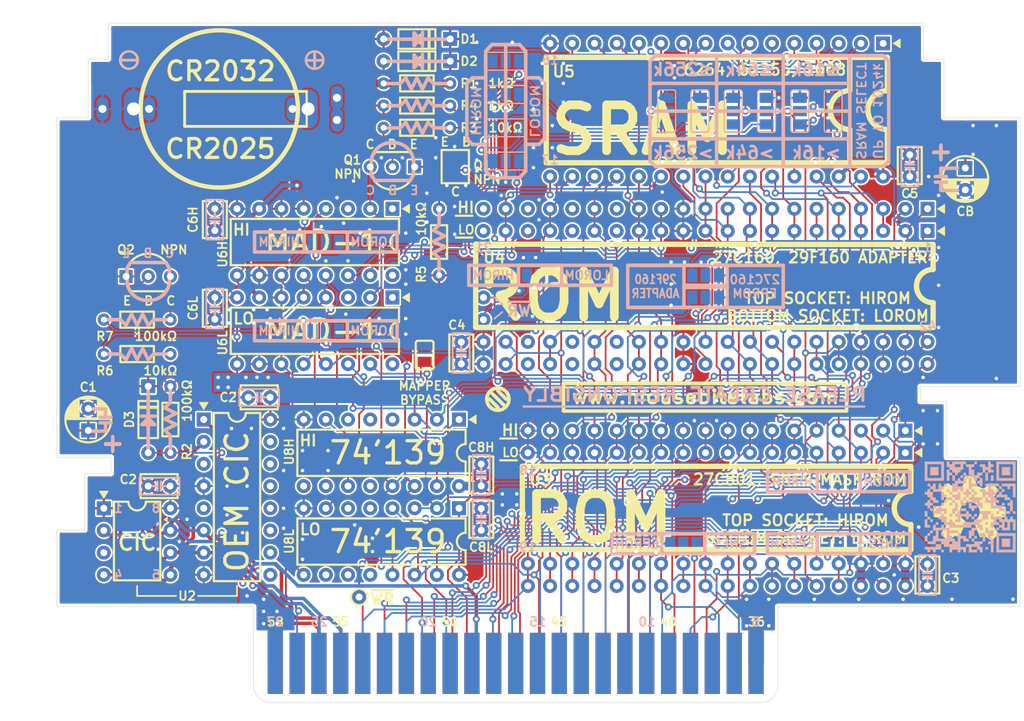
<source format=kicad_pcb>
(kicad_pcb (version 20240108) (generator "pcbnew") (generator_version "8.0")
  (layers (0 "F.Cu" signal) (31 "B.Cu" signal) (34 "B.Paste" user) (35 "F.Paste" user) (36 "B.SilkS" user "B.Silkscreen") (37 "F.SilkS" user "F.Silkscreen") (38 "B.Mask" user) (39 "F.Mask" user) (44 "Edge.Cuts" user))
  (net 0 "")
  (net 1 "GND")
  (net 2 "+5V")
  (net 3 "+VSW")
  (net 4 "+BATT")
  (net 5 "Net-(Q2-B)")
  (net 6 "Net-(B1-+)")
  (net 7 "/ROM/ROM.~{OE}")
  (net 8 "/~{RESET}")
  (net 10 "Net-(Q1A1-B)")
  (net 11 "/A_{15}")
  (net 12 "Net-(Q2-C)")
  (net 13 "Net-(SJ5-C)")
  (net 14 "Net-(SJ4-A)")
  (net 15 "/A_{13}")
  (net 16 "/A_{14}")
  (net 17 "Net-(SJ4-C)")
  (net 18 "/BA_{6}")
  (net 19 "Net-(SJ13-A)")
  (net 20 "/BA_{5}")
  (net 21 "Net-(SJ14-A)")
  (net 22 "/RAM.~{CE}_{HI}")
  (net 23 "Net-(SJ15-A)")
  (net 24 "Net-(SJ10-C)")
  (net 28 "/~{ROMSEL}_{LO}")
  (net 29 "/~{ROMSEL}")
  (net 30 "/RAM.~{CE}_{LO}")
  (net 31 "Net-(U8H1A-O3)")
  (net 32 "/D_{7}")
  (net 33 "/D_{6}")
  (net 34 "/A_{0}")
  (net 35 "/D_{4}")
  (net 36 "/D_{5}")
  (net 37 "/D_{3}")
  (net 38 "/D_{0}")
  (net 39 "/D_{1}")
  (net 40 "/D_{2}")
  (net 46 "/~{RD}")
  (net 51 "/RAM/~{CE}_{SRAM}")
  (net 54 "Net-(U8L1A-O0)")
  (net 55 "/RAM/RA_{11}")
  (net 56 "/RAM/RA_{12}")
  (net 57 "/RAM/RA_{13}")
  (net 58 "/RAM/RA_{14}")
  (net 59 "/RAM/RA_{15}")
  (net 60 "/BA_{7}")
  (net 61 "/RAM/RA_{16}")
  (net 62 "/A_{3}")
  (net 63 "/A_{5}")
  (net 64 "/A_{7}")
  (net 65 "/~{IRQ}")
  (net 66 "/CIC.D_{1}")
  (net 67 "/BA_{2}")
  (net 68 "/BA_{4}")
  (net 69 "/BA_{0}")
  (net 70 "/A_{10}")
  (net 71 "/A_{1}")
  (net 72 "/CIC.RST")
  (net 73 "/BA_{1}")
  (net 74 "/A_{2}")
  (net 75 "/A_{6}")
  (net 76 "/BA_{3}")
  (net 77 "/A_{4}")
  (net 78 "/~{WR}")
  (net 79 "/A_{8}")
  (net 80 "/CIC.CLK")
  (net 81 "/A_{11}")
  (net 82 "/A_{12}")
  (net 83 "/CIC.D_{0}")
  (net 84 "/A_{9}")
  (net 105 "/RAM/RAM.~{CE}")
  (net 115 "Net-(SJ17-C)")
  (net 116 "Net-(SJ18-C)")
  (net 117 "Net-(SJ19-B)")
  (net 118 "Net-(SJ19-A)")
  (footprint "Bucketmouse:SOT-23" (layer "F.Cu") (at 136.0932 87.122 -90)
    (property "Reference" "Q1B1" (hide yes))
    (property "Value" "MMBT3904")
  )
  (footprint "Bucketmouse:DIP-42_W15.24mm" (layer "F.Cu") (at 190.119 91.948 -90)
    (property "Reference" "U4H1" (hide yes))
    (property "Value" "27C160")
  )
  (footprint "Bucketmouse:DIP-8_W7.62mm" (layer "F.Cu") (at 95.885 126.238)
    (property "Reference" "U2B1" (hide yes))
    (property "Value" "PIC12F629")
  )
  (footprint "Bucketmouse:DIODE_THT_SMT" (layer "F.Cu") (at 135.509 72.517 180)
    (property "Reference" "D1")
    (property "Value" "D")
  )
  (footprint "Bucketmouse:DIP-42_W15.24mm" (layer "F.Cu") (at 190.119 94.488 -90)
    (property "Reference" "U4L1" (hide yes))
    (property "Value" "27C160")
  )
  (footprint "Bucketmouse:C_THT" (layer "F.Cu") (at 139.065 123.678 90)
    (property "Reference" "C8H")
    (property "Value" "0.1u")
  )
  (footprint "Bucketmouse:DIP-16_W7.62mm" (layer "F.Cu") (at 136.525 126.238 -90)
    (property "Reference" "U8L1" (hide yes))
    (property "Value" "74LS139")
  )
  (footprint "Bucketmouse:C_THT" (layer "F.Cu") (at 136.779 109.708 90)
    (property "Reference" "C4")
    (property "Value" "0.1u")
  )
  (footprint "Bucketmouse:TO-92L_Inline_Wide" (layer "F.Cu") (at 98.425 99.695)
    (property "Reference" "Q2")
    (property "Value" "2N3904")
  )
  (footprint "Bucketmouse:C_THT" (layer "F.Cu") (at 114.915 113.538 180)
    (property "Reference" "C2")
    (property "Value" "0.1u")
  )
  (footprint "Bucketmouse:THT_SMT_0803" (layer "F.Cu") (at 95.885 108.585)
    (property "Reference" "R6")
    (property "Value" "100k")
  )
  (footprint "Package_SO:SOIC-8_3.9x4.9mm_P1.27mm" (layer "F.Cu") (at 99.695 130.048 -90)
    (property "Reference" "U2A1" (hide yes))
    (property "Value" "PIC12F629")
  )
  (footprint "Bucketmouse:THT_SMT_0803" (layer "F.Cu") (at 103.505 112.268 -90)
    (property "Reference" "R2")
    (property "Value" "100k")
  )
  (footprint "Bucketmouse:36-PDIP_SLIM" (layer "F.Cu") (at 165.989 127.508)
    (property "Reference" "U3L1" (hide yes))
    (property "Value" "SNES Mask ROM")
  )
  (footprint "Bucketmouse:THT_SMT_0803" (layer "F.Cu") (at 135.509 80.137 180)
    (property "Reference" "R4")
    (property "Value" "10k")
  )
  (footprint "Bucketmouse:C_THT" (layer "F.Cu") (at 108.585 94.4426 90)
    (property "Reference" "C6H")
    (property "Value" "0.1u")
  )
  (footprint "Bucketmouse:SJ" (layer "F.Cu") (at 132.588 108.712 -90)
    (property "Reference" "SJ1" (hide yes))
    (property "Value" "Jumper_2_Open")
  )
  (footprint "Bucketmouse:THT_SMT_0803" (layer "F.Cu") (at 103.505 104.648 180)
    (property "Reference" "R7")
    (property "Value" "10k")
  )
  (footprint "Bucketmouse:36-PDIP_SLIM" (layer "F.Cu") (at 165.989 124.968)
    (property "Reference" "U3H1" (hide yes))
    (property "Value" "SNES Mask ROM")
  )
  (footprint "Bucketmouse:DIODE_THT_SMT" (layer "F.Cu") (at 135.509 75.057 180)
    (property "Reference" "D2")
    (property "Value" "D")
  )
  (footprint "Bucketmouse:TestPoint_THTPad_D1.5mm_Drill0.7mm" (layer "F.Cu") (at 139.319 102.108)
    (property "Reference" "TP3" (hide yes))
    (property "Value" "TPB1,27")
  )
  (footprint "Bucketmouse:THT_SMT_0803" (layer "F.Cu") (at 134.239 91.948 -90)
    (property "Reference" "R5")
    (property "Value" "10k")
  )
  (footprint "LOGO" (layer "F.Cu") (at 194.945 126.238)
    (property "Reference" "G***" (hide yes))
    (property "Value" "LOGO" (hide yes))
  )
  (footprint "Bucketmouse:DIP-16_W7.62mm" (layer "F.Cu") (at 128.905 102.108 -90)
    (property "Reference" "U6L1" (hide yes))
    (property "Value" "MAD-1")
  )
  (footprint "Bucketmouse:DIODE_THT_SMT" (layer "F.Cu") (at 100.965 112.268 -90)
    (property "Reference" "D3")
    (property "Value" "D")
  )
  (footprint "Bucketmouse:C_THT" (layer "F.Cu") (at 139.065 126.258 -90)
    (property "Reference" "C8L")
    (property "Value" "0.1u")
  )
  (footprint "Bucketmouse:C_THT" (layer "F.Cu") (at 188.087 85.765 -90)
    (property "Reference" "C5")
    (property "Value" "0.1u")
  )
  (footprint "Bucketmouse:DIP-32_W15.24mm" (layer "F.Cu") (at 185.039 73.025 -90)
    (property "Reference" "U5" (hide yes))
    (property "Value" "AS6C1008")
  )
  (footprint "Bucketmouse:TestPoint_THTPad_D1.5mm_Drill0.7mm" (layer "F.Cu") (at 125.095 136.398)
    (property "Reference" "TP1" (hide yes))
    (property "Value" "TPB1,27")
  )
  (footprint "Bucketmouse:COIN_CELL" (layer "F.Cu") (at 109.093 80.518)
    (property "Reference" "B1" (hide yes))
    (property "Value" "CR2025")
  )
  (footprint "Bucketmouse:THT_SMT_0803" (layer "F.Cu") (at 127.889 82.677)
    (property "Reference" "R3")
    (property "Value" "10k")
  )
  (footprint "Bucketmouse:CP_Radial_D5.0mm_P2.50mm" (layer "F.Cu") (at 94.107 117.328 90)
    (property "Reference" "C1")
    (property "Value" "22u")
  )
  (footprint "Bucketmouse:DIP-16_W7.62mm" (layer "F.Cu") (at 136.525 116.078 -90)
    (property "Reference" "U8H1" (hide yes))
    (property "Value" "74LS139")
  )
  (footprint "Bucketmouse:C_THT" (layer "F.Cu") (at 100.965 123.698)
    (property "Reference" "C2")
    (property "Value" "0.1u")
  )
  (footprint "Bucketmouse:TestPoint_THTPad_D1.5mm_Drill0.7mm" (layer "F.Cu") (at 139.319 104.648)
    (property "Reference" "TP2" (hide yes))
    (property "Value" "TPB1,27")
  )
  (footprint "Bucketmouse:CP_Radial_D5.0mm_P2.50mm" (layer "F.Cu") (at 194.437 87.289 -90)
    (property "Reference" "CB")
    (property "Value" "22u")
  )
  (footprint "Bucketmouse:C_THT" (layer "F.Cu") (at 108.585 104.5972 90)
    (property "Reference" "C6L")
    (property "Value" "0.1u")
  )
  (footprint "Bucketmouse:Cart_Edge_SNES_Standard" (layer "F.Cu") (at 143 144)
    (property "Reference" "P1" (hide yes))
    (property "Value" "SNES_Cartridge")
    (fp_line (start -30 -6.5) (end -32.75 -6.5) (stroke (width 0.05)) (layer "Edge.Cuts"))
    (fp_line (start -30 2.4) (end -30 -6.5) (stroke (width 0.05)) (layer "Edge.Cuts"))
    (fp_line (start -28 4.5) (end 28 4.5) (stroke (width 0.05)) (layer "Edge.Cuts"))
    (fp_line (start 30 -6.5) (end 32.75 -6.5) (stroke (width 0.05)) (layer "Edge.Cuts"))
    (fp_line (start 30 2.4) (end 30 -6.5) (stroke (width 0.05)) (layer "Edge.Cuts"))
    (fp_arc (start -28 4.5) (mid -29.434923 3.864213) (end -30 2.4) (stroke (width 0.05)) (layer "Edge.Cuts"))
    (fp_arc (start 30 2.4) (mid 29.434924 3.864214) (end 28 4.5) (stroke (width 0.05)) (layer "Edge.Cuts"))
  )
  (footprint "Bucketmouse:DIP-16_W7.62mm" (layer "F.Cu") (at 128.905 91.948 -90)
    (property "Reference" "U6H1" (hide yes))
    (property "Value" "MAD-1")
  )
  (footprint "Bucketmouse:DIP-16_W7.62mm" (layer "F.Cu") (at 107.315 116.078)
    (property "Reference" "U2C1" (hide yes))
    (property "Value" "CIC")
  )
  (footprint "Bucketmouse:THT_SMT_0803" (layer "F.Cu") (at 135.509 77.597 180)
    (property "Reference" "R1")
    (property "Value" "1k")
  )
  (footprint "Bucketmouse:TO-92L_Inline_Wide" (layer "F.Cu") (at 131.445 87.1546 180)
    (property "Reference" "Q1A1" (hide yes))
    (property "Value" "2N3904")
  )
  (footprint "Bucketmouse:C_THT" (layer "F.Cu") (at 190.09995 132.6261 -90)
    (property "Reference" "C3")
    (property "Value" "0.1u")
  )
  (footprint "Bucketmouse:SJ_2" (layer "B.Cu") (at 175.514 80.772 90)
    (property "Reference" "SJ12" (hide yes))
    (property "Value" "Jumper_3_Open")
  )
  (footprint "Bucketmouse:SJ_2" (layer "B.Cu") (at 145.796 99.568 180)
    (property "Reference" "SJ19" (hide yes))
    (property "Value" "Jumper_3_Open")
  )
  (footprint "Bucketmouse:SJ_2" (layer "B.Cu") (at 171.704 80.772 90)
    (property "Reference" "SJ13" (hide yes))
    (property "Value" "Jumper_3_Open")
  )
  (footprint "Bucketmouse:SJ_2" (layer "B.Cu") (at 164.719 102.108 180)
    (property "Reference" "SJ17" (hide yes))
    (property "Value" "Jumper_3_Open")
  )
  (footprint "Bucketmouse:SJ_2" (layer "B.Cu") (at 141.859 86.487 180)
    (property "Reference" "SJ7" (hide yes))
    (property "Value" "Jumper_3_Open")
  )
  (footprint "Bucketmouse:SJ_2" (layer "B.Cu") (at 160.274 80.772 90)
    (property "Reference" "SJ16" (hide yes))
    (property "Value" "Jumper_3_Open")
  )
  (footprint "Bucketmouse:SJ_2" (layer "B.Cu") (at 164.084 80.772 90)
    (property "Reference" "SJ15" (hide yes))
    (property "Value" "Jumper_3_Open")
  )
  (footprint "Bucketmouse:SJ_2" (layer "B.Cu") (at 164.719 99.568 180)
    (property "Reference" "SJ18" (hide yes))
    (property "Value" "Jumper_3_Open")
  )
  (footprint "Bucketmouse:SJ_2" (layer "B.Cu") (at 121.285 95.758 180)
    (property "Reference" "SJ2" (hide yes))
    (property "Value" "Jumper_3_Open")
  )
  (footprint "Bucketmouse:SJ_2" (layer "B.Cu") (at 179.324 80.772 90)
    (property "Reference" "SJ11" (hide yes))
    (property "Value" "Jumper_3_Open")
  )
  (footprint "Bucketmouse:SJ_2" (layer "B.Cu") (at 162.179 130.302 180)
    (property "Reference" "SJ4" (hide yes))
    (property "Value" "Jumper_3_Open")
  )
  (footprint "LOGO" (layer "B.Cu") (at 109.093 80.518 180)
    (property "Reference" "G***" (hide yes))
    (property "Value" "LOGO" (hide yes))
  )
  (footprint "Bucketmouse:SJ_2" (layer "B.Cu") (at 179.959 123.19 180)
    (property "Reference" "SJ6" (hide yes))
    (property "Value" "Jumper_3_Open")
  )
  (footprint "Bucketmouse:SJ_2" (layer "B.Cu") (at 167.894 80.772 90)
    (property "Reference" "SJ14" (hide yes))
    (property "Value" "Jumper_3_Open")
  )
  (footprint "LOGO" (layer "B.Cu") (at 194.9704 126.111 180)
    (property "Reference" "G***" (hide yes))
    (property "Value" "LOGO" (hide yes))
  )
  (footprint "Bucketmouse:SJ_2" (layer "B.Cu") (at 141.859 75.057 180)
    (property "Reference" "SJ10" (hide yes))
    (property "Value" "Jumper_3_Open")
  )
  (footprint "Bucketmouse:SJ_2" (layer "B.Cu") (at 141.859 82.677 180)
    (property "Reference" "SJ8" (hide yes))
    (property "Value" "Jumper_3_Open")
  )
  (footprint "Bucketmouse:SJ_2" (layer "B.Cu") (at 179.959 130.302 180)
    (property "Reference" "SJ5" (hide yes))
    (property "Value" "Jumper_3_Open")
  )
  (footprint "Bucketmouse:SJ_2" (layer "B.Cu") (at 141.859 78.867 180)
    (property "Reference" "SJ9" (hide yes))
    (property "Value" "Jumper_3_Open")
  )
  (footprint "Bucketmouse:SJ_2" (layer "B.Cu") (at 121.285 105.918 180)
    (property "Reference" "SJ3" (hide yes))
    (property "Value" "Jumper_3_Open")
  )
  (gr_line (start 129.4384 107.061) (end 129.4384 104.775) (stroke (width 0.4064)) (layer "B.SilkS"))
  (gr_line (start 164.6428 129.159) (end 154.0256 129.159) (stroke (width 0.4064)) (layer "B.SilkS"))
  (gr_line (start 107.6075 101.097363) (end 109.545 101.097363) (stroke (width 0.2032)) (layer "B.SilkS"))
  (gr_line (start 100.258562 116.6495) (end 100.417312 116.6495) (stroke (width 0.4064)) (layer "B.SilkS"))
  (gr_line (start 109.545 90.910338) (end 109.545 95.472838) (stroke (width 0.2032)) (layer "B.SilkS"))
  (gr_line (start 126.873 88.7095) (end 130.937 88.7095) (stroke (width 0.4064)) (layer "B.SilkS"))
  (gr_line (start 132.334 78.251844) (end 132.969 76.981844) (stroke (width 0.4064)) (layer "B.SilkS"))
  (gr_line (start 132.334 73.330594) (end 132.334 71.743094) (stroke (width 0.4064)) (layer "B.SilkS"))
  (gr_line (start 171.8056 131.445) (end 171.8056 129.159) (stroke (width 0.4064)) (layer "B.SilkS"))
  (gr_line (start 108.585 92.9894) (end 109.100937 92.9894) (stroke (width 0.254)) (layer "B.SilkS"))
  (gr_line (start 143.4465 88.392) (end 144.145 87.63) (stroke (width 0.4064)) (layer "B.SilkS"))
  (gr_line (start 181.229 83.947) (end 181.229 87.122) (stroke (width 0.4064)) (layer "B.SilkS"))
  (gr_line (start 144.145 84.455) (end 144.145 87.63) (stroke (width 0.4064)) (layer "B.SilkS"))
  (gr_line (start 113.858675 113.538) (end 113.858675 113.022063) (stroke (width 0.254)) (layer "B.SilkS"))
  (gr_line (start 101.6 108.585) (end 100.965 109.22) (stroke (width 0.4064)) (layer "B.SilkS"))
  (gr_line (start 108.585 104.627363) (end 108.585 103.5558) (stroke (width 0.254)) (layer "B.SilkS"))
  (gr_line (start 96.0755 114.8715) (end 94.1705 114.8715) (stroke (width 0.4064)) (layer "B.SilkS"))
  (gr_line (start 191.643 89.8525) (end 191.643 88.9) (stroke (width 0.4064)) (layer "B.SilkS"))
  (gr_line (start 140.2715 73.152) (end 141.859 73.152) (stroke (width 0.4064)) (layer "B.SilkS"))
  (gr_line (start 102.015925 123.698) (end 102.015925 124.213938) (stroke (width 0.254)) (layer "B.SilkS"))
  (gr_line (start 133.604 80.156844) (end 135.509 80.156844) (stroke (width 0.4064)) (layer "B.SilkS"))
  (gr_line (start 136.779 107.183237) (end 136.779 108.2548) (stroke (width 0.254)) (layer "B.SilkS"))
  (gr_line (start 108.585 102.087363) (end 108.585 103.158925) (stroke (width 0.254)) (layer "B.SilkS"))
  (gr_line (start 136.779 108.2548) (end 136.263062 108.2548) (stroke (width 0.254)) (layer "B.SilkS"))
  (gr_line (start 188.087 86.868) (end 187.571062 86.868) (stroke (width 0.254)) (layer "B.SilkS"))
  (gr_line (start 140.04 120.144862) (end 140.04 124.707362) (stroke (width 0.2032)) (layer "B.SilkS"))
  (gr_line (start 173.609 103.251) (end 162.2552 103.251) (stroke (width 0.4064)) (layer "B.SilkS"))
  (gr_line (start 101.6 104.648) (end 100.965 105.283) (stroke (width 0.4064)) (layer "B.SilkS"))
  (gr_line (start 98.425 109.22) (end 97.79 108.585) (stroke (width 0.4064)) (layer "B.SilkS"))
  (gr_line (start 138.049 76.962) (end 139.573 76.962) (stroke (width 0.4064)) (layer "B.SilkS"))
  (gr_line (start 97.79 104.648) (end 95.885 104.648) (stroke (width 0.4064)) (layer "B.SilkS"))
  (gr_line (start 103.505 104.648) (end 101.6 104.648) (stroke (width 0.4064)) (layer "B.SilkS"))
  (gr_line (start 182.4228 122.047) (end 171.8056 122.047) (stroke (width 0.4064)) (layer "B.SilkS"))
  (gr_line (start 129.794 80.156844) (end 130.429 79.521844) (stroke (width 0.4064)) (layer "B.SilkS"))
  (gr_line (start 100.33 107.95) (end 99.695 109.22) (stroke (width 0.4064)) (layer "B.SilkS"))
  (gr_line (start 190.1092 133.661463) (end 190.625137 133.661463) (stroke (width 0.254)) (layer "B.SilkS"))
  (gr_line (start 148.2598 98.425) (end 137.6426 98.425) (stroke (width 0.4064)) (layer "B.SilkS"))
  (gr_line (start 139.065 121.137362) (end 139.065 122.208925) (stroke (width 0.254)) (layer "B.SilkS"))
  (gr_line (start 96.0755 117.4115) (end 96.0755 116.459) (stroke (width 0.4064)) (layer "B.SilkS"))
  (gr_arc (start 128.778 84.3915) (mid 130.468841 84.881449) (end 131.318 86.4235) (stroke (width 0.4064)) (layer "B.SilkS"))
  (gr_line (start 113.858675 113.538) (end 113.858675 114.053938) (stroke (width 0.254)) (layer "B.SilkS"))
  (gr_line (start 129.4384 107.061) (end 118.8212 107.061) (stroke (width 0.4064)) (layer "B.SilkS"))
  (gr_line (start 97.79 108.585) (end 95.885 108.585) (stroke (width 0.4064)) (layer "B.SilkS"))
  (gr_line (start 131.318 86.36) (end 131.318 88.011) (stroke (width 0.4064)) (layer "B.SilkS"))
  (gr_circle (center 120.015 74.93) (end 119.015 74.93) (stroke (width 0.25)) (fill none) (layer "B.SilkS"))
  (gr_line (start 153.9494 100.711) (end 153.9494 98.425) (stroke (width 0.4064)) (layer "B.SilkS"))
  (gr_line (start 158.369 83.947) (end 158.369 80.772) (stroke (width 0.4064)) (layer "B.SilkS"))
  (gr_line (start 135.799 110.740737) (end 135.799 106.178237) (stroke (width 0.2032)) (layer "B.SilkS"))
  (gr_line (start 140.025 129.780263) (end 138.0875 129.780263) (stroke (width 0.2032)) (layer "B.SilkS"))
  (gr_line (start 126.492 86.4235) (end 126.492 88.0745) (stroke (width 0.4064)) (layer "B.SilkS"))
  (gr_line (start 101.092 102.4255) (end 100.838 102.4255) (stroke (width 0.4064)) (layer "B.SilkS"))
  (gr_line (start 165.989 87.122) (end 159.004 87.122) (stroke (width 0.4064)) (layer "B.SilkS"))
  (gr_line (start 137.6426 100.711) (end 137.6426 98.425) (stroke (width 0.4064)) (layer "B.SilkS"))
  (gr_line (start 162.2552 103.251) (end 162.2552 98.425) (stroke (width 0.4064)) (layer "B.SilkS"))
  (gr_line (start 182.4228 131.445) (end 171.8056 131.445) (stroke (width 0.4064)) (layer "B.SilkS"))
  (gr_line (start 182.4228 129.159) (end 171.8056 129.159) (stroke (width 0.4064)) (layer "B.SilkS"))
  (gr_line (start 131.3815 74.521219) (end 131.3815 75.791219) (stroke (width 0.4064)) (layer "B.SilkS"))
  (gr_line (start 141.859 88.392) (end 143.4465 88.392) (stroke (width 0.4064)) (layer "B.SilkS"))
  (gr_line (start 130.429 79.521844) (end 131.064 80.791844) (stroke (width 0.4064)) (layer "B.SilkS"))
  (gr_line (start 108.585 92.9894) (end 108.069062 92.9894) (stroke (width 0.254)) (layer "B.SilkS"))
  (gr_line (start 96.7105 115.824) (end 96.0755 115.824) (stroke (width 0.4064)) (layer "B.SilkS"))
  (gr_line (start 131.064 78.251844) (end 131.699 76.981844) (stroke (width 0.4064)) (layer "B.SilkS"))
  (gr_line (start 134.239 97.5995) (end 133.604 96.9645) (stroke (width 0.4064)) (layer "B.SilkS"))
  (gr_line (start 139.065 127.314325) (end 138.549062 127.314325) (stroke (width 0.254)) (layer "B.SilkS"))
  (gr_line (start 188.1124 129.159) (end 177.4952 129.159) (stroke (width 0.4064)) (layer "B.SilkS"))
  (gr_line (start 107.6075 105.659863) (end 107.6075 101.097363) (stroke (width 0.2032)) (layer "B.SilkS"))
  (gr_line (start 108.585 103.158925) (end 109.100937 103.158925) (stroke (width 0.254)) (layer "B.SilkS"))
  (gr_line (start 102.858093 117.2845) (end 104.128093 116.6495) (stroke (width 0.4064)) (layer "B.SilkS"))
  (gr_line (start 107.6075 95.472838) (end 107.6075 90.910338) (stroke (width 0.2032)) (layer "B.SilkS"))
  (gr_line (start 188.087 85.796437) (end 188.087 86.868) (stroke (width 0.254)) (layer "B.SilkS"))
  (gr_line (start 94.1705 117.4115) (end 96.0755 117.4115) (stroke (width 0.4064)) (layer "B.SilkS"))
  (gr_line (start 138.0875 125.217763) (end 140.025 125.217763) (stroke (width 0.2032)) (layer "B.SilkS"))
  (gr_line (start 108.585 93.386275) (end 108.069062 93.386275) (stroke (width 0.254)) (layer "B.SilkS"))
  (gr_line (start 101.687312 116.6495) (end 100.972937 115.935125) (stroke (width 0.4064)) (layer "B.SilkS"))
  (gr_line (start 123.7488 107.061) (end 123.7488 104.775) (stroke (width 0.4064)) (layer "B.SilkS"))
  (gr_line (start 191.0842 136.1599) (end 189.1467 136.1599) (stroke (width 0.2032)) (layer "B.SilkS"))
  (gr_line (start 140.589 104.521) (end 141.478 103.759) (stroke (width 0.2)) (layer "B.SilkS"))
  (gr_line (start 130.937 88.7095) (end 131.318 88.0745) (stroke (width 0.4064)) (layer "B.SilkS"))
  (gr_line (start 123.7488 94.615) (end 113.1316 94.615) (stroke (width 0.4064)) (layer "B.SilkS"))
  (gr_line (start 190.1092 134.058338) (end 189.593262 134.058338) (stroke (width 0.254)) (layer "B.SilkS"))
  (gr_line (start 145.669 84.582) (end 146.304 83.947) (stroke (width 0.4064)) (layer "B.SilkS"))
  (gr_line (start 134.874 96.3295) (end 133.604 95.6945) (stroke (width 0.4064)) (layer "B.SilkS"))
  (gr_line (start 113.1316 107.061) (end 113.1316 104.775) (stroke (width 0.4064)) (layer "B.SilkS"))
  (gr_line (start 187.1195 89.376437) (end 187.1195 84.813937) (stroke (width 0.2032)) (layer "B.SilkS"))
  (gr_arc (start 126.492 86.4235) (mid 127.341181 84.881469) (end 129.032 84.3915) (stroke (width 0.4064)) (layer "B.SilkS"))
  (gr_line (start 113.4618 113.538) (end 113.4618 114.053938) (stroke (width 0.254)) (layer "B.SilkS"))
  (gr_line (start 188.087 86.868) (end 188.602937 86.868) (stroke (width 0.254)) (layer "B.SilkS"))
  (gr_line (start 165.989 74.422) (end 165.989 87.122) (stroke (width 0.4064)) (layer "B.SilkS"))
  (gr_line (start 129.4384 104.775) (end 118.8212 104.775) (stroke (width 0.4064)) (layer "B.SilkS"))
  (gr_line (start 123.7488 96.901) (end 118.8212 96.901) (stroke (width 0.4064)) (layer "B.SilkS"))
  (gr_line (start 139.573 76.962) (end 139.573 73.914) (stroke (width 0.4064)) (layer "B.SilkS"))
  (gr_line (start 112.390238 113.538) (end 113.4618 113.538) (stroke (width 0.254)) (layer "B.SilkS"))
  (gr_line (start 131.3815 74.521219) (end 131.699 75.156219) (stroke (width 0.4064)) (layer "B.SilkS"))
  (gr_line (start 109.545 105.659863) (end 107.6075 105.659863) (stroke (width 0.2032)) (layer "B.SilkS"))
  (gr_line (start 103.484363 123.698) (end 102.4128 123.698) (stroke (width 0.254)) (layer "B.SilkS"))
  (gr_line (start 144.145 84.582) (end 145.669 84.582) (stroke (width 0.4064)) (layer "B.SilkS"))
  (gr_line (start 153.9494 100.711) (end 143.3322 100.711) (stroke (width 0.4064)) (layer "B.SilkS"))
  (gr_line (start 140.025 125.217763) (end 140.025 129.780263) (stroke (width 0.2032)) (layer "B.SilkS"))
  (gr_line (start 167.1828 103.251) (end 156.5656 103.251) (stroke (width 0.4064)) (layer "B.SilkS"))
  (gr_line (start 118.8212 96.901) (end 118.8212 94.615) (stroke (width 0.4064)) (layer "B.SilkS"))
  (gr_line (start 185.674 75.057) (end 185.674 86.487) (stroke (width 0.4064)) (layer "B.SilkS"))
  (gr_line (start 143.891 114.5921) (end 182.88 114.5921) (stroke (width 0.254)) (layer "B.SilkS"))
  (gr_line (start 188.1124 131.445) (end 188.1124 129.159) (stroke (width 0.4064)) (layer "B.SilkS"))
  (gr_line (start 98.425 105.283) (end 97.79 104.648) (stroke (width 0.4064)) (layer "B.SilkS"))
  (gr_line (start 132.334 75.870594) (end 132.334 74.283094) (stroke (width 0.4064)) (layer "B.SilkS"))
  (gr_line (start 159.004 87.122) (end 158.369 86.487) (stroke (width 0.4064)) (layer "B.SilkS"))
  (gr_line (start 191.643 88.265) (end 191.643 87.3125) (stroke (width 0.4064)) (layer "B.SilkS"))
  (gr_line (start 123.7488 96.901) (end 113.1316 96.901) (stroke (width 0.4064)) (layer "B.SilkS"))
  (gr_line (start 132.969 82.061844) (end 133.604 82.696844) (stroke (width 0.4064)) (layer "B.SilkS"))
  (gr_line (start 138.1025 124.707362) (end 138.1025 120.144862) (stroke (width 0.2032)) (layer "B.SilkS"))
  (gr_line (start 190.1092 133.661463) (end 189.593262 133.661463) (stroke (width 0.254)) (layer "B.SilkS"))
  (gr_line (start 171.8056 124.333) (end 171.8056 122.047) (stroke (width 0.4064)) (layer "B.SilkS"))
  (gr_line (start 128.778 84.3915) (end 129.032 84.3915) (stroke (width 0.4064)) (layer "B.SilkS"))
  (gr_line (start 139.065 122.208925) (end 138.549062 122.208925) (stroke (width 0.254)) (layer "B.SilkS"))
  (gr_line (start 158.369 80.772) (end 181.229 80.772) (stroke (width 0.4064)) (layer "B.SilkS"))
  (gr_line (start 134.239 93.7895) (end 134.239 91.8845) (stroke (width 0.4064)) (layer "B.SilkS"))
  (gr_line (start 129.4384 94.615) (end 118.8212 94.615) (stroke (width 0.4064)) (layer "B.SilkS"))
  (gr_line (start 177.4952 124.333) (end 177.4952 122.047) (stroke (width 0.4064)) (layer "B.SilkS"))
  (gr_line (start 144.145 73.914) (end 144.145 76.962) (stroke (width 0.4064)) (layer "B.SilkS"))
  (gr_line (start 129.794 82.696844) (end 130.429 82.061844) (stroke (width 0.4064)) (layer "B.SilkS"))
  (gr_line (start 102.858093 116.0145) (end 104.128093 115.3795) (stroke (width 0.4064)) (layer "B.SilkS"))
  (gr_line (start 188.1124 131.445) (end 177.4952 131.445) (stroke (width 0.4064)) (layer "B.SilkS"))
  (gr_line (start 139.065 126.242763) (end 139.065 127.314325) (stroke (width 0.254)) (layer "B.SilkS"))
  (gr_line (start 162.2552 100.838) (end 167.1828 100.838) (stroke (width 0.4064)) (layer "B.SilkS"))
  (gr_line (start 136.779 108.651675) (end 136.263062 108.651675) (stroke (width 0.254)) (layer "B.SilkS"))
  (gr_circle (center 98.806 74.93) (end 97.806 74.93) (stroke (width 0.25)) (fill none) (layer "B.SilkS"))
  (gr_line (start 129.4384 96.901) (end 118.8212 96.901) (stroke (width 0.4064)) (layer "B.SilkS"))
  (gr_line (start 136.779 109.723237) (end 136.779 108.651675) (stroke (width 0.254)) (layer "B.SilkS"))
  (gr_line (start 96.0755 116.459) (end 95.4405 116.459) (stroke (width 0.4064)) (layer "B.SilkS"))
  (gr_line (start 139.065 122.208925) (end 139.580937 122.208925) (stroke (width 0.254)) (layer "B.SilkS"))
  (gr_line (start 154.0256 131.445) (end 154.0256 129.159) (stroke (width 0.4064)) (layer "B.SilkS"))
  (gr_line (start 137.414 83.947) (end 138.049 84.582) (stroke (width 0.4064)) (layer "B.SilkS"))
  (gr_line (start 192.278 88.265) (end 191.643 88.265) (stroke (width 0.4064)) (layer "B.SilkS"))
  (gr_line (start 187.1195 84.813937) (end 189.057 84.813937) (stroke (width 0.2032)) (layer "B.SilkS"))
  (gr_line (start 133.604 96.9645) (end 134.874 96.3295) (stroke (width 0.4064)) (layer "B.SilkS"))
  (gr_line (start 148.2598 100.711) (end 148.2598 98.425) (stroke (width 0.4064)) (layer "B.SilkS"))
  (gr_line (start 131.3815 74.362469) (end 131.3815 74.521219) (stroke (width 0.4064)) (layer "B.SilkS"))
  (gr_line (start 173.609 74.422) (end 173.609 87.122) (stroke (width 0.4064)) (layer "B.SilkS"))
  (gr_line (start 123.7488 107.061) (end 118.8212 107.061) (stroke (width 0.4064)) (layer "B.SilkS"))
  (gr_line (start 185.674 86.487) (end 185.039 87.122) (stroke (width 0.4064)) (layer "B.SilkS"))
  (gr_line (start 139.573 84.582) (end 139.573 76.962) (stroke (width 0.4064)) (layer "B.SilkS"))
  (gr_line (start 188.087 87.264875) (end 187.571062 87.264875) (stroke (width 0.254)) (layer "B.SilkS"))
  (gr_line (start 99.695 105.283) (end 99.06 104.013) (stroke (width 0.4064)) (layer "B.SilkS"))
  (gr_line (start 100.417312 116.6495) (end 101.052312 116.332) (stroke (width 0.4064)) (layer "B.SilkS"))
  (gr_line (start 148.2598 100.711) (end 137.6426 100.711) (stroke (width 0.4064)) (layer "B.SilkS"))
  (gr_line (start 185.039 74.422) (end 185.674 75.057) (stroke (width 0.4064)) (layer "B.SilkS"))
  (gr_line (start 140.04 124.707362) (end 138.1025 124.707362) (stroke (width 0.2032)) (layer "B.SilkS"))
  (gr_line (start 131.3815 71.822469) (end 131.3815 71.981219) (stroke (width 0.4064)) (layer "B.SilkS"))
  (gr_line (start 127.889 82.696844) (end 129.794 82.696844) (stroke (width 0.4064)) (layer "B.SilkS"))
  (gr_line (start 137.414 77.597) (end 138.049 76.962) (stroke (width 0.4064)) (layer "B.SilkS"))
  (gr_line (start 114.930238 113.538) (end 113.858675 113.538) (stroke (width 0.254)) (layer "B.SilkS"))
  (gr_line (start 99.695 109.22) (end 99.06 107.95) (stroke (width 0.4064)) (layer "B.SilkS"))
  (gr_line (start 133.604 94.4245) (end 134.239 93.7895) (stroke (width 0.4064)) (layer "B.SilkS"))
  (gr_line (start 134.874 95.0595) (end 133.604 94.4245) (stroke (width 0.4064)) (layer "B.SilkS"))
  (gr_line (start 139.573 73.914) (end 140.2715 73.152) (stroke (width 0.4064)) (layer "B.SilkS"))
  (gr_line (start 164.6428 131.445) (end 154.0256 131.445) (stroke (width 0.4064)) (layer "B.SilkS"))
  (gr_line (start 135.799 106.178237) (end 137.7365 106.178237) (stroke (width 0.2032)) (layer "B.SilkS"))
  (gr_line (start 189.057 84.813937) (end 189.057 89.376437) (stroke (width 0.2032)) (layer "B.SilkS"))
  (gr_line (start 102.4128 123.698) (end 102.4128 124.213938) (stroke (width 0.254)) (layer "B.SilkS"))
  (gr_line (start 191.643 88.265) (end 191.008 88.265) (stroke (width 0.4064)) (layer "B.SilkS"))
  (gr_line (start 164.6428 131.445) (end 159.7152 131.445) (stroke (width 0.4064)) (layer "B.SilkS"))
  (gr_line (start 167.1828 103.251) (end 167.1828 98.425) (stroke (width 0.4064)) (layer "B.SilkS"))
  (gr_line (start 155.829 98.425) (end 155.829 103.251) (stroke (width 0.4064)) (layer "B.SilkS"))
  (gr_line (start 158.369 77.597) (end 181.229 77.597) (stroke (width 0.4064)) (layer "B.SilkS"))
  (gr_line (start 181.229 77.597) (end 181.229 80.772) (stroke (width 0.4064)) (layer "B.SilkS"))
  (gr_line (start 123.7488 104.775) (end 113.1316 104.775) (stroke (width 0.4064)) (layer "B.SilkS"))
  (gr_line (start 96.0755 116.459) (end 96.7105 116.459) (stroke (width 0.4064)) (layer "B.SilkS"))
  (gr_line (start 139.065 127.314325) (end 139.580937 127.314325) (stroke (width 0.254)) (layer "B.SilkS"))
  (gr_line (start 100.972937 115.935125) (end 100.258562 116.6495) (stroke (width 0.4064)) (layer "B.SilkS"))
  (gr_line (start 109.545 101.097363) (end 109.545 105.659863) (stroke (width 0.2032)) (layer "B.SilkS"))
  (gr_line (start 123.7488 96.901) (end 123.7488 94.615) (stroke (width 0.4064)) (layer "B.SilkS"))
  (gr_line (start 115.935238 114.5155) (end 111.372738 114.5155) (stroke (width 0.2032)) (layer "B.SilkS"))
  (gr_line (start 107.6075 90.910338) (end 109.545 90.910338) (stroke (width 0.2032)) (layer "B.SilkS"))
  (gr_line (start 132.969 76.981844) (end 133.604 77.616844) (stroke (width 0.4064)) (layer "B.SilkS"))
  (gr_line (start 164.6428 131.445) (end 164.6428 129.159) (stroke (width 0.4064)) (layer "B.SilkS"))
  (gr_line (start 103.378 98.7425) (end 102.997 98.1075) (stroke (width 0.4064)) (layer "B.SilkS"))
  (gr_line (start 132.334 80.791844) (end 132.969 79.521844) (stroke (width 0.4064)) (layer "B.SilkS"))
  (gr_line (start 177.4952 131.445) (end 177.4952 129.159) (stroke (width 0.4064)) (layer "B.SilkS"))
  (gr_line (start 131.699 79.521844) (end 132.334 80.791844) (stroke (width 0.4064)) (layer "B.SilkS"))
  (gr_line (start 141.478 102.87) (end 140.589 102.108) (stroke (width 0.2)) (layer "B.SilkS"))
  (gr_line (start 127.889 77.616844) (end 129.794 77.616844) (stroke (width 0.4064)) (layer "B.SilkS"))
  (gr_line (start 139.065 122.6058) (end 139.580937 122.6058) (stroke (width 0.254)) (layer "B.SilkS"))
  (gr_line (start 191.643 88.9) (end 192.278 88.9) (stroke (width 0.4064)) (layer "B.SilkS"))
  (gr_line (start 167.1828 98.425) (end 156.5656 98.425) (stroke (width 0.4064)) (layer "B.SilkS"))
  (gr_line (start 132.095875 72.536844) (end 131.3815 71.822469) (stroke (width 0.4064)) (layer "B.SilkS"))
  (gr_line (start 113.1316 96.901) (end 113.1316 94.615) (stroke (width 0.4064)) (layer "B.SilkS"))
  (gr_line (start 141.859 73.152) (end 143.4465 73.152) (stroke (width 0.4064)) (layer "B.SilkS"))
  (gr_line (start 100.965 112.29975) (end 100.965 119.888) (stroke (width 0.4064)) (layer "B.SilkS"))
  (gr_line (start 159.7152 131.445) (end 159.7152 129.159) (stroke (width 0.4064)) (layer "B.SilkS"))
  (gr_line (start 109.545 95.472838) (end 107.6075 95.472838) (stroke (width 0.2032)) (layer "B.SilkS"))
  (gr_line (start 99.966863 124.683) (end 99.966863 122.7455) (stroke (width 0.2032)) (layer "B.SilkS"))
  (gr_line (start 99.06 104.013) (end 98.425 105.283) (stroke (width 0.4064)) (layer "B.SilkS"))
  (gr_line (start 104.529363 124.683) (end 99.966863 124.683) (stroke (width 0.2032)) (layer "B.SilkS"))
  (gr_line (start 181.229 87.122) (end 173.609 87.122) (stroke (width 0.4064)) (layer "B.SilkS"))
  (gr_line (start 191.643 88.9) (end 191.008 88.9) (stroke (width 0.4064)) (layer "B.SilkS"))
  (gr_line (start 108.585 103.158925) (end 108.069062 103.158925) (stroke (width 0.254)) (layer "B.SilkS"))
  (gr_line (start 129.794 77.616844) (end 130.429 76.981844) (stroke (width 0.4064)) (layer "B.SilkS"))
  (gr_line (start 173.609 74.422) (end 181.229 74.422) (stroke (width 0.4064)) (layer "B.SilkS"))
  (gr_line (start 146.304 77.597) (end 145.669 76.962) (stroke (width 0.4064)) (layer "B.SilkS"))
  (gr_line (start 190.1092 132.5899) (end 190.1092 133.661463) (stroke (width 0.254)) (layer "B.SilkS"))
  (gr_line (start 170.3324 131.445) (end 159.7152 131.445) (stroke (width 0.4064)) (layer "B.SilkS"))
  (gr_line (start 130.429 82.061844) (end 131.064 83.331844) (stroke (width 0.4064)) (layer "B.SilkS"))
  (gr_line (start 101.766687 115.697) (end 100.179187 115.697) (stroke (width 0.4064)) (layer "B.SilkS"))
  (gr_line (start 191.643 87.3125) (end 193.548 87.3125) (stroke (width 0.4064)) (layer "B.SilkS"))
  (gr_line (start 133.604 77.616844) (end 135.509 77.616844) (stroke (width 0.4064)) (layer "B.SilkS"))
  (gr_line (start 191.0842 131.5974) (end 191.0842 136.1599) (stroke (width 0.2032)) (layer "B.SilkS"))
  (gr_line (start 99.966863 122.7455) (end 104.529363 122.7455) (stroke (width 0.2032)) (layer "B.SilkS"))
  (gr_line (start 141.859 73.152) (end 141.859 88.392) (stroke (width 0.4064)) (layer "B.SilkS"))
  (gr_line (start 103.493093 117.9195) (end 102.858093 117.2845) (stroke (width 0.4064)) (layer "B.SilkS"))
  (gr_line (start 138.049 84.582) (end 139.573 84.582) (stroke (width 0.4064)) (layer "B.SilkS"))
  (gr_line (start 188.087 87.264875) (end 188.602937 87.264875) (stroke (width 0.254)) (layer "B.SilkS"))
  (gr_line (start 158.369 77.597) (end 158.369 75.057) (stroke (width 0.4064)) (layer "B.SilkS"))
  (gr_line (start 159.004 74.422) (end 165.989 74.422) (stroke (width 0.4064)) (layer "B.SilkS"))
  (gr_line (start 127.889 75.076844) (end 135.509 75.076844) (stroke (width 0.4064)) (layer "B.SilkS"))
  (gr_line (start 158.369 75.057) (end 159.004 74.422) (stroke (width 0.4064)) (layer "B.SilkS"))
  (gr_line (start 173.609 87.122) (end 165.989 87.122) (stroke (width 0.4064)) (layer "B.SilkS"))
  (gr_line (start 143.3322 100.711) (end 143.3322 98.425) (stroke (width 0.4064)) (layer "B.SilkS"))
  (gr_line (start 137.7365 106.178237) (end 137.7365 110.740737) (stroke (width 0.2032)) (layer "B.SilkS"))
  (gr_line (start 138.1025 120.144862) (end 140.04 120.144862) (stroke (width 0.2032)) (layer "B.SilkS"))
  (gr_line (start 155.829 98.425) (end 167.1828 98.425) (stroke (width 0.4064)) (layer "B.SilkS"))
  (gr_line (start 98.552 100.457) (end 98.552 98.806) (stroke (width 0.4064)) (layer "B.SilkS"))
  (gr_line (start 136.779 108.651675) (end 137.294937 108.651675) (stroke (width 0.254)) (layer "B.SilkS"))
  (gr_line (start 139.065 123.677362) (end 139.065 122.6058) (stroke (width 0.254)) (layer "B.SilkS"))
  (gr_line (start 104.529363 122.7455) (end 104.529363 124.683) (stroke (width 0.2032)) (layer "B.SilkS"))
  (gr_line (start 139.065 127.7112) (end 139.580937 127.7112) (stroke (width 0.254)) (layer "B.SilkS"))
  (gr_line (start 193.548 89.8525) (end 191.643 89.8525) (stroke (width 0.4064)) (layer "B.SilkS"))
  (gr_line (start 133.604 82.696844) (end 135.509 82.696844) (stroke (width 0.4064)) (layer "B.SilkS"))
  (gr_line (start 129.4384 96.901) (end 129.4384 94.615) (stroke (width 0.4064)) (layer "B.SilkS"))
  (gr_line (start 100.417312 116.6495) (end 101.687312 116.6495) (stroke (width 0.4064)) (layer "B.SilkS"))
  (gr_line (start 185.039 87.122) (end 181.229 87.122) (stroke (width 0.4064)) (layer "B.SilkS"))
  (gr_line (start 102.997 98.1075) (end 98.933 98.1075) (stroke (width 0.4064)) (layer "B.SilkS"))
  (gr_line (start 145.669 76.962) (end 144.145 76.962) (stroke (width 0.4064)) (layer "B.SilkS"))
  (gr_line (start 100.965 109.22) (end 100.33 107.95) (stroke (width 0.4064)) (layer "B.SilkS"))
  (gr_line (start 103.493093 119.8245) (end 103.493093 117.9195) (stroke (width 0.4064)) (layer "B.SilkS"))
  (gr_line (start 108.585 103.5558) (end 108.069062 103.5558) (stroke (width 0.254)) (layer "B.SilkS"))
  (gr_line (start 131.3815 73.251219) (end 132.095875 72.536844) (stroke (width 0.4064)) (layer "B.SilkS"))
  (gr_line (start 173.609 103.251) (end 173.609 98.425) (stroke (width 0.4064)) (layer "B.SilkS"))
  (gr_line (start 153.9494 98.425) (end 143.3322 98.425) (stroke (width 0.4064)) (layer "B.SilkS"))
  (gr_line (start 137.7365 110.740737) (end 135.799 110.740737) (stroke (width 0.2032)) (layer "B.SilkS"))
  (gr_line (start 158.369 80.772) (end 158.369 77.597) (stroke (width 0.4064)) (layer "B.SilkS"))
  (gr_line (start 189.1467 136.1599) (end 189.1467 131.5974) (stroke (width 0.2032)) (layer "B.SilkS"))
  (gr_line (start 182.4228 131.445) (end 182.4228 129.159) (stroke (width 0.4064)) (layer "B.SilkS"))
  (gr_line (start 181.229 80.772) (end 181.229 83.947) (stroke (width 0.4064)) (layer "B.SilkS"))
  (gr_line (start 131.699 82.061844) (end 132.334 83.331844) (stroke (width 0.4064)) (layer "B.SilkS"))
  (gr_line (start 139.573 87.63) (end 139.573 84.455) (stroke (width 0.4064)) (layer "B.SilkS"))
  (gr_line (start 103.493093 114.1095) (end 103.493093 112.2045) (stroke (width 0.4064)) (layer "B.SilkS"))
  (gr_line (start 131.3815 71.981219) (end 131.699 72.616219) (stroke (width 0.4064)) (layer "B.SilkS"))
  (gr_line (start 132.334 83.331844) (end 132.969 82.061844) (stroke (width 0.4064)) (layer "B.SilkS"))
  (gr_line (start 131.064 80.791844) (end 131.699 79.521844) (stroke (width 0.4064)) (layer "B.SilkS"))
  (gr_line (start 139.065 122.6058) (end 138.549062 122.6058) (stroke (width 0.254)) (layer "B.SilkS"))
  (gr_line (start 100.33 104.013) (end 99.695 105.283) (stroke (width 0.4064)) (layer "B.SilkS"))
  (gr_line (start 131.064 83.331844) (end 131.699 82.061844) (stroke (width 0.4064)) (layer "B.SilkS"))
  (gr_line (start 100.944363 123.698) (end 102.015925 123.698) (stroke (width 0.254)) (layer "B.SilkS"))
  (gr_line (start 103.378 100.3935) (end 103.378 98.7425) (stroke (width 0.4064)) (layer "B.SilkS"))
  (gr_line (start 134.239 99.5045) (end 134.239 97.5995) (stroke (width 0.4064)) (layer "B.SilkS"))
  (gr_line (start 102.4128 123.698) (end 102.4128 123.182063) (stroke (width 0.254)) (layer "B.SilkS"))
  (gr_line (start 188.1124 124.333) (end 188.1124 122.047) (stroke (width 0.4064)) (layer "B.SilkS"))
  (gr_line (start 123.7488 107.061) (end 113.1316 107.061) (stroke (width 0.4064)) (layer "B.SilkS"))
  (gr_line (start 131.3815 75.791219) (end 132.095875 75.076844) (stroke (width 0.4064)) (layer "B.SilkS"))
  (gr_line (start 182.4228 124.333) (end 171.8056 124.333) (stroke (width 0.4064)) (layer "B.SilkS"))
  (gr_line (start 155.829 103.251) (end 167.1828 103.251) (stroke (width 0.4064)) (layer "B.SilkS"))
  (gr_line (start 126.492 88.0745) (end 126.873 88.7095) (stroke (width 0.4064)) (layer "B.SilkS"))
  (gr_line (start 158.369 83.947) (end 181.229 83.947) (stroke (width 0.4064)) (layer "B.SilkS"))
  (gr_line (start 139.573 87.63) (end 140.2715 88.392) (stroke (width 0.4064)) (layer "B.SilkS"))
  (gr_line (start 181.229 74.422) (end 181.229 77.597) (stroke (width 0.4064)) (layer "B.SilkS"))
  (gr_line (start 140.2715 88.392) (end 141.859 88.392) (stroke (width 0.4064)) (layer "B.SilkS"))
  (gr_line (start 190.1092 135.1299) (end 190.1092 134.058338) (stroke (width 0.254)) (layer "B.SilkS"))
  (gr_line (start 104.128093 116.6495) (end 102.858093 116.0145) (stroke (width 0.4064)) (layer "B.SilkS"))
  (gr_line (start 133.604 95.6945) (end 134.874 95.0595) (stroke (width 0.4064)) (layer "B.SilkS"))
  (gr_line (start 96.0755 115.824) (end 96.0755 114.8715) (stroke (width 0.4064)) (layer "B.SilkS"))
  (gr_line (start 182.4228 131.445) (end 177.4952 131.445) (stroke (width 0.4064)) (layer "B.SilkS"))
  (gr_line (start 103.505 108.585) (end 101.6 108.585) (stroke (width 0.4064)) (layer "B.SilkS"))
  (gr_arc (start 101.092 102.4255) (mid 99.401159 101.935551) (end 98.552 100.3935) (stroke (width 0.4064)) (layer "B.SilkS"))
  (gr_line (start 108.585 93.386275) (end 109.100937 93.386275) (stroke (width 0.254)) (layer "B.SilkS"))
  (gr_line (start 144.145 76.962) (end 144.145 84.582) (stroke (width 0.4064)) (layer "B.SilkS"))
  (gr_line (start 113.4618 113.538) (end 113.4618 113.022063) (stroke (width 0.254)) (layer "B.SilkS"))
  (gr_line (start 132.095875 72.536844) (end 135.509 72.536844) (stroke (width 0.4064)) (layer "B.SilkS"))
  (gr_line (start 99.06 107.95) (end 98.425 109.22) (stroke (width 0.4064)) (layer "B.SilkS"))
  (gr_line (start 115.935238 112.578) (end 115.935238 114.5155) (stroke (width 0.2032)) (layer "B.SilkS"))
  (gr_arc (start 103.378 100.3935) (mid 102.528863 101.935572) (end 100.838 102.4255) (stroke (width 0.4064)) (layer "B.SilkS"))
  (gr_line (start 189.057 89.376437) (end 187.1195 89.376437) (stroke (width 0.2032)) (layer "B.SilkS"))
  (gr_line (start 173.609 98.425) (end 162.2552 98.425) (stroke (width 0.4064)) (layer "B.SilkS"))
  (gr_line (start 182.4228 124.333) (end 182.4228 122.047) (stroke (width 0.4064)) (layer "B.SilkS"))
  (gr_line (start 138.0875 129.780263) (end 138.0875 125.217763) (stroke (width 0.2032)) (layer "B.SilkS"))
  (gr_line (start 131.699 76.981844) (end 132.334 78.251844) (stroke (width 0.4064)) (layer "B.SilkS"))
  (gr_line (start 188.1124 124.333) (end 177.4952 124.333) (stroke (width 0.4064)) (layer "B.SilkS"))
  (gr_line (start 108.585 91.917838) (end 108.585 92.9894) (stroke (width 0.254)) (layer "B.SilkS"))
  (gr_line (start 102.858093 114.7445) (end 103.493093 114.1095) (stroke (width 0.4064)) (layer "B.SilkS"))
  (gr_line (start 111.372738 114.5155) (end 111.372738 112.578) (stroke (width 0.2032)) (layer "B.SilkS"))
  (gr_line (start 188.087 88.336437) (end 188.087 87.264875) (stroke (width 0.254)) (layer "B.SilkS"))
  (gr_line (start 96.0755 115.824) (end 95.4405 115.824) (stroke (width 0.4064)) (layer "B.SilkS"))
  (gr_line (start 127.889 72.536844) (end 132.095875 72.536844) (stroke (width 0.4064)) (layer "B.SilkS"))
  (gr_line (start 170.3324 129.159) (end 159.7152 129.159) (stroke (width 0.4064)) (layer "B.SilkS"))
  (gr_line (start 190.1092 134.058338) (end 190.625137 134.058338) (stroke (width 0.254)) (layer "B.SilkS"))
  (gr_line (start 139.065 128.782763) (end 139.065 127.7112) (stroke (width 0.254)) (layer "B.SilkS"))
  (gr_line (start 170.3324 131.445) (end 170.3324 129.159) (stroke (width 0.4064)) (layer "B.SilkS"))
  (gr_line (start 143.4465 73.152) (end 144.145 73.914) (stroke (width 0.4064)) (layer "B.SilkS"))
  (gr_line (start 118.8212 107.061) (end 118.8212 104.775) (stroke (width 0.4064)) (layer "B.SilkS"))
  (gr_line (start 132.095875 75.076844) (end 131.3815 74.362469) (stroke (width 0.4064)) (layer "B.SilkS"))
  (gr_line (start 108.585 103.5558) (end 109.100937 103.5558) (stroke (width 0.254)) (layer "B.SilkS"))
  (gr_line (start 130.429 76.981844) (end 131.064 78.251844) (stroke (width 0.4064)) (layer "B.SilkS"))
  (gr_line (start 102.015925 123.698) (end 102.015925 123.182063) (stroke (width 0.254)) (layer "B.SilkS"))
  (gr_line (start 146.304 77.597) (end 146.304 83.947) (stroke (width 0.4064)) (layer "B.SilkS"))
  (gr_line (start 139.065 127.7112) (end 138.549062 127.7112) (stroke (width 0.254)) (layer "B.SilkS"))
  (gr_line (start 165.989 74.422) (end 173.609 74.422) (stroke (width 0.4064)) (layer "B.SilkS"))
  (gr_line (start 111.372738 112.578) (end 115.935238 112.578) (stroke (width 0.2032)) (layer "B.SilkS"))
  (gr_line (start 108.585 94.457838) (end 108.585 93.386275) (stroke (width 0.254)) (layer "B.SilkS"))
  (gr_line (start 98.933 98.1075) (end 98.552 98.7425) (stroke (width 0.4064)) (layer "B.SilkS"))
  (gr_line (start 137.414 77.597) (end 137.414 83.947) (stroke (width 0.4064)) (layer "B.SilkS"))
  (gr_line (start 188.1124 122.047) (end 177.4952 122.047) (stroke (width 0.4064)) (layer "B.SilkS"))
  (gr_line (start 132.969 79.521844) (end 133.604 80.156844) (stroke (width 0.4064)) (layer "B.SilkS"))
  (gr_line (start 100.965 105.283) (end 100.33 104.013) (stroke (width 0.4064)) (layer "B.SilkS"))
  (gr_line (start 136.779 108.2548) (end 137.294937 108.2548) (stroke (width 0.254)) (layer "B.SilkS"))
  (gr_line (start 182.4228 124.333) (end 177.4952 124.333) (stroke (width 0.4064)) (layer "B.SilkS"))
  (gr_line (start 181.229 74.422) (end 185.039 74.422) (stroke (width 0.4064)) (layer "B.SilkS"))
  (gr_line (start 158.369 86.487) (end 158.369 83.947) (stroke (width 0.4064)) (layer "B.SilkS"))
  (gr_line (start 104.128093 115.3795) (end 102.858093 114.7445) (stroke (width 0.4064)) (layer "B.SilkS"))
  (gr_line (start 189.1467 131.5974) (end 191.0842 131.5974) (stroke (width 0.2032)) (layer "B.SilkS"))
  (gr_line (start 127.889 80.156844) (end 129.794 80.156844) (stroke (width 0.4064)) (layer "B.SilkS"))
  (gr_line (start 131.3815 71.981219) (end 131.3815 73.251219) (stroke (width 0.4064)) (layer "B.SilkS"))
  (gr_arc (start 190.760206 102.705156) (mid 189.413179 102.147194) (end 188.855206 100.800156) (stroke (width 0.6096)) (layer "F.SilkS"))
  (gr_line (start 142.99969 104.267) (end 141.22169 101.854) (stroke (width 1)) (layer "F.SilkS"))
  (gr_poly (pts (xy 188.684 119.865923) (xy 189.484 119.365923) (xy 189.484 120.365923)) (stroke (width 0.1)) (fill solid) (layer "F.SilkS"))
  (gr_circle (center 120 74.93) (end 121 74.93) (stroke (width 0.25)) (fill none) (layer "F.SilkS"))
  (gr_circle (center 140.967599 113.747005) (end 142.237599 113.747005) (stroke (width 0.4064)) (fill none) (layer "F.SilkS"))
  (gr_line (start 138.055206 92.75) (end 136.150206 92.75) (stroke (width 0.254)) (layer "F.SilkS"))
  (gr_line (start 141.72969 101.727) (end 141.22169 101.854) (stroke (width 1)) (layer "F.SilkS"))
  (gr_line (start 143.770206 130.962656) (end 188.214 130.962656) (stroke (width 0.6096)) (layer "F.SilkS"))
  (gr_line (start 104.14 136.271) (end 99.695 136.271) (stroke (width 0.2)) (layer "F.SilkS"))
  (gr_line (start 148.473174 115.1075) (end 148.473174 111.9325) (stroke (width 0.4064)) (layer "F.SilkS"))
  (gr_line (start 180.858174 111.9325) (end 180.858174 115.1075) (stroke (width 0.4064)) (layer "F.SilkS"))
  (gr_line (start 180.858174 115.1075) (end 148.473174 115.1075) (stroke (width 0.4064)) (layer "F.SilkS"))
  (gr_arc (start 186.309 126.200156) (mid 186.866978 124.853148) (end 188.214 124.295156) (stroke (width 0.6096)) (layer "F.SilkS"))
  (gr_arc (start 183.3025 80.6525) (mid 183.953458 79.080958) (end 185.525 78.43) (stroke (width 0.6096)) (layer "F.SilkS"))
  (gr_arc (start 141.396917 99.061167) (mid 142.875 100.230346) (end 141.72969 101.727) (stroke (width 1)) (layer "F.SilkS"))
  (gr_line (start 140.332599 113.112005) (end 141.602599 114.382005) (stroke (width 0.4064)) (layer "F.SilkS"))
  (gr_line (start 141.60269 99.06) (end 139.95169 99.06) (stroke (width 1)) (layer "F.SilkS"))
  (gr_line (start 143.770206 121.437656) (end 143.770206 130.962656) (stroke (width 0.6096)) (layer "F.SilkS"))
  (gr_line (start 188.214 130.962656) (end 188.214 128.105156) (stroke (width 0.6096)) (layer "F.SilkS"))
  (gr_line (start 185.525 74.62) (end 146.5 74.62) (stroke (width 0.6096)) (layer "F.SilkS"))
  (gr_line (start 146.5 74.62) (end 146.5 86.685) (stroke (width 0.6096)) (layer "F.SilkS"))
  (gr_line (start 111.125 136.271) (end 111.125 135.128) (stroke (width 0.2)) (layer "F.SilkS"))
  (gr_line (start 99.695 136.271) (end 99.695 135.128) (stroke (width 0.2)) (layer "F.SilkS"))
  (gr_line (start 188.214 121.437656) (end 143.770206 121.437656) (stroke (width 0.6096)) (layer "F.SilkS"))
  (gr_line (start 185.525 82.875) (end 185.525 86.685) (stroke (width 0.6096)) (layer "F.SilkS"))
  (gr_line (start 140.967599 112.794505) (end 141.920099 113.747005) (stroke (width 0.4064)) (layer "F.SilkS"))
  (gr_line (start 138.43 96.012) (end 138.43 105.537) (stroke (width 0.6096)) (layer "F.SilkS"))
  (gr_circle (center 98.75 74.93) (end 99.75 74.93) (stroke (width 0.25)) (fill none) (layer "F.SilkS"))
  (gr_line (start 190.760206 105.537) (end 190.760206 102.705156) (stroke (width 0.6096)) (layer "F.SilkS"))
  (gr_line (start 190.760206 96.037656) (end 138.43 96.012) (stroke (width 0.6096)) (layer "F.SilkS"))
  (gr_line (start 140.015099 113.747005) (end 140.967599 114.699505) (stroke (width 0.4064)) (layer "F.SilkS"))
  (gr_line (start 138.055206 95.25) (end 136.150206 95.25) (stroke (width 0.254)) (layer "F.SilkS"))
  (gr_line (start 185.525 74.62) (end 185.525 78.43) (stroke (width 0.6096)) (layer "F.SilkS"))
  (gr_poly (pts (xy 188.684 117.3654) (xy 189.484 116.8654) (xy 189.484 117.8654)) (stroke (width 0.1)) (fill solid) (layer "F.SilkS"))
  (gr_arc (start 185.525 82.875) (mid 183.953441 82.224059) (end 183.3025 80.6525) (stroke (width 0.6096)) (layer "F.SilkS"))
  (gr_line (start 143.135206 118.25) (end 141.230206 118.25) (stroke (width 0.254)) (layer "F.SilkS"))
  (gr_line (start 185.525 86.685) (end 146.5 86.685) (stroke (width 0.6096)) (layer "F.SilkS"))
  (gr_line (start 181.2225 82.8725) (end 181.2225 86.6825) (stroke (width 0.6096)) (layer "F.SilkS"))
  (gr_line (start 139.95169 100.584) (end 139.95169 99.06) (stroke (width 1)) (layer "F.SilkS"))
  (gr_line (start 181.2225 74.6175) (end 181.2225 78.4275) (stroke (width 0.6096)) (layer "F.SilkS"))
  (gr_line (start 188.214 121.437656) (end 188.214 124.295156) (stroke (width 0.6096)) (layer "F.SilkS"))
  (gr_line (start 143.135206 120.75) (end 141.230206 120.75) (stroke (width 0.254)) (layer "F.SilkS"))
  (gr_arc (start 188.214 128.105156) (mid 186.866973 127.547194) (end 186.309 126.200156) (stroke (width 0.6096)) (layer "F.SilkS"))
  (gr_arc (start 181.2225 82.8725) (mid 179.650932 82.22155) (end 179 80.65) (stroke (width 0.6096)) (layer "F.SilkS"))
  (gr_arc (start 179 80.65) (mid 179.650965 79.07845) (end 181.2225 78.4275) (stroke (width 0.6096)) (layer "F.SilkS"))
  (gr_line (start 190.760206 96.037656) (end 190.760206 98.895156) (stroke (width 0.6096)) (layer "F.SilkS"))
  (gr_arc (start 188.855206 100.800156) (mid 189.413184 99.453148) (end 190.760206 98.895156) (stroke (width 0.6096)) (layer "F.SilkS"))
  (gr_line (start 148.473174 111.9325) (end 180.858174 111.9325) (stroke (width 0.4064)) (layer "F.SilkS"))
  (gr_line (start 106.68 136.271) (end 111.125 136.271) (stroke (width 0.2)) (layer "F.SilkS"))
  (gr_line (start 138.43 105.537) (end 190.760206 105.537) (stroke (width 0.6096)) (layer "F.SilkS"))
  (gr_line (start 94.1 81.5) (end 94.1 74.8) (stroke (width 0.05)) (layer "Edge.Cuts"))
  (gr_line (start 200.7 112.3) (end 189.3 112.3) (stroke (width 0.05)) (layer "Edge.Cuts"))
  (gr_line (start 96.7 120.4) (end 90.5002 120.4) (stroke (width 0.05)) (layer "Edge.Cuts"))
  (gr_line (start 93.7 128.7) (end 93.7 122.25) (stroke (width 0.05)) (layer "Edge.Cuts"))
  (gr_line (start 90.5002 120.4) (end 90.5002 81.5) (stroke (width 0.05)) (layer "Edge.Cuts"))
  (gr_line (start 94.1 74.8) (end 96.4 74.8) (stroke (width 0.05)) (layer "Edge.Cuts"))
  (gr_line (start 90.5002 81.5) (end 94.1 81.5) (stroke (width 0.05)) (layer "Edge.Cuts"))
  (gr_line (start 90.5 128.7) (end 93.7 128.7) (stroke (width 0.05)) (layer "Edge.Cuts"))
  (gr_line (start 189.3 114) (end 189.3 112.3) (stroke (width 0.05)) (layer "Edge.Cuts"))
  (gr_line (start 96.7 122.25) (end 96.7 120.4) (stroke (width 0.05)) (layer "Edge.Cuts"))
  (gr_line (start 192.3 120.4) (end 200.7 120.4) (stroke (width 0.05)) (layer "Edge.Cuts"))
  (gr_line (start 200.7 120.4) (end 200.7 137.5) (stroke (width 0.05)) (layer "Edge.Cuts"))
  (gr_line (start 93.7 122.25) (end 96.7 122.25) (stroke (width 0.05)) (layer "Edge.Cuts"))
  (gr_line (start 90.5 137.5) (end 110.25 137.5) (stroke (width 0.05)) (layer "Edge.Cuts"))
  (gr_line (start 192 81.5) (end 200.7 81.5) (stroke (width 0.05)) (layer "Edge.Cuts"))
  (gr_line (start 192.3 114) (end 189.3 114) (stroke (width 0.05)) (layer "Edge.Cuts"))
  (gr_line (start 189.7 74.8) (end 192 74.8) (stroke (width 0.05)) (layer "Edge.Cuts"))
  (gr_line (start 96.4 74.8) (end 96.4 70.7) (stroke (width 0.05)) (layer "Edge.Cuts"))
  (gr_line (start 200.7 81.5) (end 200.7 112.3) (stroke (width 0.05)) (layer "Edge.Cuts"))
  (gr_line (start 192.3 120.4) (end 192.3 114) (stroke (width 0.05)) (layer "Edge.Cuts"))
  (gr_line (start 200.7 137.5) (end 175.75 137.5) (stroke (width 0.05)) (layer "Edge.Cuts"))
  (gr_line (start 96.4 70.7) (end 189.7 70.7) (stroke (width 0.05)) (layer "Edge.Cuts"))
  (gr_line (start 192 74.8) (end 192 81.5) (stroke (width 0.05)) (layer "Edge.Cuts"))
  (gr_line (start 90.5 137.5) (end 90.5 128.7) (stroke (width 0.05)) (layer "Edge.Cuts"))
  (gr_line (start 189.7 70.7) (end 189.7 74.8) (stroke (width 0.05)) (layer "Edge.Cuts"))
  (gr_text "LOROM" (at 126.619 105.918 0) (layer "B.SilkS") (effects (font (size 1 1) (thickness 0.2) (bold yes)) (justify mirror)))
  (gr_text ">256k" (at 162.179584 85.539138 0) (layer "B.SilkS") (effects (font (size 1.4 1.4) (thickness 0.3) (bold yes)) (justify mirror)))
  (gr_text "1" (at 97.536 126.238 0) (layer "B.SilkS") (effects (font (size 1 1) (thickness 0.2) (bold yes)) (justify mirror)))
  (gr_text ">16k" (at 177.419584 85.539138 0) (layer "B.SilkS") (effects (font (size 1.4 1.4) (thickness 0.3) (bold yes)) (justify mirror)))
  (gr_text "PLEASE CREATE RESPONSIBLY" (at 163.517931 113.218329 0) (layer "B.SilkS") (effects (font (size 1.5 1.75) (thickness 0.33) (bold yes)) (justify mirror)))
  (gr_text "SNES" (at 185.293 130.302 0) (layer "B.SilkS") (effects (font (size 1 1) (thickness 0.2) (bold yes)) (justify mirror)))
  (gr_text "SRAM SELECT" (at 182.499 80.772 -90) (layer "B.SilkS") (effects (font (size 1 1.1) (thickness 0.2) (bold yes)) (justify mirror)))
  (gr_text "LOROM" (at 185.293 123.19 0) (layer "B.SilkS") (effects (font (size 1 1) (thickness 0.2) (bold yes)) (justify mirror)))
  (gr_text "-" (at 98.806 74.78 -0) (layer "B.SilkS") (effects (font (size 2.159 2.4) (thickness 0.3)) (justify mirror)))
  (gr_text "LOROM" (at 145.161 80.771416 -90) (layer "B.SilkS") (effects (font (size 1 1.2) (thickness 0.2) (bold yes)) (justify mirror)))
  (gr_text "SNES" (at 167.513 130.302 0) (layer "B.SilkS") (effects (font (size 1 1) (thickness 0.2) (bold yes)) (justify mirror)))
  (gr_text "15" (at 145.519 139.827 0) (layer "B.SilkS") (effects (font (size 1 1) (thickness 0.2) (bold yes)) (justify bottom mirror)))
  (gr_text "HIROM" (at 115.951 105.918 0) (layer "B.SilkS") (effects (font (size 1 1) (thickness 0.2) (bold yes)) (justify mirror)))
  (gr_text "42" (at 190.119 105.41 0) (layer "B.SilkS") (effects (font (size 1 1) (thickness 0.2) (bold yes)) (justify mirror)))
  (gr_text "17" (at 146.939 86.36 0) (layer "B.SilkS") (effects (font (size 1 1) (thickness 0.2) (bold yes)) (justify mirror)))
  (gr_text "≤64k" (at 169.799584 76.014138 0) (layer "B.SilkS") (effects (font (size 1.4 1.4) (thickness 0.3) (bold yes)) (justify mirror)))
  (gr_text "5" (at 101.854 133.858 0) (layer "B.SilkS") (effects (font (size 1 1) (thickness 0.2) (bold yes)) (justify mirror)))
  (gr_text "29F160\nADAPTER" (at 159.004 100.838 0) (layer "B.SilkS") (effects (font (size 1 0.85) (thickness 0.2) (bold yes)) (justify mirror)))
  (gr_text "LOROM" (at 126.619 95.758 0) (layer "B.SilkS") (effects (font (size 1 1) (thickness 0.2) (bold yes)) (justify mirror)))
  (gr_text "27C160\nEPROM" (at 170.3578 100.8634 0) (layer "B.SilkS") (effects (font (size 1 1) (thickness 0.2) (bold yes)) (justify mirror)))
  (gr_text "18" (at 144.399 121.92 0) (layer "B.SilkS") (effects (font (size 1 1) (thickness 0.2) (bold yes)) (justify mirror)))
  (gr_text "~{WR}" (at 143.383 103.632 -0) (layer "B.SilkS") (effects (font (size 1.25 1.25) (thickness 0.25) (bold yes)) (justify mirror)))
  (gr_text "5" (at 171.069 139.827 0) (layer "B.SilkS") (effects (font (size 1 1) (thickness 0.2) (bold yes)) (justify left bottom mirror)))
  (gr_text "E  B  C" (at 128.8796 89.8398 0) (layer "B.SilkS") (effects (font (size 1 1) (thickness 0.2) (bold yes)) (justify mirror)))
  (gr_text "+" (at 191.516 85.471 90) (layer "B.SilkS") (effects (font (size 2.159 2.159) (thickness 0.381))))
  (gr_text "10" (at 158.019 139.827 0) (layer "B.SilkS") (effects (font (size 1 1) (thickness 0.2) (bold yes)) (justify bottom mirror)))
  (gr_text "LOROM" (at 151.13 99.568 0) (layer "B.SilkS") (effects (font (size 1 1) (thickness 0.2) (bold yes)) (justify mirror)))
  (gr_text ">64k" (at 169.799584 85.539138 0) (layer "B.SilkS") (effects (font (size 1.4 1.4) (thickness 0.3) (bold yes)) (justify mirror)))
  (gr_text "≤16k" (at 177.419584 76.014138 0) (layer "B.SilkS") (effects (font (size 1.4 1.4) (thickness 0.3) (bold yes)) (justify mirror)))
  (gr_text "HIROM" (at 140.462 99.568 0) (layer "B.SilkS") (effects (font (size 1 1) (thickness 0.2) (bold yes)) (justify mirror)))
  (gr_text "EPROM" (at 174.625 130.302 0) (layer "B.SilkS") (effects (font (size 1 1) (thickness 0.2) (bold yes)) (justify mirror)))
  (gr_text "C  B  E" (at 100.965 97.0407 0) (layer "B.SilkS") (effects (font (size 1 1) (thickness 0.2) (bold yes)) (justify mirror)))
  (gr_text "UP TO 1024k" (at 184.404 80.772 -90) (layer "B.SilkS") (effects (font (size 1 1.1) (thickness 0.2) (bold yes)) (justify mirror)))
  (gr_text "HIROM" (at 138.43 80.772 -90) (layer "B.SilkS") (effects (font (size 1 1.2) (thickness 0.2) (bold yes)) (justify mirror)))
  (gr_text "HIROM" (at 115.951 95.758 0) (layer "B.SilkS") (effects (font (size 1 1) (thickness 0.2) (bold yes)) (justify mirror)))
  (gr_text "21" (at 139.319 96.393 0) (layer "B.SilkS") (effects (font (size 1 1) (thickness 0.2) (bold yes)) (justify mirror)))
  (gr_text "20" (at 133.019 139.827 0) (layer "B.SilkS") (effects (font (size 1 1) (thickness 0.2) (bold yes)) (justify bottom mirror)))
  (gr_text "≤256k" (at 162.179584 76.014138 0) (layer "B.SilkS") (effects (font (size 1.4 1.4) (thickness 0.3) (bold yes)) (justify mirror)))
  (gr_text "4" (at 97.536 133.858 0) (layer "B.SilkS") (effects (font (size 1 1) (thickness 0.2) (bold yes)) (justify mirror)))
  (gr_text "8" (at 101.854 126.238 0) (layer "B.SilkS") (effects (font (size 1 1) (thickness 0.2) (bold yes)) (justify mirror)))
  (gr_text "27" (at 116.569 139.827 0) (layer "B.SilkS") (effects (font (size 1 1) (thickness 0.2) (bold yes)) (justify left bottom mirror)))
  (gr_text "EPROM" (at 156.845 130.302 0) (layer "B.SilkS") (effects (font (size 1 1) (thickness 0.2) (bold yes)) (justify mirror)))
  (gr_text "HIROM" (at 174.625 123.19 0) (layer "B.SilkS") (effects (font (size 1 1) (thickness 0.2) (bold yes)) (justify mirror)))
  (gr_text "+" (at 120.015 74.78 -0) (layer "B.SilkS") (effects (font (size 2.3 2.3) (thickness 0.3)) (justify mirror)))
  (gr_text "19" (at 144.3482 130.683 0) (layer "B.SilkS") (effects (font (size 1 1) (thickness 0.2) (bold yes)) (justify mirror)))
  (gr_text "25" (at 120.519 139.827 0) (layer "B.SilkS") (effects (font (size 1 1) (thickness 0.2) (bold yes)) (justify bottom mirror)))
  (gr_text "1" (at 190.119 96.393 0) (layer "B.SilkS") (effects (font (size 1 1) (thickness 0.2) (bold yes)) (justify mirror)))
  (gr_text "+" (at 96.901 118.999 180) (layer "B.SilkS") (effects (font (size 2.159 2.159) (thickness 0.381))))
  (gr_text "16" (at 146.939 74.93 0) (layer "B.SilkS") (effects (font (size 1 1) (thickness 0.2) (bold yes)) (justify mirror)))
  (gr_text "HI" (at 111.633 94.361 0) (layer "F.SilkS") (effects (font (size 1.25 1.25) (thickness 0.25) (bold yes))))
  (gr_text "SRAM" (at 146.5 86 0) (layer "F.SilkS") (effects (font (size 5.25 5.25) (thickness 1) (bold yes)) (justify left bottom)))
  (gr_text "74'139" (at 128.397 130.048 0) (layer "F.SilkS") (effects (font (size 2.54 2.54) (thickness 0.381))))
  (gr_text "www.mousebitelabs.com" (at 164.720568 113.500741 0) (layer "F.SilkS") (effects (font (size 1.5 1.7) (thickness 0.33) (bold yes))))
  (gr_text "Q1" (at 138.049 86.995 0) (layer "F.SilkS") (effects (font (size 1 1) (thickness 0.2) (bold yes)) (justify left)))
  (gr_text "TOP SOCKET: HIROM\nBOTTOM SOCKET: LOROM" (at 178.7 103.2 0) (layer "F.SilkS") (effects (font (size 1.25 1.25) (thickness 0.25) (bold yes))))
  (gr_text "LO" (at 138.392549 94.350156 0) (layer "F.SilkS") (effects (font (size 1 1) (thickness 0.2) (bold yes)) (justify right)))
  (gr_text "NPN" (at 103.886 96.647 0) (layer "F.SilkS") (effects (font (size 1 1) (thickness 0.2) (bold yes))))
  (gr_text "27C160, 29F160 ADAPTER" (at 177.8 97.525 0) (layer "F.SilkS") (effects (font (size 1.25 1.25) (thickness 0.25) (bold yes))))
  (gr_text "MAPPER\nBYPASS" (at 132.588 113.03 0) (layer "F.SilkS") (effects (font (size 1 1) (thickness 0.2) (bold yes))))
  (gr_text "LO" (at 111.887 104.521 0) (layer "F.SilkS") (effects (font (size 1.25 1.25) (thickness 0.25) (bold yes))))
  (gr_text "HI" (at 119.253 118.491 0) (layer "F.SilkS") (effects (font (size 1.25 1.25) (thickness 0.25) (bold yes))))
  (gr_text "MAD-1" (at 120.904 95.758 0) (layer "F.SilkS") (effects (font (size 2.54 2.54) (thickness 0.381))))
  (gr_text "LO" (at 119.507 128.651 0) (layer "F.SilkS") (effects (font (size 1.25 1.25) (thickness 0.25) (bold yes))))
  (gr_text "U6H" (at 109.474 97.155 90) (layer "F.SilkS") (effects (font (size 1 1) (thickness 0.2) (bold yes))))
  (gr_text "U4" (at 140.56129 97.536 0) (layer "F.SilkS") (effects (font (size 1.25 1.25) (thickness 0.25) (bold yes))))
  (gr_text "Q1" (at 124.323 86.36 0) (layer "F.SilkS") (effects (font (size 1 1) (thickness 0.2) (bold yes))))
  (gr_text "+" (at 191.643 85.344 0) (layer "F.SilkS") (effects (font (size 2.159 2.159) (thickness 0.381))))
  (gr_text "10kΩ" (at 102.362 110.49 0) (layer "F.SilkS") (effects (font (size 1 1) (thickness 0.2) (bold yes))))
  (gr_text "CIC" (at 99.695 130.175 0) (layer "F.SilkS") (effects (font (size 1.75 1.75) (thickness 0.33) (bold yes))))
  (gr_text "40" (at 160.477 139.827 0) (layer "F.SilkS") (effects (font (size 1 1) (thickness 0.2) (bold yes)) (justify bottom)))
  (gr_text "10kΩ" (at 141.859 82.677 0) (layer "F.SilkS") (effects (font (size 1 1) (thickness 0.2) (bold yes))))
  (gr_text "~{WR}" (at 127.762 136.6266 0) (layer "F.SilkS") (effects (font (size 1.25 1.25) (thickness 0.25) (bold yes))))
  (gr_text "1kΩ" (at 141.351 80.163241 0) (layer "F.SilkS") (effects (font (size 1 1) (thickness 0.2) (bold yes))))
  (gr_text "ROM" (at 143.48 130.5 0) (layer "F.SilkS") (effects (font (size 5.25 5.25) (thickness 1) (bold yes)) (justify left bottom)))
  (gr_text "MAD-1" (at 120.904 105.918 0) (layer "F.SilkS") (effects (font (size 2.54 2.54) (thickness 0.381))))
  (gr_text " C  B  E" (at 128.438 84.575 0) (layer "F.SilkS") (effects (font (size 1 1) (thickness 0.2) (bold yes))))
  (gr_text "100kΩ" (at 105.41 113.919 90) (layer "F.SilkS") (effects (font (size 1 1) (thickness 0.2) (bold yes))))
  (gr_text "U8H" (at 117.094 119.761 90) (layer "F.SilkS") (effects (font (size 1 1) (thickness 0.2) (bold yes))))
  (gr_text "E  B" (at 136.15 84.3 0) (layer "F.SilkS") (effects (font (size 1 1) (thickness 0.2) (bold yes))))
  (gr_text "LO" (at 143.472549 119.850156 0) (layer "F.SilkS") (effects (font (size 1 1) (thickness 0.2) (bold yes)) (justify right)))
  (gr_text "CR2025" (at 109.22 85.09 0) (layer "F.SilkS") (effects (font (size 2.159 2.159) (thickness 0.381))))
  (gr_text "-" (at 98.75 74.78 0) (layer "F.SilkS") (effects (font (size 2.159 2.4) (thickness 0.3))))
  (gr_text "NPN" (at 138.049 88.6079 0) (layer "F.SilkS") (effects (font (size 1 1) (thickness 0.2) (bold yes)) (justify left)))
  (gr_text "+" (at 120 74.78 0) (layer "F.SilkS") (effects (font (size 2.3 2.3) (thickness 0.3))))
  (gr_text "36" (at 169.477 139.827 0) (layer "F.SilkS") (effects (font (size 1 1) (thickness 0.2) (bold yes)) (justify left bottom)))
  (gr_text "55" (at 122.977 139.827 0) (layer "F.SilkS") (effects (font (size 1 1) (thickness 0.2) (bold yes)) (justify bottom)))
  (gr_text "HI" (at 138.412393 91.810156 0) (layer "F.SilkS") (effects (font (size 1.25 1.25) (thickness 0.25) (bold yes)) (justify right)))
  (gr_text "100kΩ" (at 101.854 106.553 0) (layer "F.SilkS") (effects (font (size 1 1) (thickness 0.2) (bold yes))))
  (gr_text "45" (at 147.977 139.827 0) (layer "F.SilkS") (effects (font (size 1 1) (thickness 0.2) (bold yes)) (justify bottom)))
  (gr_text "10kΩ" (at 132.207 93.091 90) (layer "F.SilkS") (effects (font (size 1 1) (thickness 0.2) (bold yes))))
  (gr_text "U6L" (at 109.474 107.315 90) (layer "F.SilkS") (effects (font (size 1 1) (thickness 0.2) (bold yes))))
  (gr_text "HI" (at 143.492393 117.310156 0) (layer "F.SilkS") (effects (font (size 1.25 1.25) (thickness 0.25) (bold yes)) (justify right)))
  (gr_text "U8L" (at 117.094 130.048 90) (layer "F.SilkS") (effects (font (size 1 1) (thickness 0.2) (bold yes))))
  (gr_text "74'139" (at 128.397 119.888 0) (layer "F.SilkS") (effects (font (size 2.54 2.54) (thickness 0.381))))
  (gr_text "U5" (at 148.5 76.25 0) (layer "F.SilkS") (effects (font (size 1.25 1.25) (thickness 0.25) (bold yes))))
  (gr_text "U3" (at 145.83 123 0) (layer "F.SilkS") (effects (font (size 1.25 1.25) (thickness 0.25) (bold yes))))
  (gr_text " E  B  C" (at 100.688756 102.489 0) (layer "F.SilkS") (effects (font (size 1 1) (thickness 0.2) (bold yes))))
  (gr_text "CR2032" (at 109.22 76.2 0) (layer "F.SilkS") (effects (font (size 2.159 2.159) (thickness 0.381))))
  (gr_text "NPN" (at 123.815 87.9729 0) (layer "F.SilkS") (effects (font (size 1 1) (thickness 0.2) (bold yes))))
  (gr_text "OM" (at 143.38069 105.029 0) (layer "F.SilkS") (effects (font (size 5.25 5.25) (thickness 1) (bold yes)) (justify left bottom)))
  (gr_text "27C801, SNES MASK ROM" (at 175.514 122.936 0) (layer "F.SilkS") (effects (font (size 1.25 1.25) (thickness 0.25) (bold yes))))
  (gr_text "+" (at 96.901 118.745 0) (layer "F.SilkS") (effects (font (size 2.159 2.159) (thickness 0.381))))
  (gr_text "1kΩ" (at 141.351 77.597 0) (layer "F.SilkS") (effects (font (size 1 1) (thickness 0.2) (bold yes))))
  (gr_text "C" (at 136.125 90 0) (layer "F.SilkS") (effects (font (size 1 1) (thickness 0.2) (bold yes))))
  (gr_text "TOP SOCKET: HIROM\nBOTTOM SOCKET: LOROM" (at 176.149 128.625 0) (layer "F.SilkS") (effects (font (size 1.25 1.25) (thickness 0.25) (bold yes))))
  (gr_text "6264, 62256, 1008" (at 171.5 76.035741 0) (layer "F.SilkS") (effects (font (size 1.25 1.25) (thickness 0.25) (bold yes))))
  (gr_text "U2" (at 105.41 136.271 0) (layer "F.SilkS") (effects (font (size 1 1) (thickness 0.2) (bold yes))))
  (gr_text "58" (at 114.427 139.827 0) (layer "F.SilkS") (effects (font (size 1 1) (thickness 0.2) (bold yes)) (justify left bottom)))
  (gr_text "50" (at 135.477 139.827 0) (layer "F.SilkS") (effects (font (size 1 1) (thickness 0.2) (bold yes)) (justify bottom)))
  (gr_text "OEM CIC" (at 111.115 125.476 90) (layer "F.SilkS") (effects (font (size 2.54 2.54) (thickness 0.381))))
  (segment (start 170.5 144) (end 170.5 138.491) (width 1.75) (layer "F.Cu") (net 1))
  (segment (start 103.505 115.068) (end 103.505 112.268) (width 0.2) (layer "F.Cu") (net 1))
  (segment (start 101.6 131.191) (end 101.6 132.523) (width 0.4) (layer "F.Cu") (net 1))
  (via (at 130.429 94.742) (size 0.8) (drill 0.4) (layers "F.Cu" "B.Cu") (net 1))
  (via (at 123.825 97.917) (size 0.8) (drill 0.4) (layers "F.Cu" "B.Cu") (net 1))
  (via (at 197.993 82.423) (size 0.8) (drill 0.4) (layers "F.Cu" "B.Cu") (net 1))
  (via (at 122.555 90.678) (size 0.8) (drill 0.4) (layers "F.Cu" "B.Cu") (net 1))
  (via (at 195.326 82.423) (size 0.8) (drill 0.4) (layers "F.Cu" "B.Cu") (net 1))
  (via (at 145.288 97.536) (size 0.8) (drill 0.4) (layers "F.Cu" "B.Cu") (net 1))
  (via (at 182.245 136.652) (size 0.8) (drill 0.4) (layers "F.Cu" "B.Cu") (net 1))
  (via (at 138.557 72.898) (size 0.8) (drill 0.4) (layers "F.Cu" "B.Cu") (net 1))
  (via (at 161.163 76.962) (size 0.8) (drill 0.4) (layers "F.Cu" "B.Cu") (net 1))
  (via (at 189.103 128.397) (size 0.8) (drill 0.4) (layers "F.Cu" "B.Cu") (net 1))
  (via (at 133.858 83.82) (size 0.8) (drill 0.4) (layers "F.Cu" "B.Cu") (net 1))
  (via (at 116.459 128.524) (size 0.8) (drill 0.4) (layers "F.Cu" "B.Cu") (net 1))
  (via (at 130.048 86.106) (size 0.8) (drill 0.4) (layers "F.Cu" "B.Cu") (net 1))
  (via (at 137.287 89.281) (size 0.8) (drill 0.4) (layers "F.Cu" "B.Cu") (net 1))
  (via (at 191.389 96.393) (size 0.8) (drill 0.4) (layers "F.Cu" "B.Cu") (net 1))
  (via (at 191.262 118.872) (size 0.8) (drill 0.4) (layers "F.Cu" "B.Cu") (net 1))
  (via (at 142.621 72.898) (size 0.8) (drill 0.4) (layers "F.Cu" "B.Cu") (net 1))
  (via (at 123.317 93.599) (size 0.8) (drill 0.4) (layers "F.Cu" "B.Cu") (net 1))
  (via (at 160.782 102.997) (size 0.8) (drill 0.4) (layers "F.Cu" "B.Cu") (net 1))
  (via (at 121.285 97.917) (size 0.8) (drill 0.4) (layers "F.Cu" "B.Cu") (net 1))
  (via (at 127.381 104.521) (size 0.8) (drill 0.4) (layers "F.Cu" "B.Cu") (net 1))
  (via (at 191.262 115.062) (size 0.8) (drill 0.4) (layers "F.Cu" "B.Cu") (net 1))
  (via (at 121.539 121.92) (size 0.8) (drill 0.4) (layers "F.Cu" "B.Cu") (net 1))
  (via (at 127.381 106.299) (size 0.8) (drill 0.4) (layers "F.Cu" "B.Cu") (net 1))
  (via (at 191.389 105.537) (size 0.8) (drill 0.4) (layers "F.Cu" "B.Cu") (net 1))
  (via (at 109.982 127) (size 0.8) (drill 0.4) (layers "F.Cu" "B.Cu") (net 1))
  (via (at 124.587 128.143) (size 0.8) (drill 0.4) (layers "F.Cu" "B.Cu") (net 1))
  (via (at 147.193 82.423) (size 0.8) (drill 0.4) (layers "F.Cu" "B.Cu") (net 1))
  (via (at 143.891 97.536) (size 0.8) (drill 0.4) (layers "F.Cu" "B.Cu") (net 1))
  (via (at 130.429 98.933) (size 0.8) (drill 0.4) (layers "F.Cu" "B.Cu") (net 1))
  (via (at 186.309 133.858) (size 0.8) (drill 0.4) (layers "F.Cu" "B.Cu") (net 1))
  (via (at 146.05 75.311) (size 0.8) (drill 0.4) (layers "F.Cu" "B.Cu") (net 1))
  (via (at 127.635 86.106) (size 0.8) (drill 0.4) (layers "F.Cu" "B.Cu") (net 1))
  (via (at 161.163 84.685) (size 0.8) (drill 0.4) (layers "F.Cu" "B.Cu") (net 1))
  (via (at 162.306 98.044) (size 0.8) (drill 0.4) (layers "F.Cu" "B.Cu") (net 1))
  (via (at 144.907 104.267) (size 0.8) (drill 0.4) (layers "F.Cu" "B.Cu") (net 1))
  (via (at 160.782 100.584) (size 0.8) (drill 0.4) (layers "F.Cu" "B.Cu") (net 1))
  (via (at 187.325 136.652) (size 0.8) (drill 0.4) (layers "F.Cu" "B.Cu") (net 1))
  (via (at 159.766 90.043) (size 0.8) (drill 0.4) (layers "F.Cu" "B.Cu") (net 1))
  (via (at 126.619 131.191) (size 0.8) (drill 0.4) (layers "F.Cu" "B.Cu") (net 1))
  (via (at 164.211 98.044) (size 0.8) (drill 0.4) (layers "F.Cu" "B.Cu") (net 1))
  (via (at 112.776 117.094) (size 0.8) (drill 0.4) (layers "F.Cu" "B.Cu") (net 1))
  (via (at 197.993 111.379) (size 0.8) (drill 0.4) (layers "F.Cu" "B.Cu") (net 1))
  (via (at 189.611 118.872) (size 0.8) (drill 0.4) (layers "F.Cu" "B.Cu") (net 1))
  (via (at 195.326 85.725) (size 0.8) (drill 0.4) (layers "F.Cu" "B.Cu") (net 1))
  (via (at 146.05 77.597) (size 0.8) (drill 0.4) (layers "F.Cu" "B.Cu") (net 1))
  (via (at 138.557 86.36) (size 0.8) (drill 0.4) (layers "F.Cu" "B.Cu") (net 1))
  (via (at 118.618 121.92) (size 0.8) (drill 0.4) (layers "F.Cu" "B.Cu") (net 1))
  (via (at 143.383 104.267) (size 0.8) (drill 0.4) (layers "F.Cu" "B.Cu") (net 1))
  (via (at 165.989 116.205) (size 0.8) (drill 0.4) (layers "F.Cu" "B.Cu") (net 1))
  (via (at 136.017 84.836) (size 0.8) (drill 0.4) (layers "F.Cu" "B.Cu") (net 1))
  (via (at 141.351 90.424) (size 0.8) (drill 0.4) (layers "F.Cu" "B.Cu") (net 1))
  (via (at 189.611 115.062) (size 0.8) (drill 0.4) (layers "F.Cu" "B.Cu") (net 1))
  (via (at 145.669 90.932) (size 0.8) (drill 0.4) (layers "F.Cu" "B.Cu") (net 1))
  (via (at 148.463 75.311) (size 0.8) (drill 0.4) (layers "F.Cu" "B.Cu") (net 1))
  (via (at 123.571 104.013) (size 0.8) (drill 0.4) (layers "F.Cu" "B.Cu") (net 1))
  (via (at 110.49 117.094) (size 0.8) (drill 0.4) (layers "F.Cu" "B.Cu") (net 1))
  (via (at 105.41 127.508) (size 0.8) (drill 0.4) (layers "F.Cu" "B.Cu") (net 1))
  (via (at 125.222 94.742) (size 0.8) (drill 0.4) (layers "F.Cu" "B.Cu") (net 1))
  (via (at 120.777 93.98) (size 0.8) (drill 0.4) (layers "F.Cu" "B.Cu") (net 1))
  (via (at 188.087 90.424) (size 0.8) (drill 0.4) (layers "F.Cu" "B.Cu") (net 1))
  (via (at 189.611 111.252) (size 0.8) (drill 0.4) (layers "F.Cu" "B.Cu") (net 1))
  (via (at 112.268 123.698) (size 0.8) (drill 0.4) (layers "F.Cu" "B.Cu") (net 1))
  (via (at 133.858 86.106) (size 0.8) (drill 0.4) (layers "F.Cu" "B.Cu") (net 1))
  (via (at 163.449 113.919) (size 0.8) (drill 0.4) (layers "F.Cu" "B.Cu") (net 1))
  (via (at 191.389 100.711) (size 0.8) (drill 0.4) (layers "F.Cu" "B.Cu") (net 1))
  (via (at 161.163 86.487) (size 0.8) (drill 0.4) (layers "F.Cu" "B.Cu") (net 1))
  (via (at 130.429 100.584) (size 0.8) (drill 0.4) (layers "F.Cu" "B.Cu") (net 1))
  (via (at 143.383 101.346) (size 0.8) (drill 0.4) (layers "F.Cu" "B.Cu") (net 1))
  (via (at 177.165 136.652) (size 0.8) (drill 0.4) (layers "F.Cu" "B.Cu") (net 1))
  (via (at 118.618 132.08) (size 0.8) (drill 0.4) (layers "F.Cu" "B.Cu") (net 1))
  (via (at 136.017 91.694) (size 0.8) (drill 0.4) (layers "F.Cu" "B.Cu") (net 1))
  (via (at 138.557 87.63) (size 0.8) (drill 0.4) (layers "F.Cu" "B.Cu") (net 1))
  (via (at 161.163 75.565) (size 0.8) (drill 0.4) (layers "F.Cu" "B.Cu") (net 1))
  (via (at 145.034 80.518) (size 0.8) (drill 0.4) (layers "F.Cu" "B.Cu") (net 1))
  (via (at 165.989 113.919) (size 0.8) (drill 0.4) (layers "F.Cu" "B.Cu") (net 1))
  (via (at 163.449 116.205) (size 0.8) (drill 0.4) (layers "F.Cu" "B.Cu") (net 1))
  (via (at 185.674 125.349) (size 0.8) (drill 0.4) (layers "F.Cu" "B.Cu") (net 1))
  (via (at 145.034 87.249) (size 0.8) (drill 0.4) (layers "F.Cu" "B.Cu") (net 1))
  (via (at 148.463 79.756) (size 0.8) (drill 0.4) (layers "F.Cu" "B.Cu") (net 1))
  (via (at 135.128 89.281) (size 0.8) (drill 0.4) (layers "F.Cu" "B.Cu") (net 1))
  (via (at 147.193 84.963) (size 0.8) (drill 0.4) (layers "F.Cu" "B.Cu") (net 1))
  (via (at 145.034 84.963) (size 0.8) (drill 0.4) (layers "F.Cu" "B.Cu") (net 1))
  (via (at 116.459 126.238) (size 0.8) (drill 0.4) (layers "F.Cu" "B.Cu") (net 1))
  (via (at 109.982 123.698) (size 0.8) (drill 0.4) (layers "F.Cu" "B.Cu") (net 1))
  (via (at 145.669 93.218) (size 0.8) (drill 0.4) (layers "F.Cu" "B.Cu") (net 1))
  (via (at 148.463 77.597) (size 0.8) (drill 0.4) (layers "F.Cu" "B.Cu") (net 1))
  (via (at 116.459 121.92) (size 0.8) (drill 0.4) (layers "F.Cu" "B.Cu") (net 1))
  (via (at 104.521 130.048) (size 0.8) (drill 0.4) (layers "F.Cu" "B.Cu") (net 1))
  (via (at 111.76 129.032) (size 0.8) (drill 0.4) (layers "F.Cu" "B.Cu") (net 1))
  (via (at 138.557 81.661) (size 0.8) (drill 0.4) (layers "F.Cu" "B.Cu") (net 1))
  (via (at 191.389 90.424) (size 0.8) (drill 0.4) (layers "F.Cu" "B.Cu") (net 1))
  (via (at 130.429 104.521) (size 0.8) (drill 0.4) (layers "F.Cu" "B.Cu") (net 1))
  (via (at 199.898 136.652) (size 0.8) (drill 0.4) (layers "F.Cu" "B.Cu") (net 1))
  (via (at 102.108 130.937) (size 0.8) (drill 0.4) (layers "F.Cu" "B.Cu") (net 1))
  (via (at 118.618 119.634) (size 0.8) (drill 0.4) (layers "F.Cu" "B.Cu") (net 1))
  (via (at 138.557 77.597) (size 0.8) (drill 0.4) (layers "F.Cu" "B.Cu") (net 1))
  (via (at 126.619 129.667) (size 0.8) (drill 0.4) (layers "F.Cu" "B.Cu") (net 1))
  (via (at 118.618 129.794) (size 0.8) (drill 0.4) (layers "F.Cu" "B.Cu") (net 1))
  (via (at 141.859 88.9) (size 0.8) (drill 0.4) (layers "F.Cu" "B.Cu") (net 1))
  (via (at 121.539 119.634) (size 0.8) (drill 0.4) (layers "F.Cu" "B.Cu") (net 1))
  (via (at 130.429 106.299) (size 0.8) (drill 0.4) (layers "F.Cu" "B.Cu") (net 1))
  (via (at 192.913 136.652) (size 0.8) (drill 0.4) (layers "F.Cu" "B.Cu") (net 1))
  (via (at 116.459 117.094) (size 0.8) (drill 0.4) (layers "F.Cu" "B.Cu") (net 1))
  (via (at 169.418 139.7) (size 0.8) (drill 0.4) (layers "F.Cu" "B.Cu") (net 1))
  (via (at 171.958 136.652) (size 0.8) (drill 0.4) (layers "F.Cu" "B.Cu") (net 1))
  (via (at 190.246 88.265) (size 0.8) (drill 0.4) (layers "F.Cu" "B.Cu") (net 1))
  (via (at 132.842 93.472) (size 0.8) (drill 0.4) (layers "F.Cu" "B.Cu") (net 1))
  (via (at 169.418 136.652) (size 0.8) (drill 0.4) (layers "F.Cu" "B.Cu") (net 1))
  (via (at 132.842 90.17) (size 0.8) (drill 0.4) (layers "F.Cu" "B.Cu") (net 1))
  (via (at 160.782 98.044) (size 0.8) (drill 0.4) (layers "F.Cu" "B.Cu") (net 1))
  (via (at 136.017 94.869) (size 0.8) (drill 0.4) (layers "F.Cu" "B.Cu") (net 1))
  (via (at 171.958 139.7) (size 0.8) (drill 0.4) (layers "F.Cu" "B.Cu") (net 1))
  (via (at 124.46 88.773) (size 0.8) (drill 0.4) (layers "F.Cu" "B.Cu") (net 1))
  (segment (start 170.5 144) (end 170.5 138.491) (width 1.75) (layer "B.Cu") (net 1))
  (segment (start 103.874371 126.238) (end 103.505 126.238) (width 0.4) (layer "B.Cu") (net 1))
  (segment (start 190.119 135.14515) (end 190.09995 135.1261) (width 0.4) (layer "B.Cu") (net 1))
  (segment (start 111.125 102.108) (end 109.982 100.965) (width 0.2) (layer "B.Cu") (net 1))
  (segment (start 103.465 126.198) (end 103.505 126.238) (width 0.4) (layer "B.Cu") (net 1))
  (segment (start 111.1142 91.9372) (end 111.125 91.948) (width 0.4) (layer "B.Cu") (net 1))
  (segment (start 187.579 132.588) (end 187.579 135.128) (width 1) (layer "F.Cu") (net 2))
  (segment (start 136.545 123.678) (end 136.525 123.698) (width 0.4) (layer "F.Cu") (net 2))
  (segment (start 115.5 144) (end 115.5 139.122) (width 1.75) (layer "F.Cu") (net 2))
  (segment (start 139.299 109.708) (end 139.319 109.728) (width 0.4) (layer "F.Cu") (net 2))
  (segment (start 136.545 133.838) (end 136.525 133.858) (width 0.4) (layer "F.Cu") (net 2))
  (segment (start 182.499 135.128) (end 182.499 132.588) (width 1) (layer "F.Cu") (net 2))
  (segment (start 114.915 116.058) (end 114.935 116.078) (width 0.4) (layer "F.Cu") (net 2))
  (segment (start 115.5 139.122) (end 115.062 138.684) (width 1.75) (layer "F.Cu") (net 2))
  (via (at 110.236 105.029) (size 0.8) (drill 0.4) (layers "F.Cu" "B.Cu") (net 2))
  (via (at 141.478 125.857) (size 0.8) (drill 0.4) (layers "F.Cu" "B.Cu") (net 2))
  (via (at 108.966 111.252) (size 0.8) (drill 0.4) (layers "F.Cu" "B.Cu") (net 2))
  (via (at 141.478 124.587) (size 0.8) (drill 0.4) (layers "F.Cu" "B.Cu") (net 2))
  (via (at 110.109 111.252) (size 0.8) (drill 0.4) (layers "F.Cu" "B.Cu") (net 2))
  (via (at 108.966 112.395) (size 0.8) (drill 0.4) (layers "F.Cu" "B.Cu") (net 2))
  (via (at 110.109 112.395) (size 0.8) (drill 0.4) (layers "F.Cu" "B.Cu") (net 2))
  (via (at 114.173 138.049) (size 0.8) (drill 0.4) (layers "F.Cu" "B.Cu") (net 2))
  (via (at 114.173 136.652) (size 0.8) (drill 0.4) (layers "F.Cu" "B.Cu") (net 2))
  (via (at 114.554 105.029) (size 0.8) (drill 0.4) (layers "F.Cu" "B.Cu") (net 2))
  (via (at 113.03 103.505) (size 0.8) (drill 0.4) (layers "F.Cu" "B.Cu") (net 2))
  (via (at 110.236 103.505) (size 0.8) (drill 0.4) (layers "F.Cu" "B.Cu") (net 2))
  (via (at 112.141 111.252) (size 0.8) (drill 0.4) (layers "F.Cu" "B.Cu") (net 2))
  (via (at 114.554 103.505) (size 0.8) (drill 0.4) (layers "F.Cu" "B.Cu") (net 2))
  (via (at 112.268 136.271) (size 0.8) (drill 0.4) (layers "F.Cu" "B.Cu") (net 2))
  (via (at 115.697 139.446) (size 0.8) (drill 0.4) (layers "F.Cu" "B.Cu") (net 2))
  (via (at 115.697 138.049) (size 0.8) (drill 0.4) (layers "F.Cu" "B.Cu") (net 2))
  (via (at 113.411 111.252) (size 0.8) (drill 0.4) (layers "F.Cu" "B.Cu") (net 2))
  (via (at 114.681 111.252) (size 0.8) (drill 0.4) (layers "F.Cu" "B.Cu") (net 2))
  (via (at 114.173 139.446) (size 0.8) (drill 0.4) (layers "F.Cu" "B.Cu") (net 2))
  (via (at 143.129 124.587) (size 0.8) (drill 0.4) (layers "F.Cu" "B.Cu") (net 2))
  (via (at 143.129 125.857) (size 0.8) (drill 0.4) (layers "F.Cu" "B.Cu") (net 2))
  (via (at 113.03 105.029) (size 0.8) (drill 0.4) (layers "F.Cu" "B.Cu") (net 2))
  (segment (start 139.299 109.708) (end 139.319 109.728) (width 0.4) (layer "B.Cu") (net 2))
  (segment (start 136.525 123.698) (end 139.045 123.698) (width 1) (layer "B.Cu") (net 2))
  (segment (start 139.045 123.698) (end 139.065 123.678) (width 0.4) (layer "B.Cu") (net 2))
  (segment (start 187.6171 132.6261) (end 187.579 132.588) (width 0.4) (layer "B.Cu") (net 2))
  (segment (start 115.5 139.122) (end 115.062 138.684) (width 1.75) (layer "B.Cu") (net 2))
  (segment (start 115.5 144) (end 115.5 139.122) (width 1.75) (layer "B.Cu") (net 2))
  (segment (start 130.684 80.137) (end 130.684 80.066686) (width 0.2) (layer "F.Cu") (net 3))
  (segment (start 98.68 104.648) (end 95.885 104.648) (width 0.2) (layer "F.Cu") (net 3))
  (segment (start 185.293 88.265) (end 185.039 88.265) (width 0.4) (layer "F.Cu") (net 3))
  (segment (start 188.087 85.765) (end 187.793 85.765) (width 0.4) (layer "F.Cu") (net 3))
  (segment (start 130.684 80.137) (end 130.937 80.137) (width 0.4) (layer "F.Cu") (net 3))
  (segment (start 130.684 80.066686) (end 132.108843 78.641843) (width 0.2) (layer "F.Cu") (net 3))
  (via (at 173.101 79.248) (size 0.8) (drill 0.4) (layers "F.Cu" "B.Cu") (net 3))
  (segment (start 183.642 86.868) (end 185.039 88.265) (width 0.5) (layer "B.Cu") (net 3))
  (segment (start 179.959 88.03705) (end 179.959 88.265) (width 0.2) (layer "B.Cu") (net 3))
  (segment (start 173.228 79.248) (end 173.101 79.248) (width 0.2) (layer "B.Cu") (net 3))
  (segment (start 181.356 86.868) (end 183.642 86.868) (width 0.5) (layer "B.Cu") (net 3))
  (segment (start 114.935 105.918) (end 118.745 102.108) (width 0.2) (layer "B.Cu") (net 3))
  (segment (start 185.587 88.265) (end 185.039 88.265) (width 0.4) (layer "B.Cu") (net 3))
  (segment (start 179.959 88.265) (end 181.356 86.868) (width 0.5) (layer "B.Cu") (net 3))
  (segment (start 95.885 104.648) (end 97.155 105.918) (width 0.2) (layer "B.Cu") (net 3))
  (segment (start 171.704 79.248) (end 173.101 79.248) (width 0.2) (layer "B.Cu") (net 3))
  (segment (start 97.155 105.918) (end 114.935 105.918) (width 0.2) (layer "B.Cu") (net 3))
  (segment (start 132.709 77.597) (end 132.709 77.591) (width 0.2) (layer "F.Cu") (net 4))
  (segment (start 132.709 77.597) (end 132.709 77.4865) (width 0.4) (layer "F.Cu") (net 4))
  (segment (start 132.588 77.597) (end 131.064 79.121) (width 0.2) (layer "F.Cu") (net 4))
  (segment (start 112.395 93.218) (end 113.665 91.948) (width 0.5) (layer "F.Cu") (net 4))
  (segment (start 132.709 77.597) (end 132.410166 77.597) (width 0.4) (layer "F.Cu") (net 4))
  (segment (start 113.665 102.108) (end 112.395 100.838) (width 0.5) (layer "F.Cu") (net 4))
  (segment (start 112.395 100.838) (end 112.395 93.218) (width 0.5) (layer "F.Cu") (net 4))
  (segment (start 132.709 77.591) (end 131.318 76.2) (width 0.2) (layer "F.Cu") (net 4))
  (segment (start 135.509 77.597) (end 132.709 77.597) (width 0.9) (layer "F.Cu") (net 4))
  (segment (start 130.384 75.1615) (end 130.384 75.057) (width 0.4) (layer "F.Cu") (net 4))
  (segment (start 132.709 77.597) (end 132.588 77.597) (width 0.2) (layer "F.Cu") (net 4))
  (via (at 117.983 89.281) (size 0.8) (drill 0.4) (layers "F.Cu" "B.Cu") (net 4))
  (segment (start 117.983 89.281) (end 116.332 89.281) (width 0.5) (layer "B.Cu") (net 4))
  (segment (start 116.332 89.281) (end 113.665 91.948) (width 0.5) (layer "B.Cu") (net 4))
  (segment (start 100.965 99.695) (end 99.695 100.965) (width 0.2) (layer "F.Cu") (net 5))
  (segment (start 99.695 100.965) (end 99.695 107.57) (width 0.2) (layer "F.Cu") (net 5))
  (segment (start 99.695 107.57) (end 100.71 108.585) (width 0.2) (layer "F.Cu") (net 5))
  (segment (start 103.505 108.585) (end 100.71 108.585) (width 0.2) (layer "F.Cu") (net 5))
  (segment (start 130.684 77.597) (end 127.889 77.597) (width 0.9) (layer "F.Cu") (net 6))
  (segment (start 127.889 77.597) (end 123.114 77.597) (width 0.9) (layer "F.Cu") (net 6))
  (segment (start 123.114 77.597) (end 120.193 80.518) (width 0.4) (layer "F.Cu") (net 6))
  (segment (start 132.588 95.758) (end 132.207 96.139) (width 0.2) (layer "F.Cu") (net 7))
  (segment (start 159.639 103.251) (end 160.909 104.521) (width 0.2) (layer "F.Cu") (net 7))
  (segment (start 132.207 96.139) (end 132.207 107.569) (width 0.2) (layer "F.Cu") (net 7))
  (segment (start 159.469 124.503) (end 159.469 130.363598) (width 0.2) (layer "F.Cu") (net 7))
  (segment (start 159.639 96.458) (end 159.639 103.251) (width 0.2) (layer "F.Cu") (net 7))
  (segment (start 160.909 123.063) (end 159.469 124.503) (width 0.2) (layer "F.Cu") (net 7))
  (segment (start 160.909 104.521) (end 160.909 123.063) (width 0.2) (layer "F.Cu") (net 7))
  (segment (start 132.207 107.569) (end 132.588 107.95) (width 0.2) (layer "F.Cu") (net 7))
  (segment (start 159.639 91.948) (end 159.639 94.488) (width 0.2) (layer "F.Cu") (net 7))
  (segment (start 159.639 96.458) (end 159.639 94.488) (width 0.2) (layer "F.Cu") (net 7))
  (via (at 159.639 96.458) (size 0.8) (drill 0.4) (layers "F.Cu" "B.Cu") (net 7))
  (via (at 132.588 95.758) (size 0.8) (drill 0.4) (layers "F.Cu" "B.Cu") (net 7))
  (via (at 159.469 130.363598) (size 0.8) (drill 0.4) (layers "F.Cu" "B.Cu") (net 7))
  (segment (start 132.588 96.158) (end 152.557628 96.158) (width 0.2) (layer "B.Cu") (net 7))
  (segment (start 123.698 94.615) (end 121.92 94.615) (width 0.2) (layer "B.Cu") (net 7))
  (segment (start 132.588 95.758) (end 132.588 96.158) (width 0.2) (layer "B.Cu") (net 7))
  (segment (start 155.398636 96.158) (end 159.339 96.158) (width 0.2) (layer "B.Cu") (net 7))
  (segment (start 125.241 96.158) (end 123.698 94.615) (width 0.2) (layer "B.Cu") (net 7))
  (segment (start 160.655 129.921) (end 160.655 130.302) (width 0.2) (layer "B.Cu") (net 7))
  (segment (start 152.557628 96.158) (end 153.511628 97.112) (width 0.2) (layer "B.Cu") (net 7))
  (segment (start 160.655 130.302) (end 159.530598 130.302) (width 0.2) (layer "B.Cu") (net 7))
  (segment (start 181.483 129.921) (end 180.699001 129.137001) (width 0.2) (layer "B.Cu") (net 7))
  (segment (start 121.92 94.615) (end 121.285 95.25) (width 0.2) (layer "B.Cu") (net 7))
  (segment (start 181.483 130.302) (end 181.483 129.921) (width 0.2) (layer "B.Cu") (net 7))
  (segment (start 176.2157 130.537) (end 165.9223 130.537) (width 0.2) (layer "B.Cu") (net 7))
  (segment (start 180.699001 129.137001) (end 177.615699 129.137001) (width 0.2) (layer "B.Cu") (net 7))
  (segment (start 153.511628 97.112) (end 154.444636 97.112) (width 0.2) (layer "B.Cu") (net 7))
  (segment (start 177.615699 129.137001) (end 176.2157 130.537) (width 0.2) (layer "B.Cu") (net 7))
  (segment (start 159.530598 130.302) (end 159.469 130.363598) (width 0.2) (layer "B.Cu") (net 7))
  (segment (start 159.339 96.158) (end 159.639 96.458) (width 0.2) (layer "B.Cu") (net 7))
  (segment (start 164.5872 129.2019) (end 161.3741 129.2019) (width 0.2) (layer "B.Cu") (net 7))
  (segment (start 154.444636 97.112) (end 155.398636 96.158) (width 0.2) (layer "B.Cu") (net 7))
  (segment (start 121.285 95.25) (end 121.285 95.758) (width 0.2) (layer "B.Cu") (net 7))
  (segment (start 132.588 96.158) (end 125.241 96.158) (width 0.2) (layer "B.Cu") (net 7))
  (segment (start 161.3741 129.2019) (end 160.655 129.921) (width 0.2) (layer "B.Cu") (net 7))
  (segment (start 165.9223 130.537) (end 164.5872 129.2019) (width 0.2) (layer "B.Cu") (net 7))
  (segment (start 117.875 137.67537) (end 118.175 137.97537) (width 0.2) (layer "F.Cu") (net 8))
  (segment (start 111.39095 130.048) (end 115.443 130.048) (width 0.2) (layer "F.Cu") (net 8))
  (segment (start 120.015 91.567) (end 127.889 83.693) (width 0.2) (layer "F.Cu") (net 8))
  (segment (start 109.085 127.74205) (end 111.39095 130.048) (width 0.2) (layer "F.Cu") (net 8))
  (segment (start 111.125 103.9025) (end 112.395 102.6325) (width 0.2) (layer "F.Cu") (net 8))
  (segment (start 111.125 115.189) (end 111.125 109.728) (width 0.2) (layer "F.Cu") (net 8))
  (segment (start 112.395 102.6325) (end 112.395 101.615818) (width 0.2) (layer "F.Cu") (net 8))
  (segment (start 109.085 117.229) (end 111.125 115.189) (width 0.2) (layer "F.Cu") (net 8))
  (segment (start 115.443 130.048) (end 116.713 131.318) (width 0.2) (layer "F.Cu") (net 8))
  (segment (start 103.505 119.888) (end 103.505 117.093) (width 0.2) (layer "F.Cu") (net 8))
  (segment (start 112.395 101.615818) (end 111.125 100.345818) (width 0.2) (layer "F.Cu") (net 8))
  (segment (start 120.015 92.456) (end 120.015 91.567) (width 0.2) (layer "F.Cu") (net 8))
  (segment (start 100.965 117.393) (end 100.965 119.888) (width 0.2) (layer "F.Cu") (net 8))
  (segment (start 118.999 93.472) (end 120.015 92.456) (width 0.2) (layer "F.Cu") (net 8))
  (segment (start 116.713 131.318) (end 116.713 136.218578) (width 0.2) (layer "F.Cu") (net 8))
  (segment (start 111.125 109.728) (end 111.125 103.9025) (width 0.2) (layer "F.Cu") (net 8))
  (segment (start 109.085 119.588) (end 109.085 117.229) (width 0.2) (layer "F.Cu") (net 8))
  (segment (start 116.713 136.218578) (end 117.875 137.380578) (width 0.2) (layer "F.Cu") (net 8))
  (segment (start 118.872 93.472) (end 118.999 93.472) (width 0.2) (layer "F.Cu") (net 8))
  (segment (start 117.875 137.380578) (end 117.875 137.67537) (width 0.2) (layer "F.Cu") (net 8))
  (segment (start 109.085 120.188) (end 109.085 127.74205) (width 0.2) (layer "F.Cu") (net 8))
  (segment (start 127.889 82.677) (end 130.689 82.677) (width 0.4) (layer "F.Cu") (net 8))
  (segment (start 109.385 119.888) (end 109.085 119.588) (width 0.2) (layer "F.Cu") (net 8))
  (segment (start 98.685 108.585) (end 95.885 108.585) (width 0.2) (layer "F.Cu") (net 8))
  (segment (start 111.125 100.345818) (end 111.125 99.568) (width 0.2) (layer "F.Cu") (net 8))
  (segment (start 109.385 119.888) (end 109.085 120.188) (width 0.2) (layer "F.Cu") (net 8))
  (segment (start 127.889 83.693) (end 127.889 82.677) (width 0.2) (layer "F.Cu") (net 8))
  (via (at 109.385 119.888) (size 0.8) (drill 0.4) (layers "F.Cu" "B.Cu") (net 8))
  (via (at 118.872 93.472) (size 0.8) (drill 0.4) (layers "F.Cu" "B.Cu") (net 8))
  (via (at 118.175 137.97537) (size 0.8) (drill 0.4) (layers "F.Cu" "B.Cu") (net 8))
  (via (at 111.125 106.618) (size 0.8) (drill 0.4) (layers "F.Cu" "B.Cu") (net 8))
  (segment (start 97.136 106.318) (end 110.825 106.318) (width 0.2) (layer "B.Cu") (net 8))
  (segment (start 103.505 119.888) (end 100.965 119.888) (width 0.2) (layer "B.Cu") (net 8))
  (segment (start 112.395 98.298) (end 111.125 99.568) (width 0.2) (layer "B.Cu") (net 8))
  (segment (start 118 144) (end 118 138.15037) (width 0.2) (layer "B.Cu") (net 8))
  (segment (start 110.825 106.318) (end 111.125 106.618) (width 0.2) (layer "B.Cu") (net 8))
  (segment (start 109.385 119.888) (end 103.505 119.888) (width 0.2) (layer "B.Cu") (net 8))
  (segment (start 118.872 96.335314) (end 116.909314 98.298) (width 0.2) (layer "B.Cu") (net 8))
  (segment (start 118.872 93.472) (end 118.872 96.335314) (width 0.2) (layer "B.Cu") (net 8))
  (segment (start 95.885 108.585) (end 95.885 107.569) (width 0.2) (layer "B.Cu") (net 8))
  (segment (start 116.909314 98.298) (end 112.395 98.298) (width 0.2) (layer "B.Cu") (net 8))
  (segment (start 95.885 107.569) (end 97.136 106.318) (width 0.2) (layer "B.Cu") (net 8))
  (segment (start 118 138.15037) (end 118.175 137.97537) (width 0.2) (layer "B.Cu") (net 8))
  (segment (start 136.525 82.677) (end 137.0432 83.1952) (width 0.2) (layer "F.Cu") (net 10))
  (segment (start 130.175 84.22) (end 131.483685 84.22) (width 0.2) (layer "F.Cu") (net 10))
  (segment (start 128.905 87.1546) (end 128.905 85.49) (width 0.2) (layer "F.Cu") (net 10))
  (segment (start 128.905 85.49) (end 130.175 84.22) (width 0.2) (layer "F.Cu") (net 10))
  (segment (start 135.509 82.677) (end 136.525 82.677) (width 0.2) (layer "F.Cu") (net 10))
  (segment (start 135.509 82.677) (end 132.714 82.677) (width 0.2) (layer "F.Cu") (net 10))
  (segment (start 137.0432 83.1952) (end 137.0432 86.1845) (width 0.2) (layer "F.Cu") (net 10))
  (segment (start 131.483685 84.22) (end 132.714 82.989685) (width 0.2) (layer "F.Cu") (net 10))
  (segment (start 132.714 82.989685) (end 132.714 82.677) (width 0.2) (layer "F.Cu") (net 10))
  (segment (start 160.909 135.89) (end 161.166 136.147) (width 0.2) (layer "F.Cu") (net 11))
  (segment (start 161.166 136.147) (end 161.166 137.83095) (width 0.2) (layer "F.Cu") (net 11))
  (segment (start 161.166 137.83095) (end 161.163 137.83395) (width 0.2) (layer "F.Cu") (net 11))
  (segment (start 132.537525 117.398475) (end 132.845 117.091) (width 0.2) (layer "F.Cu") (net 11))
  (segment (start 176.849 111.252) (end 177.419 111.822) (width 0.2) (layer "F.Cu") (net 11))
  (segment (start 132.537525 117.398475) (end 132.715 117.57595) (width 0.2) (layer "F.Cu") (net 11))
  (segment (start 160.909 124.925) (end 160.782 124.798) (width 0.2) (layer "F.Cu") (net 11))
  (segment (start 174.117 111.252) (end 173.609 110.744) (width 0.2) (layer "F.Cu") (net 11))
  (segment (start 132.715 124.968) (end 133.985 126.238) (width 0.2) (layer "F.Cu") (net 11))
  (segment (start 173.609 110.744) (end 173.609 108.458) (width 0.2) (layer "F.Cu") (net 11))
  (segment (start 160.909 127.13023) (end 160.909 135.89) (width 0.2) (layer "F.Cu") (net 11))
  (segment (start 173.609 108.458) (end 172.339 107.188) (width 0.2) (layer "F.Cu") (net 11))
  (segment (start 177.419 111.822) (end 177.419 117.348) (width 0.2) (layer "F.Cu") (net 11))
  (segment (start 161.163 143.337) (end 160.5 144) (width 0.2) (layer "F.Cu") (net 11))
  (segment (start 176.149 122.324248) (end 176.149 118.618) (width 0.2) (layer "F.Cu") (net 11))
  (segment (start 161.163 137.83395) (end 161.163 143.337) (width 0.2) (layer "F.Cu") (net 11))
  (segment (start 176.149 118.618) (end 177.419 117.348) (width 0.2) (layer "F.Cu") (net 11))
  (segment (start 176.155752 122.331) (end 176.149 122.324248) (width 0.2) (layer "F.Cu") (net 11))
  (segment (start 160.909 127.13023) (end 160.909 124.925) (width 0.2) (layer "F.Cu") (net 11))
  (segment (start 132.845 117.091) (end 132.845 110.828) (width 0.2) (layer "F.Cu") (net 11))
  (segment (start 132.715 117.57595) (end 132.715 124.968) (width 0.2) (layer "F.Cu") (net 11))
  (via (at 132.537525 117.398475) (size 0.8) (drill 0.4) (layers "F.Cu" "B.Cu") (net 11))
  (via (at 174.117 111.252) (size 0.8) (drill 0.4) (layers "F.Cu" "B.Cu") (net 11))
  (via (at 176.155752 122.331) (size 0.8) (drill 0.4) (layers "F.Cu" "B.Cu") (net 11))
  (via (at 132.845 110.828) (size 0.8) (drill 0.4) (layers "F.Cu" "B.Cu") (net 11))
  (via (at 176.849 111.252) (size 0.8) (drill 0.4) (layers "F.Cu" "B.Cu") (net 11))
  (via (at 160.782 124.798) (size 0.8) (drill 0.4) (layers "F.Cu" "B.Cu") (net 11))
  (segment (start 172.024429 123.031) (end 170.136644 123.031) (width 0.2) (layer "B.Cu") (net 11))
  (segment (start 158.828807 123.831) (end 157.681487 123.831) (width 0.2) (layer "B.Cu") (net 11))
  (segment (start 159.495807 124.498) (end 158.828807 123.831) (width 0.2) (layer "B.Cu") (net 11))
  (segment (start 157.681487 123.831) (end 156.681487 124.831) (width 0.2) (layer "B.Cu") (net 11))
  (segment (start 146.642114 124.290114) (end 145.944 123.592) (width 0.2) (layer "B.Cu") (net 11))
  (segment (start 160.782 124.798) (end 160.482 124.498) (width 0.2) (layer "B.Cu") (net 11))
  (segment (start 132.537525 117.398475) (end 132.88705 117.748) (width 0.2) (layer "B.Cu") (net 11))
  (segment (start 169.509905 123.657739) (end 164.943947 123.657739) (width 0.2) (layer "B.Cu") (net 11))
  (segment (start 147.841705 124.700295) (end 147.052164 124.700295) (width 0.2) (layer "B.Cu") (net 11))
  (segment (start 175.855752 122.631) (end 172.424429 122.631) (width 0.2) (layer "B.Cu") (net 11))
  (segment (start 151.970322 123.831) (end 151.370322 124.431) (width 0.2) (layer "B.Cu") (net 11))
  (segment (start 132.88705 117.748) (end 134.728 117.748) (width 0.2) (layer "B.Cu") (net 11))
  (segment (start 153.306628 123.831) (end 151.970322 123.831) (width 0.2) (layer "B.Cu") (net 11))
  (segment (start 156.681487 124.831) (end 154.306628 124.831) (width 0.2) (layer "B.Cu") (net 11))
  (segment (start 146.642114 124.290245) (end 146.642114 124.290114) (width 0.2) (layer "B.Cu") (net 11))
  (segment (start 154.306628 124.831) (end 153.306628 123.831) (width 0.2) (layer "B.Cu") (net 11))
  (segment (start 164.943947 123.657739) (end 164.103686 124.498) (width 0.2) (layer "B.Cu") (net 11))
  (segment (start 132.845 110.828) (end 127.465 110.828) (width 0.2) (layer "B.Cu") (net 11))
  (segment (start 148.441705 124.100295) (end 147.841705 124.700295) (width 0.2) (layer "B.Cu") (net 11))
  (segment (start 176.849 111.252) (end 174.117 111.252) (width 0.2) (layer "B.Cu") (net 11))
  (segment (start 149.796973 124.100295) (end 148.441705 124.100295) (width 0.2) (layer "B.Cu") (net 11))
  (segment (start 151.370322 124.431) (end 150.127678 124.431) (width 0.2) (layer "B.Cu") (net 11))
  (segment (start 147.052164 124.700295) (end 146.642114 124.290245) (width 0.2) (layer "B.Cu") (net 11))
  (segment (start 161.082 124.498) (end 160.782 124.798) (width 0.2) (layer "B.Cu") (net 11))
  (segment (start 134.728 117.748) (end 136.398 116.078) (width 0.2) (layer "B.Cu") (net 11))
  (segment (start 172.424429 122.631) (end 172.024429 123.031) (width 0.2) (layer "B.Cu") (net 11))
  (segment (start 131.445 126.238) (end 133.985 126.238) (width 0.2) (layer "B.Cu") (net 11))
  (segment (start 127.465 110.828) (end 126.365 109.728) (width 0.2) (layer "B.Cu") (net 11))
  (segment (start 170.136644 123.031) (end 169.509905 123.657739) (width 0.2) (layer "B.Cu") (net 11))
  (segment (start 139.467 124.968) (end 135.255 124.968) (width 0.2) (layer "B.Cu") (net 11))
  (segment (start 160.482 124.498) (end 159.495807 124.498) (width 0.2) (layer "B.Cu") (net 11))
  (segment (start 145.944 123.592) (end 140.843 123.592) (width 0.2) (layer "B.Cu") (net 11))
  (segment (start 135.255 124.968) (end 133.985 126.238) (width 0.2) (layer "B.Cu") (net 11))
  (segment (start 136.398 116.078) (end 136.525 116.078) (width 0.2) (layer "B.Cu") (net 11))
  (segment (start 140.843 123.592) (end 139.467 124.968) (width 0.2) (layer "B.Cu") (net 11))
  (segment (start 150.127678 124.431) (end 149.796973 124.100295) (width 0.2) (layer "B.Cu") (net 11))
  (segment (start 176.155752 122.331) (end 175.855752 122.631) (width 0.2) (layer "B.Cu") (net 11))
  (segment (start 164.103686 124.498) (end 161.082 124.498) (width 0.2) (layer "B.Cu") (net 11))
  (segment (start 103.505 99.695) (end 103.505 104.648) (width 0.2) (layer "F.Cu") (net 12))
  (segment (start 100.705 104.648) (end 103.505 104.648) (width 0.2) (layer "F.Cu") (net 12))
  (segment (start 179.959 132.588) (end 179.959 135.128) (width 0.2) (layer "F.Cu") (net 13))
  (segment (start 179.959 130.302) (end 179.959 132.588) (width 0.2) (layer "B.Cu") (net 13))
  (segment (start 180.529 128.208) (end 178.689 130.048) (width 0.2) (layer "F.Cu") (net 14))
  (segment (start 180.529 124.625914) (end 180.529 128.208) (width 0.2) (layer "F.Cu") (net 14))
  (segment (start 178.689 130.048) (end 178.689 131.826) (width 0.2) (layer "F.Cu") (net 14))
  (via (at 180.529 124.625914) (size 0.8) (drill 0.4) (layers "F.Cu" "B.Cu") (net 14))
  (via (at 178.689 131.826) (size 0.8) (drill 0.4) (layers "F.Cu" "B.Cu") (net 14))
  (segment (start 178.689 131.826) (end 178.689 130.556) (width 0.2) (layer "B.Cu") (net 14))
  (segment (start 178.689 130.556) (end 178.435 130.302) (width 0.2) (layer "B.Cu") (net 14))
  (segment (start 180.529 124.625914) (end 179.959 124.055914) (width 0.2) (layer "B.Cu") (net 14))
  (segment (start 163.703 130.937) (end 163.703 130.302) (width 0.2) (layer "B.Cu") (net 14))
  (segment (start 178.435 130.937) (end 163.703 130.937) (width 0.2) (layer "B.Cu") (net 14))
  (segment (start 178.435 130.302) (end 178.435 130.937) (width 0.2) (layer "B.Cu") (net 14))
  (segment (start 179.959 124.055914) (end 179.959 123.19) (width 0.2) (layer "B.Cu") (net 14))
  (segment (start 142.559 97.258) (end 142.559 95.693) (width 0.2) (layer "F.Cu") (net 15))
  (segment (start 143.129 95.123) (end 143.129 88.962) (width 0.2) (layer "F.Cu") (net 15))
  (segment (start 164.846 137.747317) (end 164.846 143.346) (width 0.2) (layer "F.Cu") (net 15))
  (segment (start 181.528793 113.017689) (end 181.528793 111.043793) (width 0.2) (layer "F.Cu") (net 15))
  (segment (start 165.989 133.477) (end 165.989 136.604317) (width 0.2) (layer "F.Cu") (net 15))
  (segment (start 131.445 97.258) (end 131.445 116.078) (width 0.2) (layer "F.Cu") (net 15))
  (segment (start 142.559 95.693) (end 143.129 95.123) (width 0.2) (layer "F.Cu") (net 15))
  (segment (start 181.229 113.317482) (end 181.229 133.604) (width 0.2) (layer "F.Cu") (net 15))
  (segment (start 165.989 136.604317) (end 164.846 137.747317) (width 0.2) (layer "F.Cu") (net 15))
  (segment (start 164.846 143.346) (end 165.5 144) (width 0.2) (layer "F.Cu") (net 15))
  (segment (start 177.419 109.728) (end 177.419 107.188) (width 0.2) (layer "F.Cu") (net 15))
  (segment (start 172.339 135.128) (end 172.339 132.588) (width 0.2) (layer "F.Cu") (net 15))
  (segment (start 181.461846 113.084636) (end 181.528793 113.017689) (width 0.2) (layer "F.Cu") (net 15))
  (segment (start 181.461846 113.084636) (end 181.229 113.317482) (width 0.2) (layer "F.Cu") (net 15))
  (via (at 181.229 133.604) (size 0.8) (drill 0.4) (layers "F.Cu" "B.Cu") (net 15))
  (via (at 165.989 133.477) (size 0.8) (drill 0.4) (layers "F.Cu" "B.Cu") (net 15))
  (via (at 181.528793 111.043793) (size 0.8) (drill 0.4) (layers "F.Cu" "B.Cu") (net 15))
  (via (at 181.461846 113.084636) (size 0.8) (drill 0.4) (layers "F.Cu" "B.Cu") (net 15))
  (via (at 142.559 97.258) (size 0.8) (drill 0.4) (layers "F.Cu" "B.Cu") (net 15))
  (via (at 143.129 88.962) (size 0.8) (drill 0.4) (layers "F.Cu" "B.Cu") (net 15))
  (via (at 131.445 97.258) (size 0.8) (drill 0.4) (layers "F.Cu" "B.Cu") (net 15))
  (segment (start 172.835314 112.917685) (end 172.515628 112.598) (width 0.2) (layer "B.Cu") (net 15))
  (segment (start 173.985 113.152) (end 173.069628 113.152) (width 0.2) (layer "B.Cu") (net 15))
  (segment (start 174.625 113.792) (end 173.985 113.152) (width 0.2) (layer "B.Cu") (net 15))
  (segment (start 166.37 133.858) (end 171.069 133.858) (width 0.2) (layer "B.Cu") (net 15))
  (segment (start 180.975 133.858) (end 173.609 133.858) (width 0.2) (layer "B.Cu") (net 15))
  (segment (start 167.544636 113.198) (end 166.633364 113.198) (width 0.2) (layer "B.Cu") (net 15))
  (segment (start 142.259 96.958) (end 138.98495 96.958) (width 0.2) (layer "B.Cu") (net 15))
  (segment (start 175.583314 113.792) (end 174.625 113.792) (width 0.2) (layer "B.Cu") (net 15))
  (segment (start 126.365 98.933) (end 126.365 99.568) (width 0.2) (layer "B.Cu") (net 15))
  (segment (start 143.129 88.962) (end 143.383 88.708) (width 0.2) (layer "B.Cu") (net 15))
  (segment (start 168.144636 112.598) (end 167.544636 113.198) (width 0.2) (layer "B.Cu") (net 15))
  (segment (start 150.661992 113.025) (end 149.834992 112.198) (width 0.2) (layer "B.Cu") (net 15))
  (segment (start 176.531521 112.843793) (end 175.583314 113.792) (width 0.2) (layer "B.Cu") (net 15))
  (segment (start 181.461846 113.084636) (end 181.221003 112.843793) (width 0.2) (layer "B.Cu") (net 15))
  (segment (start 149.834992 112.198) (end 142.025636 112.198) (width 0.2) (layer "B.Cu") (net 15))
  (segment (start 138.98495 96.958) (end 138.38495 97.558) (width 0.2) (layer "B.Cu") (net 15))
  (segment (start 132.207 116.078) (end 131.445 116.078) (width 0.2) (layer "B.Cu") (net 15))
  (segment (start 138.38495 97.558) (end 136.805047 97.558) (width 0.2) (layer "B.Cu") (net 15))
  (segment (start 142.559 97.258) (end 142.259 96.958) (width 0.2) (layer "B.Cu") (net 15))
  (segment (start 128.34 96.958) (end 126.365 98.933) (width 0.2) (layer "B.Cu") (net 15))
  (segment (start 181.528793 111.043793) (end 178.734793 111.043793) (width 0.2) (layer "B.Cu") (net 15))
  (segment (start 166.633364 113.198) (end 166.460364 113.025) (width 0.2) (layer "B.Cu") (net 15))
  (segment (start 133.477 117.348) (end 132.207 116.078) (width 0.2) (layer "B.Cu") (net 15))
  (segment (start 141.425636 112.798) (end 137.195686 112.798) (width 0.2) (layer "B.Cu") (net 15))
  (segment (start 171.069 133.858) (end 172.339 132.588) (width 0.2) (layer "B.Cu") (net 15))
  (segment (start 131.145 96.958) (end 128.34 96.958) (width 0.2) (layer "B.Cu") (net 15))
  (segment (start 131.745 96.958) (end 131.445 97.258) (width 0.2) (layer "B.Cu") (net 15))
  (segment (start 136.805047 97.558) (end 136.529047 97.282) (width 0.2) (layer "B.Cu") (net 15))
  (segment (start 136.201 96.958) (end 131.745 96.958) (width 0.2) (layer "B.Cu") (net 15))
  (segment (start 134.562314 117.348) (end 133.477 117.348) (width 0.2) (layer "B.Cu") (net 15))
  (segment (start 143.383 88.708) (end 143.383 86.487) (width 0.2) (layer "B.Cu") (net 15))
  (segment (start 173.069628 113.152) (end 172.835314 112.917685) (width 0.2) (layer "B.Cu") (net 15))
  (segment (start 136.525 97.282) (end 136.201 96.958) (width 0.2) (layer "B.Cu") (net 15))
  (segment (start 173.609 133.858) (end 172.339 132.588) (width 0.2) (layer "B.Cu") (net 15))
  (segment (start 135.255 114.738686) (end 135.255 116.655314) (width 0.2) (layer "B.Cu") (net 15))
  (segment (start 181.221003 112.843793) (end 176.531521 112.843793) (width 0.2) (layer "B.Cu") (net 15))
  (segment (start 165.989 133.477) (end 166.37 133.858) (width 0.2) (layer "B.Cu") (net 15))
  (segment (start 142.025636 112.198) (end 141.425636 112.798) (width 0.2) (layer "B.Cu") (net 15))
  (segment (start 137.195686 112.798) (end 135.255 114.738686) (width 0.2) (layer "B.Cu") (net 15))
  (segment (start 178.734793 111.043793) (end 177.419 109.728) (width 0.2) (layer "B.Cu") (net 15))
  (segment (start 181.229 133.604) (end 180.975 133.858) (width 0.2) (layer "B.Cu") (net 15))
  (segment (start 136.529047 97.282) (end 136.525 97.282) (width 0.2) (layer "B.Cu") (net 15))
  (segment (start 172.515628 112.598) (end 168.144636 112.598) (width 0.2) (layer "B.Cu") (net 15))
  (segment (start 135.255 116.655314) (end 134.562314 117.348) (width 0.2) (layer "B.Cu") (net 15))
  (segment (start 131.445 97.258) (end 131.145 96.958) (width 0.2) (layer "B.Cu") (net 15))
  (segment (start 166.460364 113.025) (end 150.661992 113.025) (width 0.2) (layer "B.Cu") (net 15))
  (segment (start 173.609 116.824182) (end 173.609 131.318) (width 0.2) (layer "F.Cu") (net 16))
  (segment (start 163.449 131.953) (end 163.449 143.551) (width 0.2) (layer "F.Cu") (net 16))
  (segment (start 139.389 85.526891) (end 139.389 88.968628) (width 0.2) (layer "F.Cu") (net 16))
  (segment (start 139.089 85.226891) (end 139.389 85.526891) (width 0.2) (layer "F.Cu") (net 16))
  (segment (start 137.249 96.703997) (end 137.094997 96.858) (width 0.2) (layer "F.Cu") (net 16))
  (segment (start 125.095 110.432314) (end 125.095 100.838) (width 0.2) (layer "F.Cu") (net 16))
  (segment (start 125.095 100.838) (end 123.825 99.568) (width 0.2) (layer "F.Cu") (net 16))
  (segment (start 174.879 132.588) (end 174.879 135.128) (width 0.2) (layer "F.Cu") (net 16))
  (segment (start 139.389 88.968628) (end 137.249 91.108628) (width 0.2) (layer "F.Cu") (net 16))
  (segment (start 137.249 91.108628) (end 137.249 96.703997) (width 0.2) (layer "F.Cu") (net 16))
  (segment (start 124.395 111.132314) (end 125.095 110.432314) (width 0.2) (layer "F.Cu") (net 16))
  (segment (start 174.879 115.554182) (end 173.609 116.824182) (width 0.2) (layer "F.Cu") (net 16))
  (segment (start 124.395 114.799289) (end 124.395 111.132314) (width 0.2) (layer "F.Cu") (net 16))
  (segment (start 163.449 143.551) (end 163 144) (width 0.2) (layer "F.Cu") (net 16))
  (segment (start 173.609 131.318) (end 174.879 132.588) (width 0.2) (layer "F.Cu") (net 16))
  (segment (start 174.879 109.728) (end 174.879 107.188) (width 0.2) (layer "F.Cu") (net 16))
  (segment (start 174.879 109.728) (end 174.879 115.554182) (width 0.2) (layer "F.Cu") (net 16))
  (via (at 175.26 113.052) (size 0.8) (drill 0.4) (layers "F.Cu" "B.Cu") (net 16))
  (via (at 124.395 114.799289) (size 0.8) (drill 0.4) (layers "F.Cu" "B.Cu") (net 16))
  (via (at 163.449 131.953) (size 0.8) (drill 0.4) (layers "F.Cu" "B.Cu") (net 16))
  (via (at 137.094997 96.858) (size 0.8) (drill 0.4) (layers "F.Cu" "B.Cu") (net 16))
  (via (at 139.089 85.226891) (size 0.8) (drill 0.4) (layers "F.Cu" "B.Cu") (net 16))
  (segment (start 124.714 99.568) (end 123.825 99.568) (width 0.2) (layer "B.Cu") (net 16))
  (segment (start 141.25995 112.398) (end 137.03 112.398) (width 0.2) (layer "B.Cu") (net 16))
  (segment (start 143.383 83.937014) (end 143.383 82.677) (width 0.2) (layer "B.Cu") (net 16))
  (segment (start 124.395 114.799289) (end 124.403711 114.808) (width 0.2) (layer "B.Cu") (net 16))
  (segment (start 163.914 131.488) (end 173.779 131.488) (width 0.2) (layer "B.Cu") (net 16))
  (segment (start 124.403711 114.808) (end 132.715 114.808) (width 0.2) (layer "B.Cu") (net 16))
  (segment (start 139.352891 84.963) (end 142.357014 84.963) (width 0.2) (layer "B.Cu") (net 16))
  (segment (start 141.85995 111.798) (end 141.25995 112.398) (width 0.2) (layer "B.Cu") (net 16))
  (segment (start 134.855 115.208) (end 133.985 116.078) (width 0.2) (layer "B.Cu") (net 16))
  (segment (start 132.715 114.808) (end 133.985 116.078) (width 0.2) (layer "B.Cu") (net 16))
  (segment (start 142.357014 84.963) (end 143.383 83.937014) (width 0.2) (layer "B.Cu") (net 16))
  (segment (start 173.235314 112.752) (end 172.681314 112.198) (width 0.2) (layer "B.Cu") (net 16))
  (segment (start 167.97895 112.198) (end 167.37895 112.798) (width 0.2) (layer "B.Cu") (net 16))
  (segment (start 150.827678 112.625) (end 150.000678 111.798) (width 0.2) (layer "B.Cu") (net 16))
  (segment (start 143.383 82.677) (end 143.383 82.2167) (width 0.2) (layer "B.Cu") (net 16))
  (segment (start 136.794997 96.558) (end 127.724 96.558) (width 0.2) (layer "B.Cu") (net 16))
  (segment (start 163.449 131.953) (end 163.914 131.488) (width 0.2) (layer "B.Cu") (net 16))
  (segment (start 173.779 131.488) (end 174.879 132.588) (width 0.2) (layer "B.Cu") (net 16))
  (segment (start 139.089 85.226891) (end 139.352891 84.963) (width 0.2) (layer "B.Cu") (net 16))
  (segment (start 127.724 96.558) (end 124.714 99.568) (width 0.2) (layer "B.Cu") (net 16))
  (segment (start 134.855 114.573) (end 134.855 115.208) (width 0.2) (layer "B.Cu") (net 16))
  (segment (start 167.37895 112.798) (end 166.79905 112.798) (width 0.2) (layer "B.Cu") (net 16))
  (segment (start 136.795686 112.632315) (end 134.855 114.573) (width 0.2) (layer "B.Cu") (net 16))
  (segment (start 175.26 113.052) (end 174.96 112.752) (width 0.2) (layer "B.Cu") (net 16))
  (segment (start 174.96 112.752) (end 173.235314 112.752) (width 0.2) (layer "B.Cu") (net 16))
  (segment (start 137.03 112.398) (end 136.795686 112.632315) (width 0.2) (layer "B.Cu") (net 16))
  (segment (start 166.79905 112.798) (end 166.62605 112.625) (width 0.2) (layer "B.Cu") (net 16))
  (segment (start 172.681314 112.198) (end 167.97895 112.198) (width 0.2) (layer "B.Cu") (net 16))
  (segment (start 137.094997 96.858) (end 136.794997 96.558) (width 0.2) (layer "B.Cu") (net 16))
  (segment (start 166.62605 112.625) (end 150.827678 112.625) (width 0.2) (layer "B.Cu") (net 16))
  (segment (start 150.000678 111.798) (end 141.85995 111.798) (width 0.2) (layer "B.Cu") (net 16))
  (segment (start 162.179 135.128) (end 162.179 132.588) (width 0.2) (layer "F.Cu") (net 17))
  (segment (start 162.179 130.302) (end 162.179 132.588) (width 0.2) (layer "B.Cu") (net 17))
  (segment (start 185.039 131.2926) (end 184.2516 130.5052) (width 0.2) (layer "F.Cu") (net 18))
  (segment (start 127.065 107.674) (end 127.635 108.244) (width 0.2) (layer "F.Cu") (net 18))
  (segment (start 127.635 108.244) (end 127.635 122.428) (width 0.2) (layer "F.Cu") (net 18))
  (segment (start 127.635 122.428) (end 128.905 123.698) (width 0.2) (layer "F.Cu") (net 18))
  (segment (start 143.999 130.018151) (end 143.999 131.432365) (width 0.2) (layer "F.Cu") (net 18))
  (segment (start 143.496138 138.279621) (end 143.496138 143.503862) (width 0.2) (layer "F.Cu") (net 18))
  (segment (start 118.745 99.568) (end 120.015 100.838) (width 0.2) (layer "F.Cu") (net 18))
  (segment (start 185.039 132.588) (end 185.039 131.2926) (width 0.2) (layer "F.Cu") (net 18))
  (segment (start 127.635 124.968) (end 128.905 123.698) (width 0.2) (layer "F.Cu") (net 18))
  (segment (start 127.635 126.8095) (end 127.635 124.968) (width 0.2) (layer "F.Cu") (net 18))
  (segment (start 128.905 128.0795) (end 127.635 126.8095) (width 0.2) (layer "F.Cu") (net 18))
  (segment (start 143.299 132.132365) (end 143.299 138.082483) (width 0.2) (layer "F.Cu") (net 18))
  (segment (start 143.496138 143.503862) (end 143 144) (width 0.2) (layer "F.Cu") (net 18))
  (segment (start 119.507 103.320314) (end 119.507 108.966) (width 0.2) (layer "F.Cu") (net 18))
  (segment (start 144.869 129.148151) (end 143.999 130.018151) (width 0.2) (layer "F.Cu") (net 18))
  (segment (start 184.2516 130.5052) (end 184.2516 120.6754) (width 0.2) (layer "F.Cu") (net 18))
  (segment (start 144.869 128.261943) (end 144.869 129.148151) (width 0.2) (layer "F.Cu") (net 18))
  (segment (start 145.612 127.518943) (end 144.869 128.261943) (width 0.2) (layer "F.Cu") (net 18))
  (segment (start 143.299 138.082483) (end 143.496138 138.279621) (width 0.2) (layer "F.Cu") (net 18))
  (segment (start 120.015 100.838) (end 120.015 102.812314) (width 0.2) (layer "F.Cu") (net 18))
  (segment (start 145.909604 122.84156) (end 145.612 123.139164) (width 0.2) (layer "F.Cu") (net 18))
  (segment (start 128.905 133.858) (end 128.905 128.0795) (width 0.2) (layer "F.Cu") (net 18))
  (segment (start 184.2516 120.6754) (end 185.039 119.888) (width 0.2) (layer "F.Cu") (net 18))
  (segment (start 145.612 123.139164) (end 145.612 127.518943) (width 0.2) (layer "F.Cu") (net 18))
  (segment (start 120.015 102.812314) (end 119.507 103.320314) (width 0.2) (layer "F.Cu") (net 18))
  (segment (start 143.999 131.432365) (end 143.299 132.132365) (width 0.2) (layer "F.Cu") (net 18))
  (segment (start 119.507 108.966) (end 118.745 109.728) (width 0.2) (layer "F.Cu") (net 18))
  (via (at 127.065 107.674) (size 0.8) (drill 0.4) (layers "F.Cu" "B.Cu") (net 18))
  (via (at 145.909604 122.84156) (size 0.8) (drill 0.4) (layers "F.Cu" "B.Cu") (net 18))
  (segment (start 184.174 121.388) (end 185.039 120.523) (width 0.2) (layer "B.Cu") (net 18))
  (segment (start 169.178533 122.857739) (end 169.805272 122.231) (width 0.2) (layer "B.Cu") (net 18))
  (segment (start 159.827179 123.698) (end 163.737428 123.698) (width 0.2) (layer "B.Cu") (net 18))
  (segment (start 162.814 102.362) (end 162.814 103.759) (width 0.2) (layer "B.Cu") (net 18))
  (segment (start 162.255 104.318) (end 156.794 104.318) (width 0.2) (layer "B.Cu") (net 18))
  (segment (start 126.554 108.185) (end 123.151314 108.185) (width 0.2) (layer "B.Cu") (net 18))
  (segment (start 175.057032 121.831) (end 175.693232 121.1948) (width 0.2) (layer "B.Cu") (net 18))
  (segment (start 176.604504 121.1948) (end 176.797692 121.387988) (width 0.2) (layer "B.Cu") (net 18))
  (segment (start 138.049 107.696) (end 137.287 108.458) (width 0.2) (layer "B.Cu") (net 18))
  (segment (start 130.105686 108.458) (end 129.832686 108.185) (width 0.2) (layer "B.Cu") (net 18))
  (segment (start 141.389 105.118) (end 140.589 105.918) (width 0.2) (layer "B.Cu") (net 18))
  (segment (start 140.589 105.918) (end 138.684 105.918) (width 0.2) (layer "B.Cu") (net 18))
  (segment (start 164.577689 122.857739) (end 169.178533 122.857739) (width 0.2) (layer "B.Cu") (net 18))
  (segment (start 127.576 108.185) (end 127.065 107.674) (width 0.2) (layer "B.Cu") (net 18))
  (segment (start 137.287 108.458) (end 130.105686 108.458) (width 0.2) (layer "B.Cu") (net 18))
  (segment (start 157.350115 123.031) (end 159.160179 123.031) (width 0.2) (layer "B.Cu") (net 18))
  (segment (start 156.794 104.318) (end 155.994 105.118) (width 0.2) (layer "B.Cu") (net 18))
  (segment (start 159.160179 123.031) (end 159.827179 123.698) (width 0.2) (layer "B.Cu") (net 18))
  (segment (start 145.909604 122.84156) (end 145.559164 123.192) (width 0.2) (layer "B.Cu") (net 18))
  (segment (start 156.350115 124.031) (end 157.350115 123.031) (width 0.2) (layer "B.Cu") (net 18))
  (segment (start 172.093057 121.831) (end 175.057032 121.831) (width 0.2) (layer "B.Cu") (net 18))
  (segment (start 171.693057 122.231) (end 172.093057 121.831) (width 0.2) (layer "B.Cu") (net 18))
  (segment (start 130.175 122.428) (end 128.905 123.698) (width 0.2) (layer "B.Cu") (net 18))
  (segment (start 150.128345 123.300295) (end 150.45905 123.631) (width 0.2) (layer "B.Cu") (net 18))
  (segment (start 151.03895 123.631) (end 151.63895 123.031) (width 0.2) (layer "B.Cu") (net 18))
  (segment (start 155.994 105.118) (end 141.389 105.118) (width 0.2) (layer "B.Cu") (net 18))
  (segment (start 138.684 105.918) (end 138.049 106.553) (width 0.2) (layer "B.Cu") (net 18))
  (segment (start 169.805272 122.231) (end 171.693057 122.231) (width 0.2) (layer "B.Cu") (net 18))
  (segment (start 127.065 107.674) (end 126.554 108.185) (width 0.2) (layer "B.Cu") (net 18))
  (segment (start 129.832686 108.185) (end 127.576 108.185) (width 0.2) (layer "B.Cu") (net 18))
  (segment (start 138.049 106.553) (end 138.049 107.696) (width 0.2) (layer "B.Cu") (net 18))
  (segment (start 150.45905 123.631) (end 151.03895 123.631) (width 0.2) (layer "B.Cu") (net 18))
  (segment (start 175.693232 121.1948) (end 176.604504 121.1948) (width 0.2) (layer "B.Cu") (net 18))
  (segment (start 119.888 108.585) (end 118.745 109.728) (width 0.2) (layer "B.Cu") (net 18))
  (segment (start 163.737428 123.698) (end 164.577689 122.857739) (width 0.2) (layer "B.Cu") (net 18))
  (segment (start 153.638 123.031) (end 154.638 124.031) (width 0.2) (layer "B.Cu") (net 18))
  (segment (start 163.195 101.981) (end 162.814 102.362) (width 0.2) (layer "B.Cu") (net 18))
  (segment (start 118.84595 99.568) (end 118.745 99.568) (width 0.2) (layer "B.Cu") (net 18))
  (segment (start 139.827 122.428) (end 130.175 122.428) (width 0.2) (layer "B.Cu") (net 18))
  (segment (start 185.039 120.523) (end 185.039 119.888) (width 0.2) (layer "B.Cu") (net 18))
  (segment (start 176.797679 121.388) (end 184.174 121.388) (width 0.2) (layer "B.Cu") (net 18))
  (segment (start 146.368339 123.300295) (end 150.128345 123.300295) (width 0.2) (layer "B.Cu") (net 18))
  (segment (start 122.751314 108.585) (end 119.888 108.585) (width 0.2) (layer "B.Cu") (net 18))
  (segment (start 145.559164 123.192) (end 140.591 123.192) (width 0.2) (layer "B.Cu") (net 18))
  (segment (start 151.63895 123.031) (end 153.638 123.031) (width 0.2) (layer "B.Cu") (net 18))
  (segment (start 162.814 103.759) (end 162.255 104.318) (width 0.2) (layer "B.Cu") (net 18))
  (segment (start 154.638 124.031) (end 156.350115 124.031) (width 0.2) (layer "B.Cu") (net 18))
  (segment (start 123.151314 108.185) (end 122.751314 108.585) (width 0.2) (layer "B.Cu") (net 18))
  (segment (start 145.909604 122.84156) (end 146.368339 123.300295) (width 0.2) (layer "B.Cu") (net 18))
  (segment (start 140.591 123.192) (end 139.827 122.428) (width 0.2) (layer "B.Cu") (net 18))
  (segment (start 165.792686 83.185) (end 169.164 83.185) (width 0.2) (layer "B.Cu") (net 19))
  (segment (start 165.392686 83.585) (end 165.792686 83.185) (width 0.2) (layer "B.Cu") (net 19))
  (segment (start 169.164 83.185) (end 170.053 82.296) (width 0.2) (layer "B.Cu") (net 19))
  (segment (start 141.859 86.0267) (end 143.9007 83.985) (width 0.2) (layer "B.Cu") (net 19))
  (segment (start 161.621371 83.985) (end 162.021371 83.585) (width 0.2) (layer "B.Cu") (net 19))
  (segment (start 170.053 82.296) (end 171.704 82.296) (width 0.2) (layer "B.Cu") (net 19))
  (segment (start 141.859 86.487) (end 141.859 86.0267) (width 0.2) (layer "B.Cu") (net 19))
  (segment (start 143.9007 83.985) (end 161.621371 83.985) (width 0.2) (layer "B.Cu") (net 19))
  (segment (start 162.021371 83.585) (end 165.392686 83.585) (width 0.2) (layer "B.Cu") (net 19))
  (segment (start 146.812 128.016001) (end 146.069 128.759001) (width 0.2) (layer "F.Cu") (net 20))
  (segment (start 145.099 133.858002) (end 145.669 134.428002) (width 0.2) (layer "F.Cu") (net 20))
  (segment (start 191.219 106.383) (end 190.519 105.683) (width 0.2) (layer "F.Cu") (net 20))
  (segment (start 146.069 128.759001) (end 146.069 131.818239) (width 0.2) (layer "F.Cu") (net 20))
  (segment (start 187.979 115.716) (end 187.979 111.544686) (width 0.2) (layer "F.Cu") (net 20))
  (segment (start 130.556 109.982) (end 130.345 110.193) (width 0.2) (layer "F.Cu") (net 20))
  (segment (start 187.579 119.888) (end 188.722 118.745) (width 0.2) (layer "F.Cu") (net 20))
  (segment (start 120.523 104.837) (end 120.523 108.966) (width 0.2) (layer "F.Cu") (net 20))
  (segment (start 145.669 134.428002) (end 145.669 143.831) (width 0.2) (layer "F.Cu") (net 20))
  (segment (start 191.219 108.628) (end 191.219 106.383) (width 0.2) (layer "F.Cu") (net 20))
  (segment (start 190.519 105.683) (end 190.519 97.836) (width 0.2) (layer "F.Cu") (net 20))
  (segment (start 130.175 124.968) (end 131.445 123.698) (width 0.2) (layer "F.Cu") (net 20))
  (segment (start 187.979 111.544686) (end 189.795686 109.728) (width 0.2) (layer "F.Cu") (net 20))
  (segment (start 130.175 126.8095) (end 130.175 124.968) (width 0.2) (layer "F.Cu") (net 20))
  (segment (start 190.519 97.836) (end 190.819 97.536) (width 0.2) (layer "F.Cu") (net 20))
  (segment (start 130.345 110.193) (end 130.345 122.598) (width 0.2) (layer "F.Cu") (net 20))
  (segment (start 131.445 133.858) (end 131.826 133.477) (width 0.2) (layer "F.Cu") (net 20))
  (segment (start 131.826 133.477) (end 131.826 128.4605) (width 0.2) (layer "F.Cu") (net 20))
  (segment (start 189.795686 109.728) (end 190.119 109.728) (width 0.2) (layer "F.Cu") (net 20))
  (segment (start 145.669 143.831) (end 145.5 144) (width 0.2) (layer "F.Cu") (net 20))
  (segment (start 121.855 103.505) (end 120.523 104.837) (width 0.2) (layer "F.Cu") (net 20))
  (segment (start 120.523 108.966) (end 121.285 109.728) (width 0.2) (layer "F.Cu") (net 20))
  (segment (start 145.669 132.218239) (end 145.669 133.288002) (width 0.2) (layer "F.Cu") (net 20))
  (segment (start 146.069 131.818239) (end 145.669 132.218239) (width 0.2) (layer "F.Cu") (net 20))
  (segment (start 147.509 124.000295) (end 146.812 124.697295) (width 0.2) (layer "F.Cu") (net 20))
  (segment (start 188.722 118.745) (end 188.722 116.459) (width 0.2) (layer "F.Cu") (net 20))
  (segment (start 146.812 124.697295) (end 146.812 128.016001) (width 0.2) (layer "F.Cu") (net 20))
  (segment (start 188.722 116.459) (end 187.979 115.716) (width 0.2) (layer "F.Cu") (net 20))
  (segment (start 130.345 122.598) (end 131.445 123.698) (width 0.2) (layer "F.Cu") (net 20))
  (segment (start 145.669 133.288002) (end 145.099 133.858002) (width 0.2) (layer "F.Cu") (net 20))
  (segment (start 131.826 128.4605) (end 130.175 126.8095) (width 0.2) (layer "F.Cu") (net 20))
  (segment (start 190.119 109.728) (end 191.219 108.628) (width 0.2) (layer "F.Cu") (net 20))
  (via (at 121.855 103.505) (size 0.8) (drill 0.4) (layers "F.Cu" "B.Cu") (net 20))
  (via (at 147.509 124.000295) (size 0.8) (drill 0.4) (layers "F.Cu" "B.Cu") (net 20))
  (via (at 145.099 133.858002) (size 0.8) (drill 0.4) (layers "F.Cu" "B.Cu") (net 20))
  (via (at 190.819 97.536) (size 0.8) (drill 0.4) (layers "F.Cu" "B.Cu") (net 20))
  (via (at 130.556 109.982) (size 0.8) (drill 0.4) (layers "F.Cu" "B.Cu") (net 20))
  (segment (start 130.556 109.474) (end 129.667 108.585) (width 0.2) (layer "B.Cu") (net 20))
  (segment (start 171.858743 122.631) (end 172.258743 122.231) (width 0.2) (layer "B.Cu") (net 20))
  (segment (start 184.356863 121.788) (end 184.986863 121.158) (width 0.2) (layer "B.Cu") (net 20))
  (segment (start 147.809 123.700295) (end 149.962659 123.700295) (width 0.2) (layer "B.Cu") (net 20))
  (segment (start 169.344219 123.257739) (end 169.970958 122.631) (width 0.2) (layer "B.Cu") (net 20))
  (segment (start 184.986863 121.158) (end 186.309 121.158) (width 0.2) (layer "B.Cu") (net 20))
  (segment (start 145.099 133.858002) (end 143.891002 133.858002) (width 0.2) (layer "B.Cu") (net 20))
  (segment (start 122.555 101.5365) (end 121.285 100.2665) (width 0.2) (layer "B.Cu") (net 20))
  (segment (start 168.38 97.558) (end 167.535 97.558) (width 0.2) (layer "B.Cu") (net 20))
  (segment (start 163.938 124.098) (end 164.778261 123.257739) (width 0.2) (layer "B.Cu") (net 20))
  (segment (start 172.258743 122.231) (end 175.223006 122.231) (width 0.2) (layer "B.Cu") (net 20))
  (segment (start 172.91985 96.431) (end 171.928951 97.421899) (width 0.2) (layer "B.Cu") (net 20))
  (segment (start 122.555 102.805) (end 122.555 101.5365) (width 0.2) (layer "B.Cu") (net 20))
  (segment (start 122.174 109.728) (end 121.285 109.728) (width 0.2) (layer "B.Cu") (net 20))
  (segment (start 121.855 103.505) (end 122.555 102.805) (width 0.2) (layer "B.Cu") (net 20))
  (segment (start 171.039152 97.112) (end 168.826 97.112) (width 0.2) (layer "B.Cu") (net 20))
  (segment (start 151.804636 123.431) (end 153.472314 123.431) (width 0.2) (layer "B.Cu") (net 20))
  (segment (start 188.322 97.536) (end 188.322 97.517) (width 0.2) (layer "B.Cu") (net 20))
  (segment (start 166.935 96.958) (end 164.154 96.958) (width 0.2) (layer "B.Cu") (net 20))
  (segment (start 164.778261 123.257739) (end 169.344219 123.257739) (width 0.2) (layer "B.Cu") (net 20))
  (segment (start 157.515801 123.431) (end 158.994493 123.431) (width 0.2) (layer "B.Cu") (net 20))
  (segment (start 123.317 108.585) (end 122.174 109.728) (width 0.2) (layer "B.Cu") (net 20))
  (segment (start 132.207 133.858) (end 131.445 133.858) (width 0.2) (layer "B.Cu") (net 20))
  (segment (start 159.661493 124.098) (end 163.938 124.098) (width 0.2) (layer "B.Cu") (net 20))
  (segment (start 130.556 109.982) (end 130.556 109.474) (width 0.2) (layer "B.Cu") (net 20))
  (segment (start 186.361365 97.047) (end 185.745365 96.431) (width 0.2) (layer "B.Cu") (net 20))
  (segment (start 176.631993 121.788) (end 184.356863 121.788) (width 0.2) (layer "B.Cu") (net 20))
  (segment (start 133.477 132.588) (end 132.207 133.858) (width 0.2) (layer "B.Cu") (net 20))
  (segment (start 187.579 119.888) (end 187.452 119.888) (width 0.2) (layer "B.Cu") (net 20))
  (segment (start 147.509 124.000295) (end 147.809 123.700295) (width 0.2) (layer "B.Cu") (net 20))
  (segment (start 185.039 117.475) (end 185.039 117.348) (width 0.2) (layer "B.Cu") (net 20))
  (segment (start 175.223006 122.231) (end 175.223006 122.230712) (width 0.2) (layer "B.Cu") (net 20))
  (segment (start 167.535 97.558) (end 166.935 96.958) (width 0.2) (layer "B.Cu") (net 20))
  (segment (start 187.852 97.047) (end 186.361365 97.047) (width 0.2) (layer "B.Cu") (net 20))
  (segment (start 171.349051 97.421899) (end 171.039152 97.112) (width 0.2) (layer "B.Cu") (net 20))
  (segment (start 171.928951 97.421899) (end 171.349051 97.421899) (width 0.2) (layer "B.Cu") (net 20))
  (segment (start 149.962659 123.700295) (end 150.293364 124.031) (width 0.2) (layer "B.Cu") (net 20))
  (segment (start 163.195 97.917) (end 163.195 99.695) (width 0.2) (layer "B.Cu") (net 20))
  (segment (start 150.293364 124.031) (end 151.204636 124.031) (width 0.2) (layer "B.Cu") (net 20))
  (segment (start 186.309 121.158) (end 187.579 119.888) (width 0.2) (layer "B.Cu") (net 20))
  (segment (start 190.819 97.536) (end 188.322 97.536) (width 0.2) (layer "B.Cu") (net 20))
  (segment (start 156.515801 124.431) (end 157.515801 123.431) (width 0.2) (layer "B.Cu") (net 20))
  (segment (start 175.223006 122.230712) (end 175.858918 121.5948) (width 0.2) (layer "B.Cu") (net 20))
  (segment (start 164.154 96.958) (end 163.195 97.917) (width 0.2) (layer "B.Cu") (net 20))
  (segment (start 129.667 108.585) (end 123.317 108.585) (width 0.2) (layer "B.Cu") (net 20))
  (segment (start 175.858918 121.5948) (end 176.438818 121.5948) (width 0.2) (layer "B.Cu") (net 20))
  (segment (start 142.621 132.588) (end 133.477 132.588) (width 0.2) (layer "B.Cu") (net 20))
  (segment (start 151.204636 124.031) (end 151.804636 123.431) (width 0.2) (layer "B.Cu") (net 20))
  (segment (start 168.826 97.112) (end 168.38 97.558) (width 0.2) (layer "B.Cu") (net 20))
  (segment (start 169.970958 122.631) (end 171.858743 122.631) (width 0.2) (layer "B.Cu") (net 20))
  (segment (start 187.452 119.888) (end 185.039 117.475) (width 0.2) (layer "B.Cu") (net 20))
  (segment (start 153.472314 123.431) (end 154.472314 124.431) (width 0.2) (layer "B.Cu") (net 20))
  (segment (start 176.438818 121.5948) (end 176.632006 121.787988) (width 0.2) (layer "B.Cu") (net 20))
  (segment (start 143.891002 133.858002) (end 142.621 132.588) (width 0.2) (layer "B.Cu") (net 20))
  (segment (start 185.745365 96.431) (end 172.91985 96.431) (width 0.2) (layer "B.Cu") (net 20))
  (segment (start 154.472314 124.431) (end 156.515801 124.431) (width 0.2) (layer "B.Cu") (net 20))
  (segment (start 121.285 100.2665) (end 121.285 99.568) (width 0.2) (layer "B.Cu") (net 20))
  (segment (start 158.994493 123.431) (end 159.661493 124.098) (width 0.2) (layer "B.Cu") (net 20))
  (segment (start 188.322 97.517) (end 187.852 97.047) (width 0.2) (layer "B.Cu") (net 20))
  (segment (start 161.855686 83.185) (end 165.227 83.185) (width 0.2) (layer "B.Cu") (net 21))
  (segment (start 142.6687 81.407) (end 144.145 81.407) (width 0.2) (layer "B.Cu") (net 21))
  (segment (start 166.116 82.296) (end 167.894 82.296) (width 0.2) (layer "B.Cu") (net 21))
  (segment (start 141.859 82.677) (end 141.859 82.2167) (width 0.2) (layer "B.Cu") (net 21))
  (segment (start 141.859 82.2167) (end 142.6687 81.407) (width 0.2) (layer "B.Cu") (net 21))
  (segment (start 161.455686 83.585) (end 161.855686 83.185) (width 0.2) (layer "B.Cu") (net 21))
  (segment (start 144.145 81.407) (end 146.323 83.585) (width 0.2) (layer "B.Cu") (net 21))
  (segment (start 146.323 83.585) (end 161.455686 83.585) (width 0.2) (layer "B.Cu") (net 21))
  (segment (start 165.227 83.185) (end 166.116 82.296) (width 0.2) (layer "B.Cu") (net 21))
  (segment (start 121.321781 107.325731) (end 122.555 108.55895) (width 0.2) (layer "F.Cu") (net 22))
  (segment (start 122.555 116.713) (end 123.825 117.983) (width 0.2) (layer "F.Cu") (net 22))
  (segment (start 122.555 108.55895) (end 122.555 116.713) (width 0.2) (layer "F.Cu") (net 22))
  (segment (start 123.825 117.983) (end 123.825 123.698) (width 0.2) (layer "F.Cu") (net 22))
  (via (at 121.321781 107.325731) (size 0.8) (drill 0.4) (layers "F.Cu" "B.Cu") (net 22))
  (segment (start 120.811581 107.325731) (end 119.761 106.27515) (width 0.2) (layer "B.Cu") (net 22))
  (segment (start 119.761 106.27515) (end 119.761 105.918) (width 0.2) (layer "B.Cu") (net 22))
  (segment (start 121.321781 107.325731) (end 120.811581 107.325731) (width 0.2) (layer "B.Cu") (net 22))
  (segment (start 142.156 77.681) (end 144.1813 77.681) (width 0.2) (layer "B.Cu") (net 23))
  (segment (start 141.859 77.978) (end 142.156 77.681) (width 0.2) (layer "B.Cu") (net 23))
  (segment (start 149.6853 83.185) (end 161.29 83.185) (width 0.2) (layer "B.Cu") (net 23))
  (segment (start 161.29 83.185) (end 162.179 82.296) (width 0.2) (layer "B.Cu") (net 23))
  (segment (start 144.1813 77.681) (end 149.6853 83.185) (width 0.2) (layer "B.Cu") (net 23))
  (segment (start 141.859 78.867) (end 141.859 77.978) (width 0.2) (layer "B.Cu") (net 23))
  (segment (start 162.179 82.296) (end 164.084 82.296) (width 0.2) (layer "B.Cu") (net 23))
  (segment (start 141.859 75.057) (end 141.859 76.0571) (width 0.2) (layer "B.Cu") (net 24))
  (segment (start 143.0829 77.281) (end 144.346986 77.281) (width 0.2) (layer "B.Cu") (net 24))
  (segment (start 149.850986 82.785) (end 159.785 82.785) (width 0.2) (layer "B.Cu") (net 24))
  (segment (start 159.785 82.785) (end 160.274 82.296) (width 0.2) (layer "B.Cu") (net 24))
  (segment (start 141.859 76.0571) (end 143.0829 77.281) (width 0.2) (layer "B.Cu") (net 24))
  (segment (start 144.346986 77.281) (end 149.850986 82.785) (width 0.2) (layer "B.Cu") (net 24))
  (segment (start 120.015 103.505) (end 121.285 102.235) (width 0.2) (layer "F.Cu") (net 28))
  (segment (start 121.285 101.346) (end 121.285 102.108) (width 0.2) (layer "F.Cu") (net 28))
  (segment (start 122.555 124.968) (end 122.555 119.253) (width 0.2) (layer "F.Cu") (net 28))
  (segment (start 120.142 97.282) (end 120.015 97.409) (width 0.2) (layer "F.Cu") (net 28))
  (segment (start 120.015 97.409) (end 120.015 100.076) (width 0.2) (layer "F.Cu") (net 28))
  (segment (start 122.555 119.253) (end 120.015 116.713) (width 0.2) (layer "F.Cu") (net 28))
  (segment (start 121.285 126.238) (end 122.555 124.968) (width 0.2) (layer "F.Cu") (net 28))
  (segment (start 121.285 102.235) (end 121.285 102.108) (width 0.2) (layer "F.Cu") (net 28))
  (segment (start 120.015 116.713) (end 120.015 103.505) (width 0.2) (layer "F.Cu") (net 28))
  (segment (start 120.015 100.076) (end 121.285 101.346) (width 0.2) (layer "F.Cu") (net 28))
  (via (at 120.142 97.282) (size 0.8) (drill 0.4) (layers "F.Cu" "B.Cu") (net 28))
  (segment (start 122.809 96.7581) (end 122.5391 97.028) (width 0.2) (layer "B.Cu") (net 28))
  (segment (start 120.396 97.028) (end 120.142 97.282) (width 0.2) (layer "B.Cu") (net 28))
  (segment (start 122.5391 97.028) (end 120.396 97.028) (width 0.2) (layer "B.Cu") (net 28))
  (segment (start 122.809 95.758) (end 122.809 96.7581) (width 0.2) (layer "B.Cu") (net 28))
  (segment (start 122.809 95.758) (end 122.555 96.012) (width 0.2) (layer "B.Cu") (net 28))
  (segment (start 116.205 100.275106) (end 117.475 101.545106) (width 0.2) (layer "F.Cu") (net 29))
  (segment (start 137.795 114.427) (end 132.588 109.22) (width 0.2) (layer "F.Cu") (net 29))
  (segment (start 117.475 101.545106) (end 117.475 102.616) (width 0.2) (layer "F.Cu") (net 29))
  (segment (start 138 144) (end 137.414 143.414) (width 0.2) (layer "F.Cu") (net 29))
  (segment (start 132.145 109.663) (end 132.145 111.542143) (width 0.2) (layer "F.Cu") (net 29))
  (segment (start 137.168 126.881) (end 136.525 126.238) (width 0.2) (layer "F.Cu") (net 29))
  (segment (start 136.525 126.238) (end 137.795 124.968) (width 0.2) (layer "F.Cu") (net 29))
  (segment (start 137.414 136.525) (end 135.255 134.366) (width 0.2) (layer "F.Cu") (net 29))
  (segment (start 116.205 103.886) (end 116.205 109.728) (width 0.2) (layer "F.Cu") (net 29))
  (segment (start 136.525 132.08) (end 136.525 126.238) (width 0.2) (layer "F.Cu") (net 29))
  (segment (start 137.414 143.414) (end 137.414 136.525) (width 0.2) (layer "F.Cu") (net 29))
  (segment (start 116.205 99.568) (end 116.205 100.275106) (width 0.2) (layer "F.Cu") (net 29))
  (segment (start 117.475 102.616) (end 116.205 103.886) (width 0.2) (layer "F.Cu") (net 29))
  (segment (start 132.588 109.22) (end 132.145 109.663) (width 0.2) (layer "F.Cu") (net 29))
  (segment (start 137.795 124.968) (end 137.795 114.427) (width 0.2) (layer "F.Cu") (net 29))
  (segment (start 135.255 133.35) (end 136.525 132.08) (width 0.2) (layer "F.Cu") (net 29))
  (segment (start 135.255 134.366) (end 135.255 133.35) (width 0.2) (layer "F.Cu") (net 29))
  (via (at 132.145 111.542143) (size 0.8) (drill 0.4) (layers "F.Cu" "B.Cu") (net 29))
  (segment (start 124.42405 110.998) (end 117.475 110.998) (width 0.2) (layer "B.Cu") (net 29))
  (segment (start 117.475 110.998) (end 116.205 109.728) (width 0.2) (layer "B.Cu") (net 29))
  (segment (start 119.761 96.012) (end 119.761 95.758) (width 0.2) (layer "B.Cu") (net 29))
  (segment (start 121.285 91.948) (end 119.761 93.472) (width 0.2) (layer "B.Cu") (net 29))
  (segment (start 116.205 99.568) (end 119.761 96.012) (width 0.2) (layer "B.Cu") (net 29))
  (segment (start 131.830857 111.228) (end 126.55195 111.228) (width 0.2) (layer "B.Cu") (net 29))
  (segment (start 125.89295 111.887) (end 125.31305 111.887) (width 0.2) (layer "B.Cu") (net 29))
  (segment (start 132.145 111.542143) (end 131.830857 111.228) (width 0.2) (layer "B.Cu") (net 29))
  (segment (start 125.31305 111.887) (end 124.42405 110.998) (width 0.2) (layer "B.Cu") (net 29))
  (segment (start 119.761 93.472) (end 119.761 95.758) (width 0.2) (layer "B.Cu") (net 29))
  (segment (start 126.55195 111.228) (end 125.89295 111.887) (width 0.2) (layer "B.Cu") (net 29))
  (segment (start 118.687184 104.771089) (end 117.475 105.983273) (width 0.2) (layer "F.Cu") (net 30))
  (segment (start 117.475 132.588) (end 118.745 133.858) (width 0.2) (layer "F.Cu") (net 30))
  (segment (start 117.475 105.983273) (end 117.475 132.588) (width 0.2) (layer "F.Cu") (net 30))
  (via (at 118.687184 104.771089) (size 0.8) (drill 0.4) (layers "F.Cu" "B.Cu") (net 30))
  (segment (start 122.809 105.4577) (end 122.809 105.918) (width 0.2) (layer "B.Cu") (net 30))
  (segment (start 118.687184 104.771089) (end 122.122389 104.771089) (width 0.2) (layer "B.Cu") (net 30))
  (segment (start 122.122389 104.771089) (end 122.809 105.4577) (width 0.2) (layer "B.Cu") (net 30))
  (segment (start 133.985 118.448) (end 133.985 123.698) (width 0.2) (layer "F.Cu") (net 31))
  (via (at 133.985 118.448) (size 0.8) (drill 0.4) (layers "F.Cu" "B.Cu") (net 31))
  (segment (start 131.4971 117.348) (end 122.555 117.348) (width 0.2) (layer "B.Cu") (net 31))
  (segment (start 122.555 117.348) (end 121.285 116.078) (width 0.2) (layer "B.Cu") (net 31))
  (segment (start 133.985 118.448) (end 133.685 118.148) (width 0.2) (layer "B.Cu") (net 31))
  (segment (start 132.2971 118.148) (end 131.4971 117.348) (width 0.2) (layer "B.Cu") (net 31))
  (segment (start 133.685 118.148) (end 132.2971 118.148) (width 0.2) (layer "B.Cu") (net 31))
  (segment (start 157.099 90.17) (end 157.099 88.265) (width 0.2) (layer "F.Cu") (net 32))
  (segment (start 155.829 122.2835) (end 155.256 122.8565) (width 0.2) (layer "F.Cu") (net 32))
  (segment (start 128 137.128) (end 128 144) (width 0.2) (layer "F.Cu") (net 32))
  (segment (start 140.829348 135.82848) (end 140.529348 136.12848) (width 0.2) (layer "F.Cu") (net 32))
  (segment (start 140.829348 130.359373) (end 140.829348 135.82848) (width 0.2) (layer "F.Cu") (net 32))
  (segment (start 142.869 128.319721) (end 140.829348 130.359373) (width 0.2) (layer "F.Cu") (net 32))
  (segment (start 157.099 109.728) (end 157.099 107.188) (width 0.2) (layer "F.Cu") (net 32))
  (segment (start 155.256 128.459) (end 155.24 128.475) (width 0.2) (layer "F.Cu") (net 32))
  (segment (start 154.559 135.128) (end 154.559 132.588) (width 0.2) (layer "F.Cu") (net 32))
  (segment (start 155.829 110.998) (end 155.829 122.2835) (width 0.2) (layer "F.Cu") (net 32))
  (segment (start 142.56306 126.872873) (end 142.869 127.178813) (width 0.2) (layer "F.Cu") (net 32))
  (segment (start 155.829 105.918) (end 155.829 91.44) (width 0.2) (layer "F.Cu") (net 32))
  (segment (start 155.24 131.907) (end 154.559 132.588) (width 0.2) (layer "F.Cu") (net 32))
  (segment (start 155.829 91.44) (end 157.099 90.17) (width 0.2) (layer "F.Cu") (net 32))
  (segment (start 157.099 109.728) (end 155.829 110.998) (width 0.2) (layer "F.Cu") (net 32))
  (segment (start 142.869 127.178813) (end 142.869 128.319721) (width 0.2) (layer "F.Cu") (net 32))
  (segment (start 157.099 107.188) (end 155.829 105.918) (width 0.2) (layer "F.Cu") (net 32))
  (segment (start 155.256 122.8565) (end 155.256 128.459) (width 0.2) (layer "F.Cu") (net 32))
  (segment (start 155.24 128.475) (end 155.24 131.907) (width 0.2) (layer "F.Cu") (net 32))
  (via (at 155.256 128.459) (size 0.8) (drill 0.4) (layers "F.Cu" "B.Cu") (net 32))
  (via (at 128 137.128) (size 0.8) (drill 0.4) (layers "F.Cu" "B.Cu") (net 32))
  (via (at 140.529348 136.12848) (size 0.8) (drill 0.4) (layers "F.Cu" "B.Cu") (net 32))
  (via (at 142.56306 126.872873) (size 0.8) (drill 0.4) (layers "F.Cu" "B.Cu") (net 32))
  (segment (start 149.601964 127.6019) (end 153.6369 127.6019) (width 0.2) (layer "B.Cu") (net 32))
  (segment (start 128 137.128) (end 128.3 137.428) (width 0.2) (layer "B.Cu") (net 32))
  (segment (start 143.491663 127.801476) (end 145.895154 127.801476) (width 0.2) (layer "B.Cu") (net 32))
  (segment (start 142.56306 126.872873) (end 143.491663 127.801476) (width 0.2) (layer "B.Cu") (net 32))
  (segment (start 153.6369 127.6019) (end 154.494 128.459) (width 0.2) (layer "B.Cu") (net 32))
  (segment (start 148.765064 126.765) (end 149.601964 127.6019) (width 0.2) (layer "B.Cu") (net 32))
  (segment (start 139.578 137.028) (end 140.47752 136.12848) (width 0.2) (layer "B.Cu") (net 32))
  (segment (start 136.784322 137.028) (end 139.578 137.028) (width 0.2) (layer "B.Cu") (net 32))
  (segment (start 154.494 128.459) (end 155.256 128.459) (width 0.2) (layer "B.Cu") (net 32))
  (segment (start 145.895154 127.801476) (end 146.495154 127.201476) (width 0.2) (layer "B.Cu") (net 32))
  (segment (start 128.3 137.428) (end 136.384322 137.428) (width 0.2) (layer "B.Cu") (net 32))
  (segment (start 136.384322 137.428) (end 136.784322 137.028) (width 0.2) (layer "B.Cu") (net 32))
  (segment (start 147.465415 126.765) (end 148.765064 126.765) (width 0.2) (layer "B.Cu") (net 32))
  (segment (start 147.028939 127.201476) (end 147.465415 126.765) (width 0.2) (layer "B.Cu") (net 32))
  (segment (start 146.495154 127.201476) (end 147.028939 127.201476) (width 0.2) (layer "B.Cu") (net 32))
  (segment (start 140.47752 136.12848) (end 140.529348 136.12848) (width 0.2) (layer "B.Cu") (net 32))
  (segment (start 153.14 129.14895) (end 153.141806 129.150756) (width 0.2) (layer "F.Cu") (net 33))
  (segment (start 142.034165 128.58887) (end 140.429348 130.193687) (width 0.2) (layer "F.Cu") (net 33))
  (segment (start 153.14 128.407642) (end 153.14 129.14895) (width 0.2) (layer "F.Cu") (net 33))
  (segment (start 153.289 89.535) (end 153.289 105.918) (width 0.2) (layer "F.Cu") (net 33))
  (segment (start 152.019 109.728) (end 152.019 107.188) (width 0.2) (layer "F.Cu") (net 33))
  (segment (start 153.141806 129.150756) (end 153.141806 130.612144) (width 0.2) (layer "F.Cu") (net 33))
  (segment (start 152.019 131.73495) (end 152.019 132.588) (width 0.2) (layer "F.Cu") (net 33))
  (segment (start 139.355353 136.312525) (end 139.303525 136.312525) (width 0.2) (layer "F.Cu") (net 33))
  (segment (start 153.289 128.047158) (end 153.289 110.998) (width 0.2) (layer "F.Cu") (net 33))
  (segment (start 140.429348 135.23853) (end 139.355353 136.312525) (width 0.2) (layer "F.Cu") (net 33))
  (segment (start 153.289 89.535) (end 154.559 88.265) (width 0.2) (layer "F.Cu") (net 33))
  (segment (start 153.034258 128.3019) (end 153.14 128.407642) (width 0.2) (layer "F.Cu") (net 33))
  (segment (start 130.5 136.728) (end 130.5 144) (width 0.2) (layer "F.Cu") (net 33))
  (segment (start 153.289 110.998) (end 152.019 109.728) (width 0.2) (layer "F.Cu") (net 33))
  (segment (start 142.034165 127.721563) (end 142.034165 128.58887) (width 0.2) (layer "F.Cu") (net 33))
  (segment (start 152.019 135.128) (end 152.019 132.588) (width 0.2) (layer "F.Cu") (net 33))
  (segment (start 153.289 105.918) (end 152.019 107.188) (width 0.2) (layer "F.Cu") (net 33))
  (segment (start 140.429348 130.193687) (end 140.429348 135.23853) (width 0.2) (layer "F.Cu") (net 33))
  (segment (start 153.141806 130.612144) (end 152.019 131.73495) (width 0.2) (layer "F.Cu") (net 33))
  (segment (start 153.034258 128.3019) (end 153.289 128.047158) (width 0.2) (layer "F.Cu") (net 33))
  (via (at 153.034258 128.3019) (size 0.8) (drill 0.4) (layers "F.Cu" "B.Cu") (net 33))
  (via (at 130.5 136.728) (size 0.8) (drill 0.4) (layers "F.Cu" "B.Cu") (net 33))
  (via (at 139.303525 136.312525) (size 0.8) (drill 0.4) (layers "F.Cu" "B.Cu") (net 33))
  (via (at 142.034165 127.721563) (size 0.8) (drill 0.4) (layers "F.Cu" "B.Cu") (net 33))
  (segment (start 136.218636 137.028) (end 136.618636 136.628) (width 0.2) (layer "B.Cu") (net 33))
  (segment (start 146.06084 128.201476) (end 146.66084 127.601476) (width 0.2) (layer "B.Cu") (net 33))
  (segment (start 149.436278 128.0019) (end 152.734258 128.0019) (width 0.2) (layer "B.Cu") (net 33))
  (segment (start 130.8 137.028) (end 136.218636 137.028) (width 0.2) (layer "B.Cu") (net 33))
  (segment (start 146.66084 127.601476) (end 147.194625 127.601476) (width 0.2) (layer "B.Cu") (net 33))
  (segment (start 142.034165 127.721563) (end 142.514078 128.201476) (width 0.2) (layer "B.Cu") (net 33))
  (segment (start 147.194625 127.601476) (end 147.631101 127.165) (width 0.2) (layer "B.Cu") (net 33))
  (segment (start 136.618636 136.628) (end 138.98805 136.628) (width 0.2) (layer "B.Cu") (net 33))
  (segment (start 148.599378 127.165) (end 149.436278 128.0019) (width 0.2) (layer "B.Cu") (net 33))
  (segment (start 138.98805 136.628) (end 139.303525 136.312525) (width 0.2) (layer "B.Cu") (net 33))
  (segment (start 152.734258 128.0019) (end 153.034258 128.3019) (width 0.2) (layer "B.Cu") (net 33))
  (segment (start 142.514078 128.201476) (end 146.06084 128.201476) (width 0.2) (layer "B.Cu") (net 33))
  (segment (start 130.5 136.728) (end 130.8 137.028) (width 0.2) (layer "B.Cu") (net 33))
  (segment (start 147.631101 127.165) (end 148.599378 127.165) (width 0.2) (layer "B.Cu") (net 33))
  (segment (start 144.409604 122.792) (end 144.409604 123.462881) (width 0.2) (layer "F.Cu") (net 34))
  (segment (start 158.369 87.757) (end 157.099 86.487) (width 0.2) (layer "F.Cu") (net 34))
  (segment (start 144.412 127.021885) (end 143.669 127.764885) (width 0.2) (layer "F.Cu") (net 34))
  (segment (start 159.639 109.728) (end 159.639 107.188) (width 0.2) (layer "F.Cu") (net 34))
  (segment (start 159.639 107.188) (end 159.639 104.648) (width 0.2) (layer "F.Cu") (net 34))
  (segment (start 141.629348 137.077966) (end 140.397 138.310314) (width 0.2) (layer "F.Cu") (net 34))
  (segment (start 140.397 138.310314) (end 140.397 138.928) (width 0.2) (layer "F.Cu") (net 34))
  (segment (start 157.099 86.487) (end 157.099 73.025) (width 0.2) (layer "F.Cu") (net 34))
  (segment (start 141.629348 130.690745) (end 141.629348 137.077966) (width 0.2) (layer "F.Cu") (net 34))
  (segment (start 143.669 127.764885) (end 143.669 128.651093) (width 0.2) (layer "F.Cu") (net 34))
  (segment (start 159.639 104.648) (end 158.369 103.378) (width 0.2) (layer "F.Cu") (net 34))
  (segment (start 159.069 115.824) (end 159.258 115.635) (width 0.2) (layer "F.Cu") (net 34))
  (segment (start 159.258 115.635) (end 159.258 110.109) (width 0.2) (layer "F.Cu") (net 34))
  (segment (start 144.412 123.465277) (end 144.412 127.021885) (width 0.2) (layer "F.Cu") (net 34))
  (segment (start 143.669 128.651093) (end 141.629348 130.690745) (width 0.2) (layer "F.Cu") (net 34))
  (segment (start 154.559 119.888) (end 154.559 117.348) (width 0.2) (layer "F.Cu") (net 34))
  (segment (start 158.369 103.378) (end 158.369 87.757) (width 0.2) (layer "F.Cu") (net 34))
  (segment (start 144.109604 122.492) (end 144.409604 122.792) (width 0.2) (layer "F.Cu") (net 34))
  (segment (start 144.409604 123.462881) (end 144.412 123.465277) (width 0.2) (layer "F.Cu") (net 34))
  (segment (start 159.258 110.109) (end 159.639 109.728) (width 0.2) (layer "F.Cu") (net 34))
  (via (at 140.397 138.928) (size 0.8) (drill 0.4) (layers "F.Cu" "B.Cu") (net 34))
  (via (at 159.069 115.824) (size 0.8) (drill 0.4) (layers "F.Cu" "B.Cu") (net 34))
  (via (at 144.109604 122.492) (size 0.8) (drill 0.4) (layers "F.Cu" "B.Cu") (net 34))
  (segment (start 155.829 116.078) (end 154.559 117.348) (width 0.2) (layer "B.Cu") (net 34))
  (segment (start 158.815 116.078) (end 155.829 116.078) (width 0.2) (layer "B.Cu") (net 34))
  (segment (start 159.069 115.824) (end 158.815 116.078) (width 0.2) (layer "B.Cu") (net 34))
  (segment (start 154.346306 119.888) (end 154.559 119.888) (width 0.2) (layer "B.Cu") (net 34))
  (segment (start 153.203306 121.031) (end 154.346306 119.888) (width 0.2) (layer "B.Cu") (net 34))
  (segment (start 140.397 143.897) (end 140.5 144) (width 0.2) (layer "B.Cu") (net 34))
  (segment (start 144.462 122.492) (end 145.923 121.031) (width 0.2) (layer "B.Cu") (net 34))
  (segment (start 140.397 138.928) (end 140.397 143.897) (width 0.2) (layer "B.Cu") (net 34))
  (segment (start 145.923 121.031) (end 153.203306 121.031) (width 0.2) (layer "B.Cu") (net 34))
  (segment (start 144.109604 122.492) (end 144.462 122.492) (width 0.2) (layer "B.Cu") (net 34))
  (segment (start 139.629348 129.862315) (end 139.629348 134.055652) (width 0.2) (layer "F.Cu") (net 35))
  (segment (start 148.209 89.535) (end 149.479 88.265) (width 0.2) (layer "F.Cu") (net 35))
  (segment (start 147.116476 128.701476) (end 147.212 128.605952) (width 0.2) (layer "F.Cu") (net 35))
  (segment (start 135.763 143.737) (end 135.5 144) (width 0.2) (layer "F.Cu") (net 35))
  (segment (start 138.6205 135.0645) (end 138.4935 135.0645) (width 0.2) (layer "F.Cu") (net 35))
  (segment (start 146.939 135.128) (end 146.939 132.588) (width 0.2) (layer "F.Cu") (net 35))
  (segment (start 140.555123 128.512276) (end 140.555123 128.93654) (width 0.2) (layer "F.Cu") (net 35))
  (segment (start 140.555123 128.93654) (end 139.629348 129.862315) (width 0.2) (layer "F.Cu") (net 35))
  (segment (start 146.939 128.878952) (end 146.939 132.588) (width 0.2) (layer "F.Cu") (net 35))
  (segment (start 147.212 128.605952) (end 147.212 125.33) (width 0.2) (layer "F.Cu") (net 35))
  (segment (start 147.116476 128.701476) (end 146.939 128.878952) (width 0.2) (layer "F.Cu") (net 35))
  (segment (start 147.212 125.33) (end 148.209 124.333) (width 0.2) (layer "F.Cu") (net 35))
  (segment (start 148.209 108.458) (end 148.209 89.535) (width 0.2) (layer "F.Cu") (net 35))
  (segment (start 148.209 124.333) (end 148.209 108.458) (width 0.2) (layer "F.Cu") (net 35))
  (segment (start 135.763 135.928) (end 135.763 143.737) (width 0.2) (layer "F.Cu") (net 35))
  (segment (start 139.629348 134.055652) (end 138.6205 135.0645) (width 0.2) (layer "F.Cu") (net 35))
  (via (at 147.116476 128.701476) (size 0.8) (drill 0.4) (layers "F.Cu" "B.Cu") (net 35))
  (via (at 140.555123 128.512276) (size 0.8) (drill 0.4) (layers "F.Cu" "B.Cu") (net 35))
  (via (at 138.4935 135.0645) (size 0.8) (drill 0.4) (layers "F.Cu" "B.Cu") (net 35))
  (via (at 148.209 108.458) (size 0.8) (drill 0.4) (layers "F.Cu" "B.Cu") (net 35))
  (via (at 135.763 135.928) (size 0.8) (drill 0.4) (layers "F.Cu" "B.Cu") (net 35))
  (segment (start 143.129 108.458) (end 148.209 108.458) (width 0.2) (layer "B.Cu") (net 35))
  (segment (start 135.863 135.828) (end 135.763 135.928) (width 0.2) (layer "B.Cu") (net 35))
  (segment (start 141.859 107.188) (end 143.129 108.458) (width 0.2) (layer "B.Cu") (net 35))
  (segment (start 147.116476 128.701476) (end 146.816476 129.001476) (width 0.2) (layer "B.Cu") (net 35))
  (segment (start 138.4935 135.144354) (end 137.809854 135.828) (width 0.2) (layer "B.Cu") (net 35))
  (segment (start 141.643719 129.001476) (end 141.154519 128.512276) (width 0.2) (layer "B.Cu") (net 35))
  (segment (start 138.4935 135.0645) (end 138.4935 135.144354) (width 0.2) (layer "B.Cu") (net 35))
  (segment (start 137.809854 135.828) (end 135.863 135.828) (width 0.2) (layer "B.Cu") (net 35))
  (segment (start 146.816476 129.001476) (end 141.643719 129.001476) (width 0.2) (layer "B.Cu") (net 35))
  (segment (start 141.859 109.728) (end 143.129 108.458) (width 0.2) (layer "B.Cu") (net 35))
  (segment (start 141.154519 128.512276) (end 140.555123 128.512276) (width 0.2) (layer "B.Cu") (net 35))
  (segment (start 149.479 135.128) (end 149.479 132.588) (width 0.2) (layer "F.Cu") (net 36))
  (segment (start 150.749 105.537) (end 150.749 89.535) (width 0.2) (layer "F.Cu") (net 36))
  (segment (start 150.749 89.535) (end 152.019 88.265) (width 0.2) (layer "F.Cu") (net 36))
  (segment (start 150.250388 129.657612) (end 149.479 130.429) (width 0.2) (layer "F.Cu") (net 36))
  (segment (start 150.749 106.299) (end 150.749 121.94105) (width 0.2) (layer "F.Cu") (net 36))
  (segment (start 150.368 105.918) (end 150.749 105.537) (width 0.2) (layer "F.Cu") (net 36))
  (segment (start 140.029348 134.64858) (end 139.624964 135.052964) (width 0.2) (layer "F.Cu") (net 36))
  (segment (start 146.939 109.728) (end 146.939 107.188) (width 0.2) (layer "F.Cu") (net 36))
  (segment (start 150.749 121.94105) (end 150.049 122.64105) (width 0.2) (layer "F.Cu") (net 36))
  (segment (start 150.250388 128.91926) (end 150.250388 129.657612) (width 0.2) (layer "F.Cu") (net 36))
  (segment (start 140.982643 127.608267) (end 141.351 127.976624) (width 0.2) (layer "F.Cu") (net 36))
  (segment (start 133.687051 136.328001) (end 133.687051 143.312949) (width 0.2) (layer "F.Cu") (net 36))
  (segment (start 133.687051 143.312949) (end 133 144) (width 0.2) (layer "F.Cu") (net 36))
  (segment (start 141.351 128.706349) (end 140.029348 130.028001) (width 0.2) (layer "F.Cu") (net 36))
  (segment (start 149.479 130.429) (end 149.479 132.588) (width 0.2) (layer "F.Cu") (net 36))
  (segment (start 141.351 127.976624) (end 141.351 128.706349) (width 0.2) (layer "F.Cu") (net 36))
  (segment (start 150.049 128.717872) (end 150.250388 128.91926) (width 0.2) (layer "F.Cu") (net 36))
  (segment (start 150.049 122.64105) (end 150.049 128.717872) (width 0.2) (layer "F.Cu") (net 36))
  (segment (start 140.029348 130.028001) (end 140.029348 134.64858) (width 0.2) (layer "F.Cu") (net 36))
  (segment (start 150.368 105.918) (end 150.749 106.299) (width 0.2) (layer "F.Cu") (net 36))
  (via (at 139.624964 135.052964) (size 0.8) (drill 0.4) (layers "F.Cu" "B.Cu") (net 36))
  (via (at 133.687051 136.328001) (size 0.8) (drill 0.4) (layers "F.Cu" "B.Cu") (net 36))
  (via (at 150.250388 128.91926) (size 0.8) (drill 0.4) (layers "F.Cu" "B.Cu") (net 36))
  (via (at 150.368 105.918) (size 0.8) (drill 0.4) (layers "F.Cu" "B.Cu") (net 36))
  (via (at 140.982643 127.608267) (size 0.8) (drill 0.4) (layers "F.Cu" "B.Cu") (net 36))
  (segment (start 148.209 105.918) (end 146.939 107.188) (width 0.2) (layer "B.Cu") (net 36))
  (segment (start 133.687051 136.328001) (end 133.98705 136.628) (width 0.2) (layer "B.Cu") (net 36))
  (segment (start 149.787952 128.91926) (end 150.250388 128.91926) (width 0.2) (layer "B.Cu") (net 36))
  (segment (start 138.3981 136.228) (end 139.573136 135.052964) (width 0.2) (layer "B.Cu") (net 36))
  (segment (start 148.433692 127.565) (end 149.787952 128.91926) (width 0.2) (layer "B.Cu") (net 36))
  (segment (start 136.45295 136.228) (end 138.3981 136.228) (width 0.2) (layer "B.Cu") (net 36))
  (segment (start 147.360311 128.001476) (end 147.796787 127.565) (width 0.2) (layer "B.Cu") (net 36))
  (segment (start 146.826526 128.001476) (end 147.360311 128.001476) (width 0.2) (layer "B.Cu") (net 36))
  (segment (start 139.573136 135.052964) (end 139.624964 135.052964) (width 0.2) (layer "B.Cu") (net 36))
  (segment (start 133.98705 136.628) (end 136.05295 136.628) (width 0.2) (layer "B.Cu") (net 36))
  (segment (start 141.809405 128.601476) (end 146.226526 128.601476) (width 0.2) (layer "B.Cu") (net 36))
  (segment (start 146.226526 128.601476) (end 146.826526 128.001476) (width 0.2) (layer "B.Cu") (net 36))
  (segment (start 150.368 105.918) (end 148.209 105.918) (width 0.2) (layer "B.Cu") (net 36))
  (segment (start 140.982643 127.774714) (end 141.809405 128.601476) (width 0.2) (layer "B.Cu") (net 36))
  (segment (start 147.796787 127.565) (end 148.433692 127.565) (width 0.2) (layer "B.Cu") (net 36))
  (segment (start 140.982643 127.608267) (end 140.982643 127.774714) (width 0.2) (layer "B.Cu") (net 36))
  (segment (start 136.05295 136.628) (end 136.45295 136.228) (width 0.2) (layer "B.Cu") (net 36))
  (segment (start 144.399 132.588) (end 144.399 130.183837) (width 0.2) (layer "F.Cu") (net 37))
  (segment (start 141.859 90.932) (end 142.429 90.362) (width 0.2) (layer "F.Cu") (net 37))
  (segment (start 141.859 105.41) (end 141.859 94.488) (width 0.2) (layer "F.Cu") (net 37))
  (segment (start 146.936 88.262) (end 146.939 88.265) (width 0.2) (layer "F.Cu") (net 37))
  (segment (start 145.669 120.396) (end 145.669 112.893635) (width 0.2) (layer "F.Cu") (net 37))
  (segment (start 145.669 112.893635) (end 143.129 110.353635) (width 0.2) (layer "F.Cu") (net 37))
  (segment (start 144.399 135.128) (end 144.399 132.588) (width 0.2) (layer "F.Cu") (net 37))
  (segment (start 141.859 91.948) (end 141.859 90.932) (width 0.2) (layer "F.Cu") (net 37))
  (segment (start 145.269 129.313837) (end 145.269 128.427629) (width 0.2) (layer "F.Cu") (net 37))
  (segment (start 145.269 128.427629) (end 146.012 127.684629) (width 0.2) (layer "F.Cu") (net 37))
  (segment (start 146.012 123.914624) (end 146.7866 123.140024) (width 0.2) (layer "F.Cu") (net 37))
  (segment (start 146.7866 123.140024) (end 146.7866 121.5136) (width 0.2) (layer "F.Cu") (net 37))
  (segment (start 146.7866 121.5136) (end 145.669 120.396) (width 0.2) (layer "F.Cu") (net 37))
  (segment (start 144.399 130.183837) (end 145.269 129.313837) (width 0.2) (layer "F.Cu") (net 37))
  (segment (start 143.129 110.353635) (end 143.129 106.68) (width 0.2) (layer "F.Cu") (net 37))
  (segment (start 146.012 127.684629) (end 146.012 123.914624) (width 0.2) (layer "F.Cu") (net 37))
  (segment (start 143.129 106.68) (end 141.859 105.41) (width 0.2) (layer "F.Cu") (net 37))
  (segment (start 141.859 94.488) (end 141.859 91.948) (width 0.2) (layer "F.Cu") (net 37))
  (segment (start 146.939 90.362) (end 146.939 88.265) (width 0.2) (layer "F.Cu") (net 37))
  (via (at 142.429 90.362) (size 0.8) (drill 0.4) (layers "F.Cu" "B.Cu") (net 37))
  (via (at 146.939 90.362) (size 0.8) (drill 0.4) (layers "F.Cu" "B.Cu") (net 37))
  (segment (start 137.115693 137.828) (end 136.715693 138.228) (width 0.2) (layer "B.Cu") (net 37))
  (segment (start 144.399 135.128) (end 141.699 137.828) (width 0.2) (layer "B.Cu") (net 37))
  (segment (start 128 139.049) (end 128 144) (width 0.2) (layer "B.Cu") (net 37))
  (segment (start 146.939 90.362) (end 146.639 90.062) (width 0.2) (layer "B.Cu") (net 37))
  (segment (start 142.621 90.17) (end 142.429 90.362) (width 0.2) (layer "B.Cu") (net 37))
  (segment (start 146.639 90.062) (end 142.621 90.062) (width 0.2) (layer "B.Cu") (net 37))
  (segment (start 128.821 138.228) (end 128 139.049) (width 0.2) (layer "B.Cu") (net 37))
  (segment (start 136.715693 138.228) (end 128.821 138.228) (width 0.2) (layer "B.Cu") (net 37))
  (segment (start 141.699 137.828) (end 137.115693 137.828) (width 0.2) (layer "B.Cu") (net 37))
  (segment (start 142.621 90.062) (end 142.621 90.17) (width 0.2) (layer "B.Cu") (net 37))
  (segment (start 152.441806 130.322194) (end 152.334258 130.214646) (width 0.2) (layer "F.Cu") (net 38))
  (segment (start 152.334258 130.214646) (end 152.334258 120.203258) (width 0.2) (layer "F.Cu") (net 38))
  (segment (start 132.715 132.738051) (end 132.715 134.366) (width 0.2) (layer "F.Cu") (net 38))
  (segment (start 155.829 74.295) (end 154.559 73.025) (width 0.2) (layer "F.Cu") (net 38))
  (segment (start 152.334258 120.203258) (end 152.019 119.888) (width 0.2) (layer "F.Cu") (net 38))
  (segment (start 156.979291 105.218) (end 157.099 105.098291) (width 0.2) (layer "F.Cu") (net 38))
  (segment (start 157.099 105.098291) (end 157.099 94.488) (width 0.2) (layer "F.Cu") (net 38))
  (segment (start 155.842025 90.437025) (end 155.829 90.424) (width 0.2) (layer "F.Cu") (net 38))
  (segment (start 135.063 136.714) (end 135.063 139.328) (width 0.2) (layer "F.Cu") (net 38))
  (segment (start 152.019 111.695) (end 152.019 117.348) (width 0.2) (layer "F.Cu") (net 38))
  (segment (start 152.019 119.888) (end 152.019 117.348) (width 0.2) (layer "F.Cu") (net 38))
  (segment (start 157.099 94.488) (end 157.099 91.948) (width 0.2) (layer "F.Cu") (net 38))
  (segment (start 155.829 90.424) (end 155.829 74.295) (width 0.2) (layer "F.Cu") (net 38))
  (segment (start 151.449 111.125) (end 152.019 111.695) (width 0.2) (layer "F.Cu") (net 38))
  (segment (start 132.526 132.549051) (end 132.715 132.738051) (width 0.2) (layer "F.Cu") (net 38))
  (segment (start 132.715 134.366) (end 135.063 136.714) (width 0.2) (layer "F.Cu") (net 38))
  (via (at 155.842025 90.437025) (size 0.8) (drill 0.4) (layers "F.Cu" "B.Cu") (net 38))
  (via (at 132.526 132.549051) (size 0.8) (drill 0.4) (layers "F.Cu" "B.Cu") (net 38))
  (via (at 135.063 139.328) (size 0.8) (drill 0.4) (layers "F.Cu" "B.Cu") (net 38))
  (via (at 152.441806 130.322194) (size 0.8) (drill 0.4) (layers "F.Cu" "B.Cu") (net 38))
  (via (at 156.979291 105.218) (size 0.8) (drill 0.4) (layers "F.Cu" "B.Cu") (net 38))
  (via (at 151.449 111.125) (size 0.8) (drill 0.4) (layers "F.Cu" "B.Cu") (net 38))
  (segment (start 135.063 139.328) (end 135.063 143.563) (width 0.2) (layer "B.Cu") (net 38))
  (segment (start 132.887051 132.188) (end 140.1 132.188) (width 0.2) (layer "B.Cu") (net 38))
  (segment (start 155.842025 90.691025) (end 157.099 91.948) (width 0.2) (layer "B.Cu") (net 38))
  (segment (start 155.842025 90.437025) (end 155.842025 90.691025) (width 0.2) (layer "B.Cu") (net 38))
  (segment (start 156.979291 105.218) (end 156.679291 105.518) (width 0.2) (layer "B.Cu") (net 38))
  (segment (start 150.749 106.68) (end 150.749 110.425) (width 0.2) (layer "B.Cu") (net 38))
  (segment (start 150.749 110.425) (end 151.449 111.125) (width 0.2) (layer "B.Cu") (net 38))
  (segment (start 142.078711 130.209289) (end 152.328901 130.209289) (width 0.2) (layer "B.Cu") (net 38))
  (segment (start 132.526 132.549051) (end 132.887051 132.188) (width 0.2) (layer "B.Cu") (net 38))
  (segment (start 152.328901 130.209289) (end 152.441806 130.322194) (width 0.2) (layer "B.Cu") (net 38))
  (segment (start 151.911 105.518) (end 150.749 106.68) (width 0.2) (layer "B.Cu") (net 38))
  (segment (start 135.063 143.563) (end 135.5 144) (width 0.2) (layer "B.Cu") (net 38))
  (segment (start 140.1 132.188) (end 142.078711 130.209289) (width 0.2) (layer "B.Cu") (net 38))
  (segment (start 156.679291 105.518) (end 151.911 105.518) (width 0.2) (layer "B.Cu") (net 38))
  (segment (start 153.289 88.773) (end 153.289 74.295) (width 0.2) (layer "F.Cu") (net 39))
  (segment (start 130.175 134.366) (end 132.3 136.491) (width 0.2) (layer "F.Cu") (net 39))
  (segment (start 149.649 120.058) (end 149.479 119.888) (width 0.2) (layer "F.Cu") (net 39))
  (segment (start 152.019 91.948) (end 152.019 90.043) (width 0.2) (layer "F.Cu") (net 39))
  (segment (start 153.989 115.824) (end 153.989 110.951817) (width 0.2) (layer "F.Cu") (net 39))
  (segment (start 154.559 96.582) (end 153.989 96.012) (width 0.2) (layer "F.Cu") (net 39))
  (segment (start 149.649 128.561024) (end 149.649 120.058) (width 0.2) (layer "F.Cu") (net 39))
  (segment (start 130.683 132.588) (end 130.175 133.096) (width 0.2) (layer "F.Cu") (net 39))
  (segment (start 153.289 74.295) (end 152.019 73.025) (width 0.2) (layer "F.Cu") (net 39))
  (segment (start 153.289 110.251817) (end 153.289 106.68) (width 0.2) (layer "F.Cu") (net 39))
  (segment (start 132.3 136.491) (end 132.3 139.328) (width 0.2) (layer "F.Cu") (net 39))
  (segment (start 130.175 133.096) (end 130.175 134.366) (width 0.2) (layer "F.Cu") (net 39))
  (segment (start 148.822346 129.509289) (end 148.822346 129.387678) (width 0.2) (layer "F.Cu") (net 39))
  (segment (start 149.479 119.888) (end 149.479 117.348) (width 0.2) (layer "F.Cu") (net 39))
  (segment (start 154.559 105.41) (end 154.559 96.582) (width 0.2) (layer "F.Cu") (net 39))
  (segment (start 152.019 90.043) (end 153.289 88.773) (width 0.2) (layer "F.Cu") (net 39))
  (segment (start 153.989 110.951817) (end 153.289 110.251817) (width 0.2) (layer "F.Cu") (net 39))
  (segment (start 152.019 94.488) (end 152.019 91.948) (width 0.2) (layer "F.Cu") (net 39))
  (segment (start 153.289 106.68) (end 154.559 105.41) (width 0.2) (layer "F.Cu") (net 39))
  (segment (start 148.822346 129.387678) (end 149.649 128.561024) (width 0.2) (layer "F.Cu") (net 39))
  (via (at 153.989 115.824) (size 0.8) (drill 0.4) (layers "F.Cu" "B.Cu") (net 39))
  (via (at 132.3 139.328) (size 0.8) (drill 0.4) (layers "F.Cu" "B.Cu") (net 39))
  (via (at 130.683 132.588) (size 0.8) (drill 0.4) (layers "F.Cu" "B.Cu") (net 39))
  (via (at 153.989 96.012) (size 0.8) (drill 0.4) (layers "F.Cu" "B.Cu") (net 39))
  (via (at 148.822346 129.509289) (size 0.8) (drill 0.4) (layers "F.Cu" "B.Cu") (net 39))
  (segment (start 153.989 96.012) (end 153.543 96.012) (width 0.2) (layer "B.Cu") (net 39))
  (segment (start 153.735 116.078) (end 150.749 116.078) (width 0.2) (layer "B.Cu") (net 39))
  (segment (start 153.989 115.824) (end 153.735 116.078) (width 0.2) (layer "B.Cu") (net 39))
  (segment (start 131.483 131.788) (end 139.934314 131.788) (width 0.2) (layer "B.Cu") (net 39))
  (segment (start 148.522346 129.809289) (end 148.822346 129.509289) (width 0.2) (layer "B.Cu") (net 39))
  (segment (start 130.683 132.588) (end 131.483 131.788) (width 0.2) (layer "B.Cu") (net 39))
  (segment (start 133 144) (end 132.3 143.3) (width 0.2) (layer "B.Cu") (net 39))
  (segment (start 132.3 143.3) (end 132.3 139.328) (width 0.2) (layer "B.Cu") (net 39))
  (segment (start 150.749 116.078) (end 149.479 117.348) (width 0.2) (layer "B.Cu") (net 39))
  (segment (start 141.913025 129.809289) (end 148.522346 129.809289) (width 0.2) (layer "B.Cu") (net 39))
  (segment (start 153.543 96.012) (end 152.019 94.488) (width 0.2) (layer "B.Cu") (net 39))
  (segment (start 139.934314 131.788) (end 141.913025 129.809289) (width 0.2) (layer "B.Cu") (net 39))
  (segment (start 142.499 137.826) (end 141.797 138.528) (width 0.2) (layer "F.Cu") (net 40))
  (segment (start 143.199 129.686779) (end 143.199 131.100994) (width 0.2) (layer "F.Cu") (net 40))
  (segment (start 144.069 127.930571) (end 144.069 128.816779) (width 0.2) (layer "F.Cu") (net 40))
  (segment (start 148.209 88.788818) (end 148.209 87.249) (width 0.2) (layer "F.Cu") (net 40))
  (segment (start 146.939 111.506) (end 145.669 110.236) (width 0.2) (layer "F.Cu") (net 40))
  (segment (start 144.812 123.299591) (end 144.812 127.187571) (width 0.2) (layer "F.Cu") (net 40))
  (segment (start 146.177 106.172) (end 146.177 95.25) (width 0.2) (layer "F.Cu") (net 40))
  (segment (start 144.069 128.816779) (end 143.199 129.686779) (width 0.2) (layer "F.Cu") (net 40))
  (segment (start 144.812 122.363714) (end 144.809604 122.36611) (width 0.2) (layer "F.Cu") (net 40))
  (segment (start 144.809604 122.36611) (end 144.809604 123.297195) (width 0.2) (layer "F.Cu") (net 40))
  (segment (start 146.939 117.348) (end 146.939 111.506) (width 0.2) (layer "F.Cu") (net 40))
  (segment (start 144.526 121.412) (end 144.812 121.698) (width 0.2) (layer "F.Cu") (net 40))
  (segment (start 144.812 121.698) (end 144.812 122.363714) (width 0.2) (layer "F.Cu") (net 40))
  (segment (start 145.669 110.236) (end 145.669 106.68) (width 0.2) (layer "F.Cu") (net 40))
  (segment (start 142.499 131.800994) (end 142.499 137.826) (width 0.2) (layer "F.Cu") (net 40))
  (segment (start 148.209 87.249) (end 149.479 85.979) (width 0.2) (layer "F.Cu") (net 40))
  (segment (start 149.479 85.979) (end 149.479 73.025) (width 0.2) (layer "F.Cu") (net 40))
  (segment (start 145.669 106.68) (end 146.177 106.172) (width 0.2) (layer "F.Cu") (net 40))
  (segment (start 146.177 95.25) (end 146.939 94.488) (width 0.2) (layer "F.Cu") (net 40))
  (segment (start 146.939 119.888) (end 146.939 117.348) (width 0.2) (layer "F.Cu") (net 40))
  (segment (start 147.701 91.186) (end 147.701 89.296818) (width 0.2) (layer "F.Cu") (net 40))
  (segment (start 143.199 131.100994) (end 142.499 131.800994) (width 0.2) (layer "F.Cu") (net 40))
  (segment (start 146.939 91.948) (end 147.701 91.186) (width 0.2) (layer "F.Cu") (net 40))
  (segment (start 144.812 127.187571) (end 144.069 127.930571) (width 0.2) (layer "F.Cu") (net 40))
  (segment (start 146.939 94.488) (end 146.939 91.948) (width 0.2) (layer "F.Cu") (net 40))
  (segment (start 147.701 89.296818) (end 148.209 88.788818) (width 0.2) (layer "F.Cu") (net 40))
  (segment (start 144.809604 123.297195) (end 144.812 123.299591) (width 0.2) (layer "F.Cu") (net 40))
  (via (at 144.526 121.412) (size 0.8) (drill 0.4) (layers "F.Cu" "B.Cu") (net 40))
  (via (at 141.797 138.528) (size 0.8) (drill 0.4) (layers "F.Cu" "B.Cu") (net 40))
  (segment (start 131.107 138.628) (end 130.5 139.235) (width 0.2) (layer "B.Cu") (net 40))
  (segment (start 146.500314 119.888) (end 146.939 119.888) (width 0.2) (layer "B.Cu") (net 40))
  (segment (start 144.976314 121.412) (end 146.500314 119.888) (width 0.2) (layer "B.Cu") (net 40))
  (segment (start 136.881379 138.628) (end 131.107 138.628) (width 0.2) (layer "B.Cu") (net 40))
  (segment (start 137.281379 138.228) (end 136.881379 138.628) (width 0.2) (layer "B.Cu") (net 40))
  (segment (start 141.797 138.528) (end 141.497 138.228) (width 0.2) (layer "B.Cu") (net 40))
  (segment (start 130.5 139.235) (end 130.5 144) (width 0.2) (layer "B.Cu") (net 40))
  (segment (start 144.526 121.412) (end 144.976314 121.412) (width 0.2) (layer "B.Cu") (net 40))
  (segment (start 141.497 138.228) (end 137.281379 138.228) (width 0.2) (layer "B.Cu") (net 40))
  (segment (start 143.56303 126.880905) (end 143.269 127.174935) (width 0.2) (layer "F.Cu") (net 46))
  (segment (start 166.181 95.95) (end 164.719 94.488) (width 0.2) (layer "F.Cu") (net 46))
  (segment (start 158.369 123.063) (end 157.48 123.952) (width 0.2) (layer "F.Cu") (net 46))
  (segment (start 143.269 127.174935) (end 143.269 128.485407) (width 0.2) (layer "F.Cu") (net 46))
  (segment (start 157.48 123.952) (end 157.48 128.459) (width 0.2) (layer "F.Cu") (net 46))
  (segment (start 143.269 128.485407) (end 141.229348 130.525059) (width 0.2) (layer "F.Cu") (net 46))
  (segment (start 141.229348 130.525059) (end 141.229348 136.646652) (width 0.2) (layer "F.Cu") (net 46))
  (segment (start 157.099 135.128) (end 157.099 132.588) (width 0.2) (layer "F.Cu") (net 46))
  (segment (start 164.719 91.948) (end 164.719 88.265) (width 0.2) (layer "F.Cu") (net 46))
  (segment (start 158.877 105.218) (end 158.369 105.726) (width 0.2) (layer "F.Cu") (net 46))
  (segment (start 158.369 105.726) (end 158.369 123.063) (width 0.2) (layer "F.Cu") (net 46))
  (segment (start 164.719 94.488) (end 164.719 91.948) (width 0.2) (layer "F.Cu") (net 46))
  (segment (start 140.748 137.128) (end 140.498273 137.128) (width 0.2) (layer "F.Cu") (net 46))
  (segment (start 157.48 132.207) (end 157.099 132.588) (width 0.2) (layer "F.Cu") (net 46))
  (segment (start 157.48 128.459) (end 157.48 132.207) (width 0.2) (layer "F.Cu") (net 46))
  (segment (start 164.989001 104.417996) (end 166.181 103.225997) (width 0.2) (layer "F.Cu") (net 46))
  (segment (start 166.181 103.225997) (end 166.181 95.95) (width 0.2) (layer "F.Cu") (net 46))
  (segment (start 141.229348 136.646652) (end 140.748 137.128) (width 0.2) (layer "F.Cu") (net 46))
  (via (at 158.877 105.218) (size 0.8) (drill 0.4) (layers "F.Cu" "B.Cu") (net 46))
  (via (at 164.989001 104.417996) (size 0.8) (drill 0.4) (layers "F.Cu" "B.Cu") (net 46))
  (via (at 140.498273 137.128) (size 0.8) (drill 0.4) (layers "F.Cu" "B.Cu") (net 46))
  (via (at 143.56303 126.880905) (size 0.8) (drill 0.4) (layers "F.Cu" "B.Cu") (net 46))
  (via (at 157.48 128.459) (size 0.8) (drill 0.4) (layers "F.Cu" "B.Cu") (net 46))
  (segment (start 156.272 128.459) (end 155.572 127.759) (width 0.2) (layer "B.Cu") (net 46))
  (segment (start 154.362686 127.762) (end 153.802586 127.2019) (width 0.2) (layer "B.Cu") (net 46))
  (segment (start 147.299729 126.365) (end 146.863253 126.801476) (width 0.2) (layer "B.Cu") (net 46))
  (segment (start 148.93075 126.365) (end 147.299729 126.365) (width 0.2) (layer "B.Cu") (net 46))
  (segment (start 155.572 127.759) (end 154.96605 127.759) (width 0.2) (layer "B.Cu") (net 46))
  (segment (start 145.729468 127.401476) (end 144.083601 127.401476) (width 0.2) (layer "B.Cu") (net 46))
  (segment (start 146.329468 126.801476) (end 145.729468 127.401476) (width 0.2) (layer "B.Cu") (net 46))
  (segment (start 140.198273 137.428) (end 136.950007 137.428) (width 0.2) (layer "B.Cu") (net 46))
  (segment (start 164.688997 104.718) (end 164.989001 104.417996) (width 0.2) (layer "B.Cu") (net 46))
  (segment (start 154.96605 127.759) (end 154.96305 127.762) (width 0.2) (layer "B.Cu") (net 46))
  (segment (start 136.950007 137.428) (end 136.550007 137.828) (width 0.2) (layer "B.Cu") (net 46))
  (segment (start 144.083601 127.401476) (end 143.56303 126.880905) (width 0.2) (layer "B.Cu") (net 46))
  (segment (start 140.498273 137.128) (end 140.198273 137.428) (width 0.2) (layer "B.Cu") (net 46))
  (segment (start 153.802586 127.2019) (end 149.76765 127.2019) (width 0.2) (layer "B.Cu") (net 46))
  (segment (start 146.863253 126.801476) (end 146.329468 126.801476) (width 0.2) (layer "B.Cu") (net 46))
  (segment (start 159.377 104.718) (end 164.688997 104.718) (width 0.2) (layer "B.Cu") (net 46))
  (segment (start 149.76765 127.2019) (end 148.93075 126.365) (width 0.2) (layer "B.Cu") (net 46))
  (segment (start 154.96305 127.762) (end 154.362686 127.762) (width 0.2) (layer "B.Cu") (net 46))
  (segment (start 125.5 139.13895) (end 125.5 144) (width 0.2) (layer "B.Cu") (net 46))
  (segment (start 157.48 128.459) (end 156.272 128.459) (width 0.2) (layer "B.Cu") (net 46))
  (segment (start 158.877 105.218) (end 159.377 104.718) (width 0.2) (layer "B.Cu") (net 46))
  (segment (start 126.81095 137.828) (end 125.5 139.13895) (width 0.2) (layer "B.Cu") (net 46))
  (segment (start 136.550007 137.828) (end 126.81095 137.828) (width 0.2) (layer "B.Cu") (net 46))
  (segment (start 136.0932 87.520886) (end 136.0932 88.0595) (width 0.2) (layer "F.Cu") (net 51))
  (segment (start 135.509 80.137) (end 137.6432 82.2712) (width 0.2) (layer "F.Cu") (net 51))
  (segment (start 131.318 83.82) (end 128.327686 83.82) (width 0.2) (layer "F.Cu") (net 51))
  (segment (start 132.709 80.9685) (end 131.699 81.9785) (width 0.2) (layer "F.Cu") (net 51))
  (segment (start 137.6432 87.122195) (end 137.244509 87.520886) (width 0.2) (layer "F.Cu") (net 51))
  (segment (start 127.635 100.838) (end 127.635 93.218) (width 0.2) (layer "F.Cu") (net 51))
  (segment (start 127.635 93.218) (end 126.365 91.948) (width 0.2) (layer "F.Cu") (net 51))
  (segment (start 135.509 80.137) (end 132.709 80.137) (width 0.2) (layer "F.Cu") (net 51))
  (segment (start 128.327686 83.82) (end 126.365 85.782686) (width 0.2) (layer "F.Cu") (net 51))
  (segment (start 126.365 102.108) (end 127.635 100.838) (width 0.2) (layer "F.Cu") (net 51))
  (segment (start 137.244509 87.520886) (end 136.0932 87.520886) (width 0.2) (layer "F.Cu") (net 51))
  (segment (start 131.699 83.439) (end 131.318 83.82) (width 0.2) (layer "F.Cu") (net 51))
  (segment (start 126.365 85.782686) (end 126.365 87.1546) (width 0.2) (layer "F.Cu") (net 51))
  (segment (start 137.6432 82.2712) (end 137.6432 87.122195) (width 0.2) (layer "F.Cu") (net 51))
  (segment (start 132.709 80.137) (end 132.709 80.9685) (width 0.2) (layer "F.Cu") (net 51))
  (segment (start 131.699 81.9785) (end 131.699 83.439) (width 0.2) (layer "F.Cu") (net 51))
  (via (at 137.244509 87.520886) (size 0.8) (drill 0.4) (layers "F.Cu" "B.Cu") (net 51))
  (segment (start 126.365 87.1546) (end 126.365 91.948) (width 0.2) (layer "B.Cu") (net 51))
  (segment (start 158.242 89.662) (end 139.385623 89.662) (width 0.2) (layer "B.Cu") (net 51))
  (segment (start 139.385623 89.662) (end 137.244509 87.520886) (width 0.2) (layer "B.Cu") (net 51))
  (segment (start 159.639 88.265) (end 158.242 89.662) (width 0.2) (layer "B.Cu") (net 51))
  (segment (start 133.985 128.651) (end 133.985 133.858) (width 0.2) (layer "F.Cu") (net 54))
  (segment (start 132.715 127.381) (end 133.985 128.651) (width 0.2) (layer "F.Cu") (net 54))
  (via (at 132.715 127.381) (size 0.8) (drill 0.4) (layers "F.Cu" "B.Cu") (net 54))
  (segment (start 132.588 127.508) (end 130.175 127.508) (width 0.2) (layer "B.Cu") (net 54))
  (segment (start 132.715 127.381) (end 132.588 127.508) (width 0.2) (layer "B.Cu") (net 54))
  (segment (start 130.175 127.508) (end 128.905 126.238) (width 0.2) (layer "B.Cu") (net 54))
  (segment (start 177.927 85.979) (end 177.292 86.614) (width 0.2) (layer "F.Cu") (net 55))
  (segment (start 177.678186 81.032223) (end 177.927 81.281037) (width 0.2) (layer "F.Cu") (net 55))
  (segment (start 177.927 81.281037) (end 177.927 85.979) (width 0.2) (layer "F.Cu") (net 55))
  (via (at 177.678186 81.032223) (size 0.8) (drill 0.4) (layers "F.Cu" "B.Cu") (net 55))
  (via (at 177.292 86.614) (size 0.8) (drill 0.4) (layers "F.Cu" "B.Cu") (net 55))
  (segment (start 176.911 86.995) (end 168.529 86.995) (width 0.2) (layer "B.Cu") (net 55))
  (segment (start 177.292 86.614) (end 176.911 86.995) (width 0.2) (layer "B.Cu") (net 55))
  (segment (start 177.678186 81.032223) (end 177.938409 80.772) (width 0.2) (layer "B.Cu") (net 55))
  (segment (start 168.529 86.995) (end 167.259 88.265) (width 0.2) (layer "B.Cu") (net 55))
  (segment (start 177.938409 80.772) (end 179.324 80.772) (width 0.2) (layer "B.Cu") (net 55))
  (segment (start 177.419 79.883) (end 177.419 73.025) (width 0.2) (layer "F.Cu") (net 56))
  (segment (start 177.038 80.264) (end 177.419 79.883) (width 0.2) (layer "F.Cu") (net 56))
  (via (at 177.038 80.264) (size 0.8) (drill 0.4) (layers "F.Cu" "B.Cu") (net 56))
  (segment (start 175.514 80.772) (end 176.53 80.772) (width 0.2) (layer "B.Cu") (net 56))
  (segment (start 176.53 80.772) (end 177.038 80.264) (width 0.2) (layer "B.Cu") (net 56))
  (segment (start 174.879 81.537102) (end 174.879 88.265) (width 0.2) (layer "F.Cu") (net 57))
  (segment (start 174.113898 80.772) (end 174.879 81.537102) (width 0.2) (layer "F.Cu") (net 57))
  (via (at 174.113898 80.772) (size 0.8) (drill 0.4) (layers "F.Cu" "B.Cu") (net 57))
  (segment (start 171.704 80.772) (end 174.113898 80.772) (width 0.2) (layer "B.Cu") (net 57))
  (segment (start 169.291 75.104027) (end 169.400026 74.995001) (width 0.2) (layer "F.Cu") (net 58))
  (segment (start 169.291 80.772) (end 169.291 75.104027) (width 0.2) (layer "F.Cu") (net 58))
  (via (at 169.400026 74.995001) (size 0.8) (drill 0.4) (layers "F.Cu" "B.Cu") (net 58))
  (via (at 169.291 80.772) (size 0.8) (drill 0.4) (layers "F.Cu" "B.Cu") (net 58))
  (segment (start 178.689 74.295) (end 179.959 73.025) (width 0.2) (layer "B.Cu") (net 58))
  (segment (start 174.202314 75.295) (end 175.202314 74.295) (width 0.2) (layer "B.Cu") (net 58))
  (segment (start 169.400026 74.995001) (end 169.700025 75.295) (width 0.2) (layer "B.Cu") (net 58))
  (segment (start 169.700025 75.295) (end 174.202314 75.295) (width 0.2) (layer "B.Cu") (net 58))
  (segment (start 167.894 80.772) (end 169.291 80.772) (width 0.2) (layer "B.Cu") (net 58))
  (segment (start 175.202314 74.295) (end 178.689 74.295) (width 0.2) (layer "B.Cu") (net 58))
  (segment (start 165.989 81.28) (end 165.481 80.772) (width 0.2) (layer "F.Cu") (net 59))
  (segment (start 165.989 89.281) (end 165.989 81.28) (width 0.2) (layer "F.Cu") (net 59))
  (via (at 165.481 80.772) (size 0.8) (drill 0.4) (layers "F.Cu" "B.Cu") (net 59))
  (via (at 165.989 89.281) (size 0.8) (drill 0.4) (layers "F.Cu" "B.Cu") (net 59))
  (segment (start 181.356 89.408) (end 182.499 88.265) (width 0.2) (layer "B.Cu") (net 59))
  (segment (start 165.989 89.281) (end 166.116 89.408) (width 0.2) (layer "B.Cu") (net 59))
  (segment (start 166.116 89.408) (end 181.356 89.408) (width 0.2) (layer "B.Cu") (net 59))
  (segment (start 164.084 80.772) (end 165.481 80.772) (width 0.2) (layer "B.Cu") (net 59))
  (segment (start 140.5 141.375) (end 140.5 144) (width 0.2) (layer "F.Cu") (net 60))
  (segment (start 183.769 133.858) (end 185.039 135.128) (width 0.2) (layer "F.Cu") (net 60))
  (segment (start 142.340669 130.969376) (end 142.056 131.254045) (width 0.2) (layer "F.Cu") (net 60))
  (segment (start 142.056 131.254045) (end 142.056 137.217) (width 0.2) (layer "F.Cu") (net 60))
  (segment (start 183.769 131.556198) (end 183.769 133.858) (width 0.2) (layer "F.Cu") (net 60))
  (segment (start 142.056 137.217) (end 141.097 138.176) (width 0.2) (layer "F.Cu") (net 60))
  (segment (start 141.097 138.176) (end 141.097 140.778) (width 0.2) (layer "F.Cu") (net 60))
  (segment (start 182.667202 130.4544) (end 183.769 131.556198) (width 0.2) (layer "F.Cu") (net 60))
  (segment (start 141.097 140.778) (end 140.5 141.375) (width 0.2) (layer "F.Cu") (net 60))
  (via (at 182.667202 130.4544) (size 0.8) (drill 0.4) (layers "F.Cu" "B.Cu") (net 60))
  (via (at 142.340669 130.969376) (size 0.8) (drill 0.4) (layers "F.Cu" "B.Cu") (net 60))
  (segment (start 164.752886 128.8019) (end 166.087986 130.137) (width 0.2) (layer "B.Cu") (net 60))
  (segment (start 158.369 130.429) (end 159.9961 128.8019) (width 0.2) (layer "B.Cu") (net 60))
  (segment (start 159.9961 128.8019) (end 164.752886 128.8019) (width 0.2) (layer "B.Cu") (net 60))
  (segment (start 142.340669 130.969376) (end 142.700756 130.609289) (width 0.2) (layer "B.Cu") (net 60))
  (segment (start 182.547823 129.516577) (end 182.547823 130.335021) (width 0.2) (layer "B.Cu") (net 60))
  (segment (start 153.244337 131.064) (end 153.879337 130.429) (width 0.2) (layer "B.Cu") (net 60))
  (segment (start 153.879337 130.429) (end 158.369 130.429) (width 0.2) (layer "B.Cu") (net 60))
  (segment (start 181.768247 128.737001) (end 182.547823 129.516577) (width 0.2) (layer "B.Cu") (net 60))
  (segment (start 166.087986 130.137) (end 176.050014 130.137) (width 0.2) (layer "B.Cu") (net 60))
  (segment (start 142.700756 130.609289) (end 151.73895 130.609289) (width 0.2) (layer "B.Cu") (net 60))
  (segment (start 177.450013 128.737001) (end 181.768247 128.737001) (width 0.2) (layer "B.Cu") (net 60))
  (segment (start 152.193661 131.064) (end 153.244337 131.064) (width 0.2) (layer "B.Cu") (net 60))
  (segment (start 176.050014 130.137) (end 177.450013 128.737001) (width 0.2) (layer "B.Cu") (net 60))
  (segment (start 151.73895 130.609289) (end 152.193661 131.064) (width 0.2) (layer "B.Cu") (net 60))
  (segment (start 182.547823 130.335021) (end 182.667202 130.4544) (width 0.2) (layer "B.Cu") (net 60))
  (segment (start 158.496 80.772) (end 158.4635 80.7395) (width 0.2) (layer "F.Cu") (net 61))
  (segment (start 158.4635 80.7395) (end 158.4635 73.9465) (width 0.2) (layer "F.Cu") (net 61))
  (via (at 158.4635 73.9465) (size 0.8) (drill 0.4) (layers "F.Cu" "B.Cu") (net 61))
  (via (at 158.496 80.772) (size 0.8) (drill 0.4) (layers "F.Cu" "B.Cu") (net 61))
  (segment (start 160.274 80.772) (end 158.496 80.772) (width 0.2) (layer "B.Cu") (net 61))
  (segment (start 167.64 74.295) (end 169.04 75.695) (width 0.2) (layer "B.Cu") (net 61))
  (segment (start 174.368 75.695) (end 175.368 74.695) (width 0.2) (layer "B.Cu") (net 61))
  (segment (start 175.368 74.695) (end 180.829 74.695) (width 0.2) (layer "B.Cu") (net 61))
  (segment (start 169.04 75.695) (end 174.368 75.695) (width 0.2) (layer "B.Cu") (net 61))
  (segment (start 158.812 74.295) (end 167.64 74.295) (width 0.2) (layer "B.Cu") (net 61))
  (segment (start 180.829 74.695) (end 182.499 73.025) (width 0.2) (layer "B.Cu") (net 61))
  (segment (start 158.4635 73.9465) (end 158.812 74.295) (width 0.2) (layer "B.Cu") (net 61))
  (segment (start 163.449 89.092) (end 163.449 74.295) (width 0.2) (layer "F.Cu") (net 62))
  (segment (start 148.122346 129.21934) (end 148.949 128.392686) (width 0.2) (layer "F.Cu") (net 62))
  (segment (start 162.179 111.695) (end 162.179 117.348) (width 0.2) (layer "F.Cu") (net 62))
  (segment (start 148.717 131.309289) (end 148.122346 130.714635) (width 0.2) (layer "F.Cu") (net 62))
  (segment (start 162.179 119.888) (end 162.179 117.348) (width 0.2) (layer "F.Cu") (net 62))
  (segment (start 164.019 89.662) (end 163.449 89.092) (width 0.2) (layer "F.Cu") (net 62))
  (segment (start 163.449 74.295) (end 164.719 73.025) (width 0.2) (layer "F.Cu") (net 62))
  (segment (start 172.339 105.156) (end 172.339 94.488) (width 0.2) (layer "F.Cu") (net 62))
  (segment (start 171.958 105.537) (end 172.339 105.156) (width 0.2) (layer "F.Cu") (net 62))
  (segment (start 148.122346 130.714635) (end 148.122346 129.21934) (width 0.2) (layer "F.Cu") (net 62))
  (segment (start 162.749 111.125) (end 162.179 111.695) (width 0.2) (layer "F.Cu") (net 62))
  (segment (start 148.949 128.392686) (end 148.949 122.555) (width 0.2) (layer "F.Cu") (net 62))
  (segment (start 172.339 94.488) (end 172.339 91.948) (width 0.2) (layer "F.Cu") (net 62))
  (via (at 162.749 111.125) (size 0.8) (drill 0.4) (layers "F.Cu" "B.Cu") (net 62))
  (via (at 148.949 122.555) (size 0.8) (drill 0.4) (layers "F.Cu" "B.Cu") (net 62))
  (via (at 171.958 105.537) (size 0.8) (drill 0.4) (layers "F.Cu" "B.Cu") (net 62))
  (via (at 164.019 89.662) (size 0.8) (drill 0.4) (layers "F.Cu" "B.Cu") (net 62))
  (via (at 148.717 131.309289) (size 0.8) (drill 0.4) (layers "F.Cu" "B.Cu") (net 62))
  (segment (start 158.661686 121.431) (end 159.061686 121.031) (width 0.2) (layer "B.Cu") (net 62))
  (segment (start 163.449 106.68) (end 164.211 105.918) (width 0.2) (layer "B.Cu") (net 62))
  (segment (start 164.019 89.662) (end 164.4 90.043) (width 0.2) (layer "B.Cu") (net 62))
  (segment (start 156.287372 121.831) (end 156.687372 121.431) (width 0.2) (layer "B.Cu") (net 62))
  (segment (start 164.211 105.918) (end 171.577 105.918) (width 0.2) (layer "B.Cu") (net 62))
  (segment (start 161.036 121.031) (end 162.179 119.888) (width 0.2) (layer "B.Cu") (net 62))
  (segment (start 170.434 90.043) (end 172.339 91.948) (width 0.2) (layer "B.Cu") (net 62))
  (segment (start 148.209 143.791) (end 148 144) (width 0.2) (layer "B.Cu") (net 62))
  (segment (start 148.717 131.309289) (end 148.209 131.817289) (width 0.2) (layer "B.Cu") (net 62))
  (segment (start 156.687372 121.431) (end 158.661686 121.431) (width 0.2) (layer "B.Cu") (net 62))
  (segment (start 171.577 105.918) (end 171.958 105.537) (width 0.2) (layer "B.Cu") (net 62))
  (segment (start 154.100364 121.831) (end 156.287372 121.831) (width 0.2) (layer "B.Cu") (net 62))
  (segment (start 162.749 111.125) (end 163.449 110.425) (width 0.2) (layer "B.Cu") (net 62))
  (segment (start 148.949 122.555) (end 150.13505 122.555) (width 0.2) (layer "B.Cu") (net 62))
  (segment (start 159.061686 121.031) (end 161.036 121.031) (width 0.2) (layer "B.Cu") (net 62))
  (segment (start 150.45905 122.231) (end 153.700364 122.231) (width 0.2) (layer "B.Cu") (net 62))
  (segment (start 153.700364 122.231) (end 154.100364 121.831) (width 0.2) (layer "B.Cu") (net 62))
  (segment (start 148.209 131.817289) (end 148.209 143.791) (width 0.2) (layer "B.Cu") (net 62))
  (segment (start 164.4 90.043) (end 170.434 90.043) (width 0.2) (layer "B.Cu") (net 62))
  (segment (start 150.13505 122.555) (end 150.45905 122.231) (width 0.2) (layer "B.Cu") (net 62))
  (segment (start 163.449 110.425) (end 163.449 106.68) (width 0.2) (layer "B.Cu") (net 62))
  (segment (start 168.529 88.815) (end 168.529 74.295) (width 0.2) (layer "F.Cu") (net 63))
  (segment (start 154.556 122.931) (end 154.556 128.560347) (width 0.2) (layer "F.Cu") (net 63))
  (segment (start 167.259 119.888) (end 167.259 117.348) (width 0.2) (layer "F.Cu") (net 63))
  (segment (start 165.989 91.355) (end 168.529 88.815) (width 0.2) (layer "F.Cu") (net 63))
  (segment (start 165.989 104.418) (end 166.751 103.656) (width 0.2) (layer "F.Cu") (net 63))
  (segment (start 177.419 94.488) (end 177.419 104.818) (width 0.2) (layer "F.Cu") (net 63))
  (segment (start 165.989 95.192314) (end 165.989 91.355) (width 0.2) (layer "F.Cu") (net 63))
  (segment (start 165.989 110.013635) (end 166.389 110.413635) (width 0.2) (layer "F.Cu") (net 63))
  (segment (start 168.529 74.295) (end 169.799 73.025) (width 0.2) (layer "F.Cu") (net 63))
  (segment (start 167.259 113.284) (end 167.259 117.348) (width 0.2) (layer "F.Cu") (net 63))
  (segment (start 154.556 128.560347) (end 154.564704 128.569051) (width 0.2) (layer "F.Cu") (net 63))
  (segment (start 166.389 110.413635) (end 166.389 112.414) (width 0.2) (layer "F.Cu") (net 63))
  (segment (start 154.564704 130.804296) (end 154.24 131.129) (width 0.2) (layer "F.Cu") (net 63))
  (segment (start 166.751 103.656) (end 166.751 95.954314) (width 0.2) (layer "F.Cu") (net 63))
  (segment (start 154.564704 128.569051) (end 154.564704 130.804296) (width 0.2) (layer "F.Cu") (net 63))
  (segment (start 166.389 112.414) (end 167.259 113.284) (width 0.2) (layer "F.Cu") (net 63))
  (segment (start 177.419 94.488) (end 177.419 91.948) (width 0.2) (layer "F.Cu") (net 63))
  (segment (start 166.751 95.954314) (end 165.989 95.192314) (width 0.2) (layer "F.Cu") (net 63))
  (segment (start 165.989 104.418) (end 165.989 110.013635) (width 0.2) (layer "F.Cu") (net 63))
  (via (at 154.24 131.129) (size 0.8) (drill 0.4) (layers "F.Cu" "B.Cu") (net 63))
  (via (at 165.989 104.418) (size 0.8) (drill 0.4) (layers "F.Cu" "B.Cu") (net 63))
  (via (at 154.556 122.931) (size 0.8) (drill 0.4) (layers "F.Cu" "B.Cu") (net 63))
  (via (at 177.419 104.818) (size 0.8) (drill 0.4) (layers "F.Cu" "B.Cu") (net 63))
  (segment (start 158.993058 122.231) (end 159.393058 121.831) (width 0.2) (layer "B.Cu") (net 63))
  (segment (start 159.393058 121.831) (end 161.367372 121.831) (width 0.2) (layer "B.Cu") (net 63))
  (segment (start 157.018744 122.231) (end 158.993058 122.231) (width 0.2) (layer "B.Cu") (net 63))
  (segment (start 173.976322 104.037) (end 166.37 104.037) (width 0.2) (layer "B.Cu") (net 63))
  (segment (start 175.057322 105.118) (end 173.976322 104.037) (width 0.2) (layer "B.Cu") (net 63))
  (segment (start 165.889261 121.257739) (end 167.259 119.888) (width 0.2) (layer "B.Cu") (net 63))
  (segment (start 177.419 104.818) (end 177.119 105.118) (width 0.2) (layer "B.Cu") (net 63))
  (segment (start 161.767372 121.431) (end 163.741686 121.431) (width 0.2) (layer "B.Cu") (net 63))
  (segment (start 177.119 105.118) (end 175.057322 105.118) (width 0.2) (layer "B.Cu") (net 63))
  (segment (start 163.741686 121.431) (end 163.914947 121.257739) (width 0.2) (layer "B.Cu") (net 63))
  (segment (start 163.914947 121.257739) (end 165.889261 121.257739) (width 0.2) (layer "B.Cu") (net 63))
  (segment (start 154.556 122.931) (end 154.856 122.631) (width 0.2) (layer "B.Cu") (net 63))
  (segment (start 154.856 122.631) (end 156.618744 122.631) (width 0.2) (layer "B.Cu") (net 63))
  (segment (start 156.618744 122.631) (end 157.018744 122.231) (width 0.2) (layer "B.Cu") (net 63))
  (segment (start 153.289 132.08) (end 153.289 143.711) (width 0.2) (layer "B.Cu") (net 63))
  (segment (start 153.289 143.711) (end 153 144) (width 0.2) (layer "B.Cu") (net 63))
  (segment (start 161.367372 121.831) (end 161.767372 121.431) (width 0.2) (layer "B.Cu") (net 63))
  (segment (start 154.24 131.129) (end 153.289 132.08) (width 0.2) (layer "B.Cu") (net 63))
  (segment (start 166.37 104.037) (end 165.989 104.418) (width 0.2) (layer "B.Cu") (net 63))
  (segment (start 182.499 105.156) (end 181.991 105.664) (width 0.2) (layer "F.Cu") (net 64))
  (segment (start 178.689 87.59105) (end 178.689 88.773) (width 0.2) (layer "F.Cu") (net 64))
  (segment (start 160.050129 122.931) (end 160.050129 123.286871) (width 0.2) (layer "F.Cu") (net 64))
  (segment (start 182.499 94.488) (end 182.499 105.156) (width 0.2) (layer "F.Cu") (net 64))
  (segment (start 158.769 131.009289) (end 159.069 131.309289) (width 0.2) (layer "F.Cu") (net 64))
  (segment (start 178.445109 87.347159) (end 178.689 87.59105) (width 0.2) (layer "F.Cu") (net 64))
  (segment (start 170.968048 105.218) (end 171.069 105.318952) (width 0.2) (layer "F.Cu") (net 64))
  (segment (start 174.879 74.379001) (end 174.879 73.025) (width 0.2) (layer "F.Cu") (net 64))
  (segment (start 171.069 110.871) (end 171.704 111.506) (width 0.2) (layer "F.Cu") (net 64))
  (segment (start 171.704 116.713) (end 172.339 117.348) (width 0.2) (layer "F.Cu") (net 64))
  (segment (start 160.050129 123.286871) (end 159.069 124.268) (width 0.2) (layer "F.Cu") (net 64))
  (segment (start 158.769 130.073648) (end 158.769 131.009289) (width 0.2) (layer "F.Cu") (net 64))
  (segment (start 181.102 90.043) (end 182.499 91.44) (width 0.2) (layer "F.Cu") (net 64))
  (segment (start 182.499 94.488) (end 182.499 91.948) (width 0.2) (layer "F.Cu") (net 64))
  (segment (start 172.339 119.888) (end 172.339 117.348) (width 0.2) (layer "F.Cu") (net 64))
  (segment (start 159.069 129.773648) (end 158.769 130.073648) (width 0.2) (layer "F.Cu") (net 64))
  (segment (start 179.959 90.043) (end 181.102 90.043) (width 0.2) (layer "F.Cu") (net 64))
  (segment (start 178.435 75.395) (end 178.445109 75.405109) (width 0.2) (layer "F.Cu") (net 64))
  (segment (start 159.069 124.268) (end 159.069 129.773648) (width 0.2) (layer "F.Cu") (net 64))
  (segment (start 171.069 105.318952) (end 171.069 110.871) (width 0.2) (layer "F.Cu") (net 64))
  (segment (start 178.689 88.773) (end 179.959 90.043) (width 0.2) (layer "F.Cu") (net 64))
  (segment (start 171.704 111.506) (end 171.704 116.713) (width 0.2) (layer "F.Cu") (net 64))
  (segment (start 178.445109 75.405109) (end 178.445109 87.347159) (width 0.2) (layer "F.Cu") (net 64))
  (segment (start 175.895 75.395001) (end 174.879 74.379001) (width 0.2) (layer "F.Cu") (net 64))
  (segment (start 182.499 91.44) (end 182.499 91.948) (width 0.2) (layer "F.Cu") (net 64))
  (via (at 160.050129 122.931) (size 0.8) (drill 0.4) (layers "F.Cu" "B.Cu") (net 64))
  (via (at 159.069 131.309289) (size 0.8) (drill 0.4) (layers "F.Cu" "B.Cu") (net 64))
  (via (at 170.968048 105.218) (size 0.8) (drill 0.4) (layers "F.Cu" "B.Cu") (net 64))
  (via (at 181.991 105.664) (size 0.8) (drill 0.4) (layers "F.Cu" "B.Cu") (net 64))
  (via (at 175.895 75.395001) (size 0.8) (drill 0.4) (layers "F.Cu" "B.Cu") (net 64))
  (via (at 178.435 75.395) (size 0.8) (drill 0.4) (layers "F.Cu" "B.Cu") (net 64))
  (segment (start 181.991 105.664) (end 181.737 105.918) (width 0.2) (layer "B.Cu") (net 64))
  (segment (start 162.098744 122.231) (end 164.073058 122.231) (width 0.2) (layer "B.Cu") (net 64))
  (segment (start 161.698744 122.631) (end 162.098744 122.231) (width 0.2) (layer "B.Cu") (net 64))
  (segment (start 181.737 105.918) (end 174.72595 105.918) (width 0.2) (layer "B.Cu") (net 64))
  (segment (start 173.64495 104.837) (end 171.349048 104.837) (width 0.2) (layer "B.Cu") (net 64))
  (segment (start 160.050129 122.931) (end 160.350129 122.631) (width 0.2) (layer "B.Cu") (net 64))
  (segment (start 174.72595 105.918) (end 173.64495 104.837) (width 0.2) (layer "B.Cu") (net 64))
  (segment (start 178.434999 75.395001) (end 178.435 75.395) (width 0.2) (layer "B.Cu") (net 64))
  (segment (start 164.246319 122.057739) (end 167.432947 122.057739) (width 0.2) (layer "B.Cu") (net 64))
  (segment (start 171.196 121.031) (end 172.339 119.888) (width 0.2) (layer "B.Cu") (net 64))
  (segment (start 168.459686 121.031) (end 171.196 121.031) (width 0.2) (layer "B.Cu") (net 64))
  (segment (start 175.895 75.395001) (end 178.434999 75.395001) (width 0.2) (layer "B.Cu") (net 64))
  (segment (start 171.349048 104.837) (end 170.968048 105.218) (width 0.2) (layer "B.Cu") (net 64))
  (segment (start 164.073058 122.231) (end 164.246319 122.057739) (width 0.2) (layer "B.Cu") (net 64))
  (segment (start 159.069 131.309289) (end 158.369 132.009289) (width 0.2) (layer "B.Cu") (net 64))
  (segment (start 158.369 132.009289) (end 158.369 143.631) (width 0.2) (layer "B.Cu") (net 64))
  (segment (start 158.369 143.631) (end 158 144) (width 0.2) (layer "B.Cu") (net 64))
  (segment (start 167.432947 122.057739) (end 168.459686 121.031) (width 0.2) (layer "B.Cu") (net 64))
  (segment (start 160.350129 122.631) (end 161.698744 122.631) (width 0.2) (layer "B.Cu") (net 64))
  (segment (start 97.79 127.573) (end 97.79 130.683) (width 0.4) (layer "F.Cu") (net 65))
  (segment (start 97.79 130.683) (end 97.085 131.388) (width 0.4) (layer "F.Cu") (net 65))
  (segment (start 106.553 132.588) (end 104.043 135.098) (width 0.4) (layer "F.Cu") (net 65))
  (segment (start 97.085 131.388) (end 97.085 133.858) (width 0.4) (layer "F.Cu") (net 65))
  (segment (start 111.788195 134.546463) (end 109.829732 132.588) (width 0.4) (layer "F.Cu") (net 65))
  (segment (start 98.325 135.098) (end 97.085 133.858) (width 0.4) (layer "F.Cu") (net 65))
  (segment (start 97.085 133.858) (end 95.885 133.858) (width 0.4) (layer "F.Cu") (net 65))
  (segment (start 138.495 136.336) (end 138.495 138.928) (width 0.4) (layer "F.Cu") (net 65))
  (segment (start 137.287 135.128) (end 138.495 136.336) (width 0.4) (layer "F.Cu") (net 65))
  (segment (start 111.788195 134.829307) (end 111.788195 134.546463) (width 0.4) (layer "F.Cu") (net 65))
  (segment (start 109.829732 132.588) (end 106.553 132.588) (width 0.4) (layer "F.Cu") (net 65))
  (segment (start 104.043 135.098) (end 98.325 135.098) (width 0.4) (layer "F.Cu") (net 65))
  (via (at 111.788195 134.829307) (size 0.8) (drill 0.4) (layers "F.Cu" "B.Cu") (net 65))
  (via (at 138.495 138.928) (size 0.8) (drill 0.4) (layers "F.Cu" "B.Cu") (net 65))
  (via (at 137.287 135.128) (size 0.8) (drill 0.4) (layers "F.Cu" "B.Cu") (net 65))
  (segment (start 115.57 132.588) (end 113.206629 132.588) (width 0.4) (layer "B.Cu") (net 65))
  (segment (start 112.738 133.056629) (end 112.738 133.879502) (width 0.4) (layer "B.Cu") (net 65))
  (segment (start 138.495 138.928) (end 138.495 143.505) (width 0.4) (layer "B.Cu") (net 65))
  (segment (start 137.287 135.128) (end 118.11 135.128) (width 0.4) (layer "B.Cu") (net 65))
  (segment (start 118.11 135.128) (end 115.57 132.588) (width 0.4) (layer "B.Cu") (net 65))
  (segment (start 113.206629 132.588) (end 112.738 133.056629) (width 0.4) (layer "B.Cu") (net 65))
  (segment (start 138.495 143.505) (end 138 144) (width 0.4) (layer "B.Cu") (net 65))
  (segment (start 112.738 133.879502) (end 111.788195 134.829307) (width 0.4) (layer "B.Cu") (net 65))
  (segment (start 102.997 128.778) (end 100.33 131.445) (width 0.4) (layer "F.Cu") (net 66))
  (segment (start 117.375 137.587684) (end 117.375 138.306741) (width 0.4) (layer "F.Cu") (net 66))
  (segment (start 123 140.145) (end 123 144) (width 0.4) (layer "F.Cu") (net 66))
  (segment (start 109.385 129.031999) (end 109.667843 129.031999) (width 0.4) (layer "F.Cu") (net 66))
  (segment (start 103.505 128.016) (end 105.918 125.603) (width 0.4) (layer "F.Cu") (net 66))
  (segment (start 109.667843 129.031999) (end 113.223844 132.588) (width 0.4) (layer "F.Cu") (net 66))
  (segment (start 121.666 138.811) (end 123 140.145) (width 0.4) (layer "F.Cu") (net 66))
  (segment (start 115.443 132.588) (end 116.205 133.35) (width 0.4) (layer "F.Cu") (net 66))
  (segment (start 117.879259 138.811) (end 121.666 138.811) (width 0.4) (layer "F.Cu") (net 66))
  (segment (start 116.205 136.417684) (end 117.375 137.587684) (width 0.4) (layer "F.Cu") (net 66))
  (segment (start 105.918 125.603) (end 105.918 120.015) (width 0.4) (layer "F.Cu") (net 66))
  (segment (start 113.223844 132.588) (end 115.443 132.588) (width 0.4) (layer "F.Cu") (net 66))
  (segment (start 105.918 120.015) (end 107.315 118.618) (width 0.4) (layer "F.Cu") (net 66))
  (segment (start 103.505 128.778) (end 102.997 128.778) (width 0.4) (layer "F.Cu") (net 66))
  (segment (start 103.505 128.778) (end 103.505 128.016) (width 0.4) (layer "F.Cu") (net 66))
  (segment (start 116.205 133.35) (end 116.205 136.417684) (width 0.4) (layer "F.Cu") (net 66))
  (segment (start 100.33 131.445) (end 100.33 132.523) (width 0.4) (layer "F.Cu") (net 66))
  (segment (start 117.375 138.306741) (end 117.879259 138.811) (width 0.4) (layer "F.Cu") (net 66))
  (via (at 109.385 129.031999) (size 0.8) (drill 0.4) (layers "F.Cu" "B.Cu") (net 66))
  (segment (start 105.704472 130.048) (end 104.434472 128.778) (width 0.4) (layer "B.Cu") (net 66))
  (segment (start 108.368999 130.048) (end 105.704472 130.048) (width 0.4) (layer "B.Cu") (net 66))
  (segment (start 104.434472 128.778) (end 103.505 128.778) (width 0.4) (layer "B.Cu") (net 66))
  (segment (start 109.385 129.031999) (end 108.368999 130.048) (width 0.4) (layer "B.Cu") (net 66))
  (segment (start 140.97 111.698) (end 140.589 111.317) (width 0.2) (layer "F.Cu") (net 67))
  (segment (start 140.189 89.3) (end 140.189 80.76495) (width 0.2) (layer "F.Cu") (net 67))
  (segment (start 186.309 93.218) (end 187.579 91.948) (width 0.2) (layer "F.Cu") (net 67))
  (segment (start 183.769 106.553) (end 186.309 104.013) (width 0.2) (layer "F.Cu") (net 67))
  (segment (start 179.898132 112.143793) (end 179.959 112.204661) (width 0.2) (layer "F.Cu") (net 67))
  (segment (start 182.496 119.891) (end 182.499 119.888) (width 0.2) (layer "F.Cu") (net 67))
  (segment (start 140.589 98.298) (end 138.049 95.758) (width 0.2) (layer "F.Cu") (net 67))
  (segment (start 138.049 95.758) (end 138.049 91.44) (width 0.2) (layer "F.Cu") (net 67))
  (segment (start 138.049 91.44) (end 140.189 89.3) (width 0.2) (layer "F.Cu") (net 67))
  (segment (start 167.259 111.927999) (end 167.259 109.728) (width 0.2) (layer "F.Cu") (net 67))
  (segment (start 140.589 111.317) (end 140.589 98.298) (width 0.2) (layer "F.Cu") (net 67))
  (segment (start 153.289 131.030636) (end 153.289 143.711) (width 0.2) (layer "F.Cu") (net 67))
  (segment (start 183.199 111.125) (end 183.769 110.555) (width 0.2) (layer "F.Cu") (net 67))
  (segment (start 179.959 112.204661) (end 179.959 117.348) (width 0.2) (layer "F.Cu") (net 67))
  (segment (start 153.864704 128.859001) (end 153.864704 130.454932) (width 0.2) (layer "F.Cu") (net 67))
  (segment (start 140.189 80.76495) (end 140.632963 80.320987) (width 0.2) (layer "F.Cu") (net 67))
  (segment (start 186.309 104.013) (end 186.309 93.218) (width 0.2) (layer "F.Cu") (net 67))
  (segment (start 182.496 127.909118) (end 182.496 119.891) (width 0.2) (layer "F.Cu") (net 67))
  (segment (start 182.982741 128.395859) (end 182.496 127.909118) (width 0.2) (layer "F.Cu") (net 67))
  (segment (start 183.769 110.555) (end 183.769 106.553) (width 0.2) (layer "F.Cu") (net 67))
  (segment (start 153.864704 130.454932) (end 153.289 131.030636) (width 0.2) (layer "F.Cu") (net 67))
  (segment (start 153.289 143.711) (end 153 144) (width 0.2) (layer "F.Cu") (net 67))
  (segment (start 167.089 112.097999) (end 167.259 111.927999) (width 0.2) (layer "F.Cu") (net 67))
  (via (at 182.982741 128.395859) (size 0.8) (drill 0.4) (layers "F.Cu" "B.Cu") (net 67))
  (via (at 153.864704 128.859001) (size 0.8) (drill 0.4) (layers "F.Cu" "B.Cu") (net 67))
  (via (at 140.632963 80.320987) (size 0.8) (drill 0.4) (layers "F.Cu" "B.Cu") (net 67))
  (via (at 167.089 112.097999) (size 0.8) (drill 0.4) (layers "F.Cu" "B.Cu") (net 67))
  (via (at 140.97 111.698) (size 0.8) (drill 0.4) (layers "F.Cu" "B.Cu") (net 67))
  (via (at 183.199 111.125) (size 0.8) (drill 0.4) (layers "F.Cu" "B.Cu") (net 67))
  (via (at 179.898132 112.143793) (size 0.8) (drill 0.4) (layers "F.Cu" "B.Cu") (net 67))
  (segment (start 159.499042 127.6019) (end 157.941942 129.159) (width 0.2) (layer "B.Cu") (net 67))
  (segment (start 150.166364 111.398) (end 141.27 111.398) (width 0.2) (layer "B.Cu") (net 67))
  (segment (start 173.401 112.352) (end 177.304636 112.352) (width 0.2) (layer "B.Cu") (net 67))
  (segment (start 167.089 112.097999) (end 167.388999 111.798) (width 0.2) (layer "B.Cu") (net 67))
  (segment (start 177.304636 112.352) (end 177.512843 112.143793) (width 0.2) (layer "B.Cu") (net 67))
  (segment (start 182.499 111.125) (end 183.199 111.125) (width 0.2) (layer "B.Cu") (net 67))
  (segment (start 177.512843 112.143793) (end 179.898132 112.143793) (width 0.2) (layer "B.Cu") (net 67))
  (segment (start 141.27 111.398) (end 140.97 111.698) (width 0.2) (layer "B.Cu") (net 67))
  (segment (start 150.993364 112.225) (end 150.166364 111.398) (width 0.2) (layer "B.Cu") (net 67))
  (segment (start 140.632963 80.320987) (end 140.335 80.023024) (width 0.2) (layer "B.Cu") (net 67))
  (segment (start 175.281313 127.937001) (end 174.281314 128.937) (width 0.2) (layer "B.Cu") (net 67))
  (segment (start 181.180207 112.443793) (end 182.499 111.125) (width 0.2) (layer "B.Cu") (net 67))
  (segment (start 166.585043 128.937) (end 165.249943 127.6019) (width 0.2) (layer "B.Cu") (net 67))
  (segment (start 167.388999 111.798) (end 172.847 111.798) (width 0.2) (layer "B.Cu") (net 67))
  (segment (start 182.523883 127.937001) (end 175.281313 127.937001) (width 0.2) (layer "B.Cu") (net 67))
  (segment (start 166.961999 112.225) (end 150.993364 112.225) (width 0.2) (layer "B.Cu") (net 67))
  (segment (start 167.089 112.097999) (end 166.961999 112.225) (width 0.2) (layer "B.Cu") (net 67))
  (segment (start 179.898132 112.143793) (end 180.198132 112.443793) (width 0.2) (layer "B.Cu") (net 67))
  (segment (start 174.281314 128.937) (end 166.585043 128.937) (width 0.2) (layer "B.Cu") (net 67))
  (segment (start 179.959 117.348) (end 182.499 119.888) (width 0.2) (layer "B.Cu") (net 67))
  (segment (start 165.249943 127.6019) (end 159.499042 127.6019) (width 0.2) (layer "B.Cu") (net 67))
  (segment (start 154.164703 129.159) (end 153.864704 128.859001) (width 0.2) (layer "B.Cu") (net 67))
  (segment (start 182.982741 128.395859) (end 182.523883 127.937001) (width 0.2) (layer "B.Cu") (net 67))
  (segment (start 140.335 80.023024) (end 140.335 78.867) (width 0.2) (layer "B.Cu") (net 67))
  (segment (start 157.941942 129.159) (end 154.164703 129.159) (width 0.2) (layer "B.Cu") (net 67))
  (segment (start 180.198132 112.443793) (end 181.180207 112.443793) (width 0.2) (layer "B.Cu") (net 67))
  (segment (start 172.847 111.798) (end 173.401 112.352) (width 0.2) (layer "B.Cu") (net 67))
  (segment (start 176.149 130.199) (end 176.149 133.858) (width 0.2) (layer "F.Cu") (net 68))
  (segment (start 190.119 94.488) (end 189.611 94.996) (width 0.2) (layer "F.Cu") (net 68))
  (segment (start 148.086737 128.689263) (end 147.722346 129.053654) (width 0.2) (layer "F.Cu") (net 68))
  (segment (start 125.095 115.443) (end 125.095 126.746) (width 0.2) (layer "F.Cu") (net 68))
  (segment (start 148.086737 128.265) (end 148.086737 128.689263) (width 0.2) (layer "F.Cu") (net 68))
  (segment (start 185.166 130.429) (end 184.785 130.048) (width 0.2) (layer "F.Cu") (net 68))
  (segment (start 125.61925 112.25175) (end 125.61925 114.91875) (width 0.2) (layer "F.Cu") (net 68))
  (segment (start 188.849 110.109) (end 188.849 108.458) (width 0.2) (layer "F.Cu") (net 68))
  (segment (start 148.209 143.791) (end 148 144) (width 0.2) (layer "F.Cu") (net 68))
  (segment (start 176.149 133.858) (end 177.419 135.128) (width 0.2) (layer "F.Cu") (net 68))
  (segment (start 125.61925 114.91875) (end 125.095 115.443) (width 0.2) (layer "F.Cu") (net 68))
  (segment (start 125.61925 111.17075) (end 125.61925 112.25175) (width 0.2) (layer "F.Cu") (net 68))
  (segment (start 148.209 131.826) (end 148.209 143.791) (width 0.2) (layer "F.Cu") (net 68))
  (segment (start 188.849 108.458) (end 190.119 107.188) (width 0.2) (layer "F.Cu") (net 68))
  (segment (start 175.387 129.437) (end 176.149 130.199) (width 0.2) (layer "F.Cu") (net 68))
  (segment (start 125.095 126.746) (end 127.635 129.286) (width 0.2) (layer "F.Cu") (net 68))
  (segment (start 187.579 117.348) (end 187.579 111.379) (width 0.2) (layer "F.Cu") (net 68))
  (segment (start 184.785 121.92) (end 186.309 120.396) (width 0.2) (layer "F.Cu") (net 68))
  (segment (start 186.309 118.618) (end 187.579 117.348) (width 0.2) (layer "F.Cu") (net 68))
  (segment (start 187.579 111.379) (end 188.849 110.109) (width 0.2) (layer "F.Cu") (net 68))
  (segment (start 189.611 94.996) (end 189.611 106.68) (width 0.2) (layer "F.Cu") (net 68))
  (segment (start 189.611 106.68) (end 190.119 107.188) (width 0.2) (layer "F.Cu") (net 68))
  (segment (start 147.722346 129.053654) (end 147.722346 131.339346) (width 0.2) (layer "F.Cu") (net 68))
  (segment (start 184.785 130.048) (end 184.785 121.92) (width 0.2) (layer "F.Cu") (net 68))
  (segment (start 147.722346 131.339346) (end 148.209 131.826) (width 0.2) (layer "F.Cu") (net 68))
  (segment (start 127.635 129.286) (end 127.635 132.888) (width 0.2) (layer "F.Cu") (net 68))
  (segment (start 186.309 120.396) (end 186.309 118.618) (width 0.2) (layer "F.Cu") (net 68))
  (via (at 185.166 130.429) (size 0.8) (drill 0.4) (layers "F.Cu" "B.Cu") (net 68))
  (via (at 127.635 132.888) (size 0.8) (drill 0.4) (layers "F.Cu" "B.Cu") (net 68))
  (via (at 148.086737 128.265) (size 0.8) (drill 0.4) (layers "F.Cu" "B.Cu") (net 68))
  (via (at 125.61925 111.17075) (size 0.8) (drill 0.4) (layers "F.Cu" "B.Cu") (net 68))
  (via (at 175.387 129.437) (size 0.8) (drill 0.4) (layers "F.Cu" "B.Cu") (net 68))
  (segment (start 129.551525 132.588) (end 127.935 132.588) (width 0.2) (layer "B.Cu") (net 68))
  (segment (start 151.368711 129.809289) (end 150.112295 129.809289) (width 0.2) (layer "B.Cu") (net 68))
  (segment (start 184.027158 130.429) (end 185.166 130.429) (width 0.2) (layer "B.Cu") (net 68))
  (segment (start 139.768628 131.388) (end 130.751525 131.388) (width 0.2) (layer "B.Cu") (net 68))
  (segment (start 158.273314 129.959) (end 153.068562 129.959) (width 0.2) (layer "B.Cu") (net 68))
  (segment (start 130.751525 131.388) (end 129.551525 132.588) (width 0.2) (layer "B.Cu") (net 68))
  (segment (start 177.284327 128.337001) (end 181.933933 128.337001) (width 0.2) (layer "B.Cu") (net 68))
  (segment (start 182.957149 129.358991) (end 184.027158 130.429) (width 0.2) (layer "B.Cu") (net 68))
  (segment (start 141.755152 129.401476) (end 139.768628 131.388) (width 0.2) (layer "B.Cu") (net 68))
  (segment (start 175.687 129.737) (end 175.884328 129.737) (width 0.2) (layer "B.Cu") (net 68))
  (segment (start 152.536762 129.4272) (end 151.7508 129.4272) (width 0.2) (layer "B.Cu") (net 68))
  (segment (start 127.935 132.588) (end 127.635 132.888) (width 0.2) (layer "B.Cu") (net 68))
  (segment (start 123.825 109.728) (end 125.26775 111.17075) (width 0.2) (layer "B.Cu") (net 68))
  (segment (start 182.955923 129.358991) (end 182.957149 129.358991) (width 0.2) (layer "B.Cu") (net 68))
  (segment (start 175.087 129.737) (end 166.253672 129.737) (width 0.2) (layer "B.Cu") (net 68))
  (segment (start 151.7508 129.4272) (end 151.368711 129.809289) (width 0.2) (layer "B.Cu") (net 68))
  (segment (start 166.253672 129.737) (end 164.918572 128.4019) (width 0.2) (layer "B.Cu") (net 68))
  (segment (start 175.387 129.437) (end 175.687 129.737) (width 0.2) (layer "B.Cu") (net 68))
  (segment (start 148.568006 128.265) (end 148.086737 128.265) (width 0.2) (layer "B.Cu") (net 68))
  (segment (start 175.884328 129.737) (end 177.284327 128.337001) (width 0.2) (layer "B.Cu") (net 68))
  (segment (start 159.830414 128.4019) (end 158.273314 129.959) (width 0.2) (layer "B.Cu") (net 68))
  (segment (start 125.26775 111.17075) (end 125.61925 111.17075) (width 0.2) (layer "B.Cu") (net 68))
  (segment (start 148.086737 128.721165) (end 147.406426 129.401476) (width 0.2) (layer "B.Cu") (net 68))
  (segment (start 150.112295 129.809289) (end 148.568006 128.265) (width 0.2) (layer "B.Cu") (net 68))
  (segment (start 164.918572 128.4019) (end 159.830414 128.4019) (width 0.2) (layer "B.Cu") (net 68))
  (segment (start 147.406426 129.401476) (end 141.755152 129.401476) (width 0.2) (layer "B.Cu") (net 68))
  (segment (start 175.387 129.437) (end 175.087 129.737) (width 0.2) (layer "B.Cu") (net 68))
  (segment (start 148.086737 128.265) (end 148.086737 128.721165) (width 0.2) (layer "B.Cu") (net 68))
  (segment (start 153.068562 129.959) (end 152.536762 129.4272) (width 0.2) (layer "B.Cu") (net 68))
  (segment (start 181.933933 128.337001) (end 182.955923 129.358991) (width 0.2) (layer "B.Cu") (net 68))
  (segment (start 170.369 96.012) (end 170.199 96.182) (width 0.2) (layer "F.Cu") (net 69))
  (segment (start 140.889 88.138) (end 140.589 88.438) (width 0.2) (layer "F.Cu") (net 69))
  (segment (start 158.369 124.537573) (end 158.369 143.631) (width 0.2) (layer "F.Cu") (net 69))
  (segment (start 177.419 122.261003) (end 177.419 119.888) (width 0.2) (layer "F.Cu") (net 69))
  (segment (start 170.199 96.182) (end 170.199 106.788) (width 0.2) (layer "F.Cu") (net 69))
  (segment (start 141.859 80.391) (end 141.605 80.391) (width 0.2) (layer "F.Cu") (net 69))
  (segment (start 173.29 116.078) (end 172.339 115.127) (width 0.2) (layer "F.Cu") (net 69))
  (segment (start 170.199 106.788) (end 169.799 107.188) (width 0.2) (layer "F.Cu") (net 69))
  (segment (start 140.589 81.407) (end 140.589 88.646) (width 0.2) (layer "F.Cu") (net 69))
  (segment (start 177.149003 122.531) (end 177.419 122.261003) (width 0.2) (layer "F.Cu") (net 69))
  (segment (start 158.369 143.631) (end 158 144) (width 0.2) (layer "F.Cu") (net 69))
  (segment (start 172.339 115.127) (end 172.339 109.728) (width 0.2) (layer "F.Cu") (net 69))
  (segment (start 140.589 88.438) (end 140.589 88.646) (width 0.2) (layer "F.Cu") (net 69))
  (segment (start 141.605 80.391) (end 140.589 81.407) (width 0.2) (layer "F.Cu") (net 69))
  (segment (start 140.589 95.377) (end 140.589 88.646) (width 0.2) (layer "F.Cu") (net 69))
  (via (at 170.369 96.012) (size 0.8) (drill 0.4) (layers "F.Cu" "B.Cu") (net 69))
  (via (at 141.859 80.391) (size 0.8) (drill 0.4) (layers "F.Cu" "B.Cu") (net 69))
  (via (at 158.369 124.537573) (size 0.8) (drill 0.4) (layers "F.Cu" "B.Cu") (net 69))
  (via (at 177.149003 122.531) (size 0.8) (drill 0.4) (layers "F.Cu" "B.Cu") (net 69))
  (via (at 140.889 88.138) (size 0.8) (drill 0.4) (layers "F.Cu" "B.Cu") (net 69))
  (via (at 173.29 116.078) (size 0.8) (drill 0.4) (layers "F.Cu" "B.Cu") (net 69))
  (via (at 140.589 95.377) (size 0.8) (drill 0.4) (layers "F.Cu" "B.Cu") (net 69))
  (segment (start 172.190115 123.431) (end 172.590115 123.031) (width 0.2) (layer "B.Cu") (net 69))
  (segment (start 155.23295 95.758) (end 170.115 95.758) (width 0.2) (layer "B.Cu") (net 69))
  (segment (start 140.97 95.758) (end 152.723314 95.758) (width 0.2) (layer "B.Cu") (net 69))
  (segment (start 172.590115 123.031) (end 176.649003 123.031) (width 0.2) (layer "B.Cu") (net 69))
  (segment (start 140.335 87.584) (end 140.335 86.487) (width 0.2) (layer "B.Cu") (net 69))
  (segment (start 164.269372 124.898) (end 165.109633 124.057739) (width 0.2) (layer "B.Cu") (net 69))
  (segment (start 165.109633 124.057739) (end 169.675591 124.057739) (width 0.2) (layer "B.Cu") (net 69))
  (segment (start 153.677314 96.712) (end 154.27895 96.712) (width 0.2) (layer "B.Cu") (net 69))
  (segment (start 158.729427 124.898) (end 159.89205 124.898) (width 0.2) (layer "B.Cu") (net 69))
  (segment (start 140.589 95.377) (end 140.97 95.758) (width 0.2) (layer "B.Cu") (net 69))
  (segment (start 158.369 124.537573) (end 158.729427 124.898) (width 0.2) (layer "B.Cu") (net 69))
  (segment (start 176.649003 123.031) (end 177.149003 122.531) (width 0.2) (layer "B.Cu") (net 69))
  (segment (start 176.149 116.84) (end 176.149 118.618) (width 0.2) (layer "B.Cu") (net 69))
  (segment (start 176.149 118.618) (end 177.419 119.888) (width 0.2) (layer "B.Cu") (net 69))
  (segment (start 140.889 88.138) (end 140.335 87.584) (width 0.2) (layer "B.Cu") (net 69))
  (segment (start 141.859 80.391) (end 142.78765 80.391) (width 0.2) (layer "B.Cu") (net 69))
  (segment (start 161.67195 124.898) (end 164.269372 124.898) (width 0.2) (layer "B.Cu") (net 69))
  (segment (start 159.89205 124.898) (end 160.49205 125.498) (width 0.2) (layer "B.Cu") (net 69))
  (segment (start 172.339 109.728) (end 169.799 107.188) (width 0.2) (layer "B.Cu") (net 69))
  (segment (start 160.49205 125.498) (end 161.07195 125.498) (width 0.2) (layer "B.Cu") (net 69))
  (segment (start 143.383 79.79565) (end 143.383 78.867) (width 0.2) (layer "B.Cu") (net 69))
  (segment (start 177.149003 122.531) (end 177.808003 123.19) (width 0.2) (layer "B.Cu") (net 69))
  (segment (start 169.675591 124.057739) (end 170.30233 123.431) (width 0.2) (layer "B.Cu") (net 69))
  (segment (start 173.29 116.078) (end 175.387 116.078) (width 0.2) (layer "B.Cu") (net 69))
  (segment (start 170.30233 123.431) (end 172.190115 123.431) (width 0.2) (layer "B.Cu") (net 69))
  (segment (start 177.808003 123.19) (end 178.435 123.19) (width 0.2) (layer "B.Cu") (net 69))
  (segment (start 170.115 95.758) (end 170.369 96.012) (width 0.2) (layer "B.Cu") (net 69))
  (segment (start 142.78765 80.391) (end 143.383 79.79565) (width 0.2) (layer "B.Cu") (net 69))
  (segment (start 152.723314 95.758) (end 153.677314 96.712) (width 0.2) (layer "B.Cu") (net 69))
  (segment (start 154.27895 96.712) (end 155.23295 95.758) (width 0.2) (layer "B.Cu") (net 69))
  (segment (start 161.07195 125.498) (end 161.67195 124.898) (width 0.2) (layer "B.Cu") (net 69))
  (segment (start 175.387 116.078) (end 176.149 116.84) (width 0.2) (layer "B.Cu") (net 69))
  (segment (start 160.466 137.541) (end 159.639 136.714) (width 0.2) (layer "F.Cu") (net 70))
  (segment (start 160.169 130.073648) (end 160.169 132.058) (width 0.2) (layer "F.Cu") (net 70))
  (segment (start 159.893 124.644686) (end 159.893 129.797648) (width 0.2) (layer "F.Cu") (net 70))
  (segment (start 163.449 96.107364) (end 163.449 90.678) (width 0.2) (layer "F.Cu") (net 70))
  (segment (start 185.039 106.553) (end 185.039 107.188) (width 0.2) (layer "F.Cu") (net 70))
  (segment (start 185.039 109.728) (end 185.039 115.443) (width 0.2) (layer "F.Cu") (net 70))
  (segment (start 159.893 129.797648) (end 160.169 130.073648) (width 0.2) (layer "F.Cu") (net 70))
  (segment (start 162.179 89.408) (end 162.179 88.265) (width 0.2) (layer "F.Cu") (net 70))
  (segment (start 183.769 117.983) (end 184.404 118.618) (width 0.2) (layer "F.Cu") (net 70))
  (segment (start 161.565339 122.972347) (end 159.893 124.644686) (width 0.2) (layer "F.Cu") (net 70))
  (segment (start 185.039 109.728) (end 185.039 107.188) (width 0.2) (layer "F.Cu") (net 70))
  (segment (start 185.039 115.443) (end 183.769 116.713) (width 0.2) (layer "F.Cu") (net 70))
  (segment (start 163.449 90.678) (end 162.179 89.408) (width 0.2) (layer "F.Cu") (net 70))
  (segment (start 187.071 104.521) (end 185.039 106.553) (width 0.2) (layer "F.Cu") (net 70))
  (segment (start 159.639 135.128) (end 159.639 132.588) (width 0.2) (layer "F.Cu") (net 70))
  (segment (start 162.347347 122.972347) (end 161.565339 122.972347) (width 0.2) (layer "F.Cu") (net 70))
  (segment (start 187.071 95.978) (end 187.071 104.521) (width 0.2) (layer "F.Cu") (net 70))
  (segment (start 163.098365 96.457999) (end 163.449 96.107364) (width 0.2) (layer "F.Cu") (net 70))
  (segment (start 160.169 132.058) (end 159.639 132.588) (width 0.2) (layer "F.Cu") (net 70))
  (segment (start 183.769 116.713) (end 183.769 117.983) (width 0.2) (layer "F.Cu") (net 70))
  (segment (start 187.009 95.916) (end 187.071 95.978) (width 0.2) (layer "F.Cu") (net 70))
  (segment (start 159.639 136.714) (end 159.639 135.128) (width 0.2) (layer "F.Cu") (net 70))
  (via (at 184.404 118.618) (size 0.8) (drill 0.4) (layers "F.Cu" "B.Cu") (net 70))
  (via (at 160.466 137.541) (size 0.8) (drill 0.4) (layers "F.Cu" "B.Cu") (net 70))
  (via (at 162.347347 122.972347) (size 0.8) (drill 0.4) (layers "F.Cu" "B.Cu") (net 70))
  (via (at 187.009 95.916) (size 0.8) (drill 0.4) (layers "F.Cu" "B.Cu") (net 70))
  (via (at 163.098365 96.457999) (size 0.8) (drill 0.4) (layers "F.Cu" "B.Cu") (net 70))
  (segment (start 163.098365 96.457999) (end 163.398364 96.158) (width 0.2) (layer "B.Cu") (net 70))
  (segment (start 169.52505 96.158) (end 170.07905 96.712) (width 0.2) (layer "B.Cu") (net 70))
  (segment (start 183.769 119.253) (end 184.404 118.618) (width 0.2) (layer "B.Cu") (net 70))
  (segment (start 166.246 138.97395) (end 166.243 138.97695) (width 0.2) (layer "B.Cu") (net 70))
  (segment (start 176.963389 120.988) (end 183.177 120.988) (width 0.2) (layer "B.Cu") (net 70))
  (segment (start 171.73995 95.631) (end 186.724 95.631) (width 0.2) (layer "B.Cu") (net 70))
  (segment (start 165.39295 137.541) (end 166.246 138.39405) (width 0.2) (layer "B.Cu") (net 70))
  (segment (start 186.724 95.631) (end 187.009 95.916) (width 0.2) (layer "B.Cu") (net 70))
  (segment (start 176.770189 120.7948) (end 176.963389 120.988) (width 0.2) (layer "B.Cu") (net 70))
  (segment (start 183.177 120.988) (end 183.769 120.396) (width 0.2) (layer "B.Cu") (net 70))
  (segment (start 164.412004 122.457739) (end 169.012847 122.457739) (width 0.2) (layer "B.Cu") (net 70))
  (segment (start 171.927372 121.431) (end 174.891346 121.431) (width 0.2) (layer "B.Cu") (net 70))
  (segment (start 170.65895 96.712) (end 171.73995 95.631) (width 0.2) (layer "B.Cu") (net 70))
  (segment (start 166.243 138.97695) (end 166.243 143.257) (width 0.2) (layer "B.Cu") (net 70))
  (segment (start 169.639586 121.831) (end 171.527372 121.831) (width 0.2) (layer "B.Cu") (net 70))
  (segment (start 183.769 120.396) (end 183.769 119.253) (width 0.2) (layer "B.Cu") (net 70))
  (segment (start 162.347347 122.972347) (end 163.897396 122.972347) (width 0.2) (layer "B.Cu") (net 70))
  (segment (start 170.07905 96.712) (end 170.65895 96.712) (width 0.2) (layer "B.Cu") (net 70))
  (segment (start 174.891346 121.431) (end 175.527546 120.7948) (width 0.2) (layer "B.Cu") (net 70))
  (segment (start 163.398364 96.158) (end 169.52505 96.158) (width 0.2) (layer "B.Cu") (net 70))
  (segment (start 163.897396 122.972347) (end 164.412004 122.457739) (width 0.2) (layer "B.Cu") (net 70))
  (segment (start 169.012847 122.457739) (end 169.639586 121.831) (width 0.2) (layer "B.Cu") (net 70))
  (segment (start 171.527372 121.831) (end 171.927372 121.431) (width 0.2) (layer "B.Cu") (net 70))
  (segment (start 160.466 137.541) (end 165.39295 137.541) (width 0.2) (layer "B.Cu") (net 70))
  (segment (start 175.527546 120.7948) (end 176.770189 120.7948) (width 0.2) (layer "B.Cu") (net 70))
  (segment (start 166.243 143.257) (end 165.5 144) (width 0.2) (layer "B.Cu") (net 70))
  (segment (start 166.246 138.39405) (end 166.246 138.97395) (width 0.2) (layer "B.Cu") (net 70))
  (segment (start 145.212 127.353257) (end 144.469 128.096257) (width 0.2) (layer "F.Cu") (net 71))
  (segment (start 145.209604 123.13151) (end 145.212 123.133906) (width 0.2) (layer "F.Cu") (net 71))
  (segment (start 143.599 129.852465) (end 143.599 131.26668) (width 0.2) (layer "F.Cu") (net 71))
  (segment (start 145.212 123.133906) (end 145.212 127.353257) (width 0.2) (layer "F.Cu") (net 71))
  (segment (start 145.884051 121.857349) (end 145.209604 122.531796) (width 0.2) (layer "F.Cu") (net 71))
  (segment (start 142.899 131.96668) (end 142.899 138.466709) (width 0.2) (layer "F.Cu") (net 71))
  (segment (start 159.639 86.398) (end 159.639 73.025) (width 0.2) (layer "F.Cu") (net 71))
  (segment (start 144.469 128.982465) (end 143.599 129.852465) (width 0.2) (layer "F.Cu") (net 71))
  (segment (start 167.259 104.564) (end 167.259 94.488) (width 0.2) (layer "F.Cu") (net 71))
  (segment (start 167.005 104.818) (end 167.259 104.564) (width 0.2) (layer "F.Cu") (net 71))
  (segment (start 143.599 131.26668) (end 142.899 131.96668) (width 0.2) (layer "F.Cu") (net 71))
  (segment (start 167.259 94.488) (end 167.259 91.948) (width 0.2) (layer "F.Cu") (net 71))
  (segment (start 146.0866 121.857349) (end 145.884051 121.857349) (width 0.2) (layer "F.Cu") (net 71))
  (segment (start 142.899 138.466709) (end 142.796138 138.569571) (width 0.2) (layer "F.Cu") (net 71))
  (segment (start 144.469 128.096257) (end 144.469 128.982465) (width 0.2) (layer "F.Cu") (net 71))
  (segment (start 157.099 111.695) (end 157.099 117.348) (width 0.2) (layer "F.Cu") (net 71))
  (segment (start 145.209604 122.531796) (end 145.209604 123.13151) (width 0.2) (layer "F.Cu") (net 71))
  (segment (start 159.8105 86.5695) (end 159.639 86.398) (width 0.2) (layer "F.Cu") (net 71))
  (segment (start 157.669 111.125) (end 157.099 111.695) (width 0.2) (layer "F.Cu") (net 71))
  (segment (start 157.099 119.888) (end 157.099 117.348) (width 0.2) (layer "F.Cu") (net 71))
  (via (at 159.8105 86.5695) (size 0.8) (drill 0.4) (layers "F.Cu" "B.Cu") (net 71))
  (via (at 157.669 111.125) (size 0.8) (drill 0.4) (layers "F.Cu" "B.Cu") (net 71))
  (via (at 146.0866 121.857349) (size 0.8) (drill 0.4) (layers "F.Cu" "B.Cu") (net 71))
  (via (at 167.005 104.818) (size 0.8) (drill 0.4) (layers "F.Cu" "B.Cu") (net 71))
  (via (at 142.796138 138.569571) (size 0.8) (drill 0.4) (layers "F.Cu" "B.Cu") (net 71))
  (segment (start 156.940365 111.125) (end 155.829 110.013635) (width 0.2) (layer "B.Cu") (net 71))
  (segment (start 142.796138 138.569571) (end 142.599 138.766709) (width 0.2) (layer "B.Cu") (net 71))
  (segment (start 166.705 105.118) (end 167.005 104.818) (width 0.2) (layer "B.Cu") (net 71))
  (segment (start 146.0866 121.857349) (end 146.512949 121.431) (width 0.2) (layer "B.Cu") (net 71))
  (segment (start 142.599 143.599) (end 143 144) (width 0.2) (layer "B.Cu") (net 71))
  (segment (start 155.829 106.68) (end 156.591 105.918) (width 0.2) (layer "B.Cu") (net 71))
  (segment (start 160.909 88.773) (end 163.449 91.313) (width 0.2) (layer "B.Cu") (net 71))
  (segment (start 163.449 91.313) (end 163.449 92.456) (width 0.2) (layer "B.Cu") (net 71))
  (segment (start 142.599 138.766709) (end 142.599 143.599) (width 0.2) (layer "B.Cu") (net 71))
  (segment (start 161.105314 105.918) (end 161.905314 105.118) (width 0.2) (layer "B.Cu") (net 71))
  (segment (start 146.512949 121.431) (end 153.368992 121.431) (width 0.2) (layer "B.Cu") (net 71))
  (segment (start 165.989 93.218) (end 167.259 94.488) (width 0.2) (layer "B.Cu") (net 71))
  (segment (start 160.909 87.668) (end 160.909 88.773) (width 0.2) (layer "B.Cu") (net 71))
  (segment (start 164.211 93.218) (end 165.989 93.218) (width 0.2) (layer "B.Cu") (net 71))
  (segment (start 153.768992 121.031) (end 155.956 121.031) (width 0.2) (layer "B.Cu") (net 71))
  (segment (start 156.591 105.918) (end 161.105314 105.918) (width 0.2) (layer "B.Cu") (net 71))
  (segment (start 155.956 121.031) (end 157.099 119.888) (width 0.2) (layer "B.Cu") (net 71))
  (segment (start 163.449 92.456) (end 164.211 93.218) (width 0.2) (layer "B.Cu") (net 71))
  (segment (start 161.905314 105.118) (end 166.705 105.118) (width 0.2) (layer "B.Cu") (net 71))
  (segment (start 159.8105 86.5695) (end 160.909 87.668) (width 0.2) (layer "B.Cu") (net 71))
  (segment (start 157.669 111.125) (end 156.940365 111.125) (width 0.2) (layer "B.Cu") (net 71))
  (segment (start 155.829 110.013635) (end 155.829 106.68) (width 0.2) (layer "B.Cu") (net 71))
  (segment (start 153.368992 121.431) (end 153.768992 121.031) (width 0.2) (layer "B.Cu") (net 71))
  (segment (start 112.919208 135.111792) (end 112.919208 134.828948) (width 0.4) (layer "F.Cu") (net 72))
  (segment (start 102.865 134.498) (end 103.505 133.858) (width 0.4) (layer "F.Cu") (net 72))
  (segment (start 103.505 133.858) (end 103.505 133.096) (width 0.4) (layer "F.Cu") (net 72))
  (segment (start 97.79 132.523) (end 97.79 133.497999) (width 0.4) (layer "F.Cu") (net 72))
  (segment (start 103.505 133.096) (end 105.283 131.318) (width 0.4) (layer "F.Cu") (net 72))
  (segment (start 112.919208 134.828948) (end 109.40826 131.318) (width 0.4) (layer "F.Cu") (net 72))
  (segment (start 105.283 131.318) (end 107.315 131.318) (width 0.4) (layer "F.Cu") (net 72))
  (segment (start 97.79 133.497999) (end 98.790001 134.498) (width 0.4) (layer "F.Cu") (net 72))
  (segment (start 109.40826 131.318) (end 107.315 131.318) (width 0.4) (layer "F.Cu") (net 72))
  (segment (start 98.790001 134.498) (end 102.865 134.498) (width 0.4) (layer "F.Cu") (net 72))
  (via (at 112.919208 135.111792) (size 0.8) (drill 0.4) (layers "F.Cu" "B.Cu") (net 72))
  (segment (start 118.491 137.16) (end 120.5 139.169) (width 0.4) (layer "B.Cu") (net 72))
  (segment (start 115.027 135.728) (end 116.459 137.16) (width 0.4) (layer "B.Cu") (net 72))
  (segment (start 112.919208 135.111792) (end 113.562264 135.111792) (width 0.4) (layer "B.Cu") (net 72))
  (segment (start 114.178472 135.728) (end 115.027 135.728) (width 0.4) (layer "B.Cu") (net 72))
  (segment (start 113.562264 135.111792) (end 114.178472 135.728) (width 0.4) (layer "B.Cu") (net 72))
  (segment (start 116.459 137.16) (end 118.491 137.16) (width 0.4) (layer "B.Cu") (net 72))
  (segment (start 120.5 139.169) (end 120.5 144) (width 0.4) (layer "B.Cu") (net 72))
  (segment (start 171.069 112.522) (end 169.799 111.252) (width 0.2) (layer "F.Cu") (net 73))
  (segment (start 167.959 96.858) (end 167.829 96.988) (width 0.2) (layer "F.Cu") (net 73))
  (segment (start 155.956 125.531) (end 155.956 143.544) (width 0.2) (layer "F.Cu") (net 73))
  (segment (start 183.704 121.98) (end 183.704 118.553) (width 0.2) (layer "F.Cu") (net 73))
  (segment (start 139.789 84.501) (end 139.789 89.134314) (width 0.2) (layer "F.Cu") (net 73))
  (segment (start 139.789 89.134314) (end 137.649 91.274314) (width 0.2) (layer "F.Cu") (net 73))
  (segment (start 169.799 111.252) (end 169.799 109.728) (width 0.2) (layer "F.Cu") (net 73))
  (segment (start 137.649 96.412) (end 138.095 96.858) (width 0.2) (layer "F.Cu") (net 73))
  (segment (start 167.829 106.618) (end 167.259 107.188) (width 0.2) (layer "F.Cu") (net 73))
  (segment (start 139.489 84.201) (end 139.789 84.501) (width 0.2) (layer "F.Cu") (net 73))
  (segment (start 139.489 84.201) (end 139.789 83.901) (width 0.2) (layer "F.Cu") (net 73))
  (segment (start 139.789 80.175) (end 143.383 76.581) (width 0.2) (layer "F.Cu") (net 73))
  (segment (start 137.649 91.274314) (end 137.649 96.412) (width 0.2) (layer "F.Cu") (net 73))
  (segment (start 155.956 143.544) (end 155.5 144) (width 0.2) (layer "F.Cu") (net 73))
  (segment (start 171.069 121.953003) (end 171.069 112.522) (width 0.2) (layer "F.Cu") (net 73))
  (segment (start 183.704 118.553) (end 182.499 117.348) (width 0.2) (layer "F.Cu") (net 73))
  (segment (start 139.789 83.901) (end 139.789 80.175) (width 0.2) (layer "F.Cu") (net 73))
  (segment (start 172.863531 123.747534) (end 171.069 121.953003) (width 0.2) (layer "F.Cu") (net 73))
  (segment (start 183.196 122.488) (end 183.704 121.98) (width 0.2) (layer "F.Cu") (net 73))
  (segment (start 167.829 96.988) (end 167.829 106.618) (width 0.2) (layer "F.Cu") (net 73))
  (via (at 167.959 96.858) (size 0.8) (drill 0.4) (layers "F.Cu" "B.Cu") (net 73))
  (via (at 139.489 84.201) (size 0.8) (drill 0.4) (layers "F.Cu" "B.Cu") (net 73))
  (via (at 138.095 96.858) (size 0.8) (drill 0.4) (layers "F.Cu" "B.Cu") (net 73))
  (via (at 143.383 76.581) (size 0.8) (drill 0.4) (layers "F.Cu" "B.Cu") (net 73))
  (via (at 183.196 122.488) (size 0.8) (drill 0.4) (layers "F.Cu" "B.Cu") (net 73))
  (via (at 172.863531 123.747534) (size 0.8) (drill 0.4) (layers "F.Cu" "B.Cu") (net 73))
  (via (at 155.956 125.531) (size 0.8) (drill 0.4) (layers "F.Cu" "B.Cu") (net 73))
  (segment (start 138.395 96.558) (end 138.095 96.858) (width 0.2) (layer "B.Cu") (net 73))
  (segment (start 143.383 76.581) (end 143.383 75.057) (width 0.2) (layer "B.Cu") (net 73))
  (segment (start 178.830786 124.2901) (end 179.8666 125.325914) (width 0.2) (layer "B.Cu") (net 73))
  (segment (start 169.841277 124.457739) (end 165.275319 124.457739) (width 0.2) (layer "B.Cu") (net 73))
  (segment (start 165.275319 124.457739) (end 164.435058 125.298) (width 0.2) (layer "B.Cu") (net 73))
  (segment (start 183.196 122.488) (end 182.494 123.19) (width 0.2) (layer "B.Cu") (net 73))
  (segment (start 172.780065 123.831) (end 170.468016 123.831) (width 0.2) (layer "B.Cu") (net 73))
  (segment (start 182.494 123.19) (end 181.483 123.19) (width 0.2) (layer "B.Cu") (net 73))
  (segment (start 155.564322 96.558) (end 154.610322 97.512) (width 0.2) (layer "B.Cu") (net 73))
  (segment (start 164.435058 125.298) (end 161.837636 125.298) (width 0.2) (layer "B.Cu") (net 73))
  (segment (start 140.335 83.355) (end 140.335 82.677) (width 0.2) (layer "B.Cu") (net 73))
  (segment (start 173.180065 123.431) (end 176.8472 123.431) (width 0.2) (layer "B.Cu") (net 73))
  (segment (start 156.189 125.298) (end 155.956 125.531) (width 0.2) (layer "B.Cu") (net 73))
  (segment (start 181.483 124.661864) (end 181.483 123.19) (width 0.2) (layer "B.Cu") (net 73))
  (segment (start 177.7063 124.2901) (end 178.830786 124.2901) (width 0.2) (layer "B.Cu") (net 73))
  (segment (start 161.837636 125.298) (end 161.237636 125.898) (width 0.2) (layer "B.Cu") (net 73))
  (segment (start 158.74905 96.558) (end 155.564322 96.558) (width 0.2) (layer "B.Cu") (net 73))
  (segment (start 167.659 96.558) (end 163.988314 96.558) (width 0.2) (layer "B.Cu") (net 73))
  (segment (start 163.988314 96.558) (end 163.388314 97.158) (width 0.2) (layer "B.Cu") (net 73))
  (segment (start 139.489 84.201) (end 140.335 83.355) (width 0.2) (layer "B.Cu") (net 73))
  (segment (start 154.610322 97.512) (end 153.345942 97.512) (width 0.2) (layer "B.Cu") (net 73))
  (segment (start 179.8666 125.325914) (end 180.81895 125.325914) (width 0.2) (layer "B.Cu") (net 73))
  (segment (start 163.388314 97.158) (end 159.34905 97.158) (width 0.2) (layer "B.Cu") (net 73))
  (segment (start 167.959 96.858) (end 167.659 96.558) (width 0.2) (layer "B.Cu") (net 73))
  (segment (start 159.34905 97.158) (end 158.74905 96.558) (width 0.2) (layer "B.Cu") (net 73))
  (segment (start 172.863531 123.747534) (end 172.780065 123.831) (width 0.2) (layer "B.Cu") (net 73))
  (segment (start 176.8472 123.431) (end 177.7063 124.2901) (width 0.2) (layer "B.Cu") (net 73))
  (segment (start 169.799 109.728) (end 167.259 107.188) (width 0.2) (layer "B.Cu") (net 73))
  (segment (start 172.863531 123.747534) (end 173.180065 123.431) (width 0.2) (layer "B.Cu") (net 73))
  (segment (start 159.726364 125.298) (end 156.189 125.298) (width 0.2) (layer "B.Cu") (net 73))
  (segment (start 161.237636 125.898) (end 160.326364 125.898) (width 0.2) (layer "B.Cu") (net 73))
  (segment (start 170.468016 123.831) (end 169.841277 124.457739) (width 0.2) (layer "B.Cu") (net 73))
  (segment (start 180.81895 125.325914) (end 181.483 124.661864) (width 0.2) (layer "B.Cu") (net 73))
  (segment (start 152.391942 96.558) (end 138.395 96.558) (width 0.2) (layer "B.Cu") (net 73))
  (segment (start 160.326364 125.898) (end 159.726364 125.298) (width 0.2) (layer "B.Cu") (net 73))
  (segment (start 153.345942 97.512) (end 152.391942 96.558) (width 0.2) (layer "B.Cu") (net 73))
  (segment (start 159.639 119.888) (end 159.639 117.348) (width 0.2) (layer "F.Cu") (net 74))
  (segment (start 169.418 94.869) (end 169.799 94.488) (width 0.2) (layer "F.Cu") (net 74))
  (segment (start 162.749 86.741) (end 162.749 73.595) (width 0.2) (layer "F.Cu") (net 74))
  (segment (start 169.418 105.137) (end 169.418 94.869) (width 0.2) (layer "F.Cu") (net 74))
  (segment (start 160.209 116.778) (end 160.209 111.125) (width 0.2) (layer "F.Cu") (net 74))
  (segment (start 169.499 105.218) (end 169.418 105.137) (width 0.2) (layer "F.Cu") (net 74))
  (segment (start 169.799 94.488) (end 169.799 91.948) (width 0.2) (layer "F.Cu") (net 74))
  (segment (start 162.749 73.595) (end 162.179 73.025) (width 0.2) (layer "F.Cu") (net 74))
  (segment (start 146.412 127.850315) (end 145.669 128.593315) (width 0.2) (layer "F.Cu") (net 74))
  (segment (start 146.412 124.08031) (end 146.412 127.850315) (width 0.2) (layer "F.Cu") (net 74))
  (segment (start 145.669 129.479523) (end 145.161 129.987523) (width 0.2) (layer "F.Cu") (net 74))
  (segment (start 159.639 117.348) (end 160.209 116.778) (width 0.2) (layer "F.Cu") (net 74))
  (segment (start 147.509 122.98331) (end 146.412 124.08031) (width 0.2) (layer "F.Cu") (net 74))
  (segment (start 145.669 128.593315) (end 145.669 129.479523) (width 0.2) (layer "F.Cu") (net 74))
  (segment (start 147.509 122.174) (end 147.509 122.98331) (width 0.2) (layer "F.Cu") (net 74))
  (segment (start 145.161 129.987523) (end 145.161 131.309289) (width 0.2) (layer "F.Cu") (net 74))
  (via (at 169.499 105.218) (size 0.8) (drill 0.4) (layers "F.Cu" "B.Cu") (net 74))
  (via (at 145.161 131.309289) (size 0.8) (drill 0.4) (layers "F.Cu" "B.Cu") (net 74))
  (via (at 162.749 86.741) (size 0.8) (drill 0.4) (layers "F.Cu" "B.Cu") (net 74))
  (via (at 160.209 111.125) (size 0.8) (drill 0.4) (layers "F.Cu" "B.Cu") (net 74))
  (via (at 147.509 122.174) (size 0.8) (drill 0.4) (layers "F.Cu" "B.Cu") (net 74))
  (segment (start 163.319 89.95195) (end 164.04505 90.678) (width 0.2) (layer "B.Cu") (net 74))
  (segment (start 163.322 89.36905) (end 163.319 89.37205) (width 0.2) (layer "B.Cu") (net 74))
  (segment (start 145.799 131.947289) (end 145.799 143.701) (width 0.2) (layer "B.Cu") (net 74))
  (segment (start 147.852 121.831) (end 153.534678 121.831) (width 0.2) (layer "B.Cu") (net 74))
  (segment (start 158.496 121.031) (end 159.639 119.888) (width 0.2) (layer "B.Cu") (net 74))
  (segment (start 145.161 131.309289) (end 145.799 131.947289) (width 0.2) (layer "B.Cu") (net 74))
  (segment (start 163.319 89.37205) (end 163.319 89.95195) (width 0.2) (layer "B.Cu") (net 74))
  (segment (start 169.499 105.218) (end 169.199 105.518) (width 0.2) (layer "B.Cu") (net 74))
  (segment (start 169.199 105.518) (end 162.071 105.518) (width 0.2) (layer "B.Cu") (net 74))
  (segment (start 162.749 86.741) (end 163.322 87.314) (width 0.2) (layer "B.Cu") (net 74))
  (segment (start 147.509 122.174) (end 147.852 121.831) (width 0.2) (layer "B.Cu") (net 74))
  (segment (start 162.071 105.518) (end 160.909 106.68) (width 0.2) (layer "B.Cu") (net 74))
  (segment (start 163.322 87.314) (end 163.322 89.36905) (width 0.2) (layer "B.Cu") (net 74))
  (segment (start 145.799 143.701) (end 145.5 144) (width 0.2) (layer "B.Cu") (net 74))
  (segment (start 156.521686 121.031) (end 158.496 121.031) (width 0.2) (layer "B.Cu") (net 74))
  (segment (start 156.121686 121.431) (end 156.521686 121.031) (width 0.2) (layer "B.Cu") (net 74))
  (segment (start 168.529 90.678) (end 169.799 91.948) (width 0.2) (layer "B.Cu") (net 74))
  (segment (start 160.909 110.425) (end 160.209 111.125) (width 0.2) (layer "B.Cu") (net 74))
  (segment (start 160.909 106.68) (end 160.909 110.425) (width 0.2) (layer "B.Cu") (net 74))
  (segment (start 153.534678 121.831) (end 153.934678 121.431) (width 0.2) (layer "B.Cu") (net 74))
  (segment (start 153.934678 121.431) (end 156.121686 121.431) (width 0.2) (layer "B.Cu") (net 74))
  (segment (start 164.04505 90.678) (end 168.529 90.678) (width 0.2) (layer "B.Cu") (net 74))
  (segment (start 169.799 119.888) (end 169.799 117.348) (width 0.2) (layer "F.Cu") (net 75))
  (segment (start 156.78 124.050833) (end 156.78 131.191) (width 0.2) (layer "F.Cu") (net 75))
  (segment (start 168.529 104.818) (end 168.529 111.633) (width 0.2) (layer "F.Cu") (net 75))
  (segment (start 171.704 90.170507) (end 171.069 89.535507) (width 0.2) (layer "F.Cu") (net 75))
  (segment (start 171.069 89.535507) (end 171.069 87.757) (width 0.2) (layer "F.Cu") (net 75))
  (segment (start 169.799 112.903) (end 169.799 117.348) (width 0.2) (layer "F.Cu") (net 75))
  (segment (start 171.069 87.757) (end 172.339 86.487) (width 0.2) (layer "F.Cu") (net 75))
  (segment (start 168.529 111.633) (end 169.799 112.903) (width 0.2) (layer "F.Cu") (net 75))
  (segment (start 179.959 94.488) (end 179.959 91.948) (width 0.2) (layer "F.Cu") (net 75))
  (segment (start 179.959 94.488) (end 179.959 105.218) (width 0.2) (layer "F.Cu") (net 75))
  (segment (start 156.060166 123.330999) (end 156.78 124.050833) (width 0.2) (layer "F.Cu") (net 75))
  (segment (start 172.339 86.487) (end 172.339 73.025) (width 0.2) (layer "F.Cu") (net 75))
  (via (at 168.529 104.818) (size 0.8) (drill 0.4) (layers "F.Cu" "B.Cu") (net 75))
  (via (at 156.78 131.191) (size 0.8) (drill 0.4) (layers "F.Cu" "B.Cu") (net 75))
  (via (at 171.704 90.170507) (size 0.8) (drill 0.4) (layers "F.Cu" "B.Cu") (net 75))
  (via (at 179.959 105.218) (size 0.8) (drill 0.4) (layers "F.Cu" "B.Cu") (net 75))
  (via (at 156.060166 123.330999) (size 0.8) (drill 0.4) (layers "F.Cu" "B.Cu") (net 75))
  (segment (start 157.18443 122.631) (end 159.158744 122.631) (width 0.2) (layer "B.Cu") (net 75))
  (segment (start 155.829 143.671) (end 155.5 144) (width 0.2) (layer "B.Cu") (net 75))
  (segment (start 164.080633 121.657739) (end 167.267261 121.657739) (width 0.2) (layer "B.Cu") (net 75))
  (segment (start 159.158744 122.631) (end 159.558744 122.231) (width 0.2) (layer "B.Cu") (net 75))
  (segment (start 171.704 90.170507) (end 172.381493 90.848) (width 0.2) (layer "B.Cu") (net 75))
  (segment (start 156.78 131.191) (end 155.829 132.142) (width 0.2) (layer "B.Cu") (net 75))
  (segment (start 161.933058 121.831) (end 163.907372 121.831) (width 0.2) (layer "B.Cu") (net 75))
  (segment (start 156.484431 123.330999) (end 157.18443 122.631) (width 0.2) (layer "B.Cu") (net 75))
  (segment (start 161.533058 122.231) (end 161.933058 121.831) (width 0.2) (layer "B.Cu") (net 75))
  (segment (start 178.478 90.848) (end 179.578 91.948) (width 0.2) (layer "B.Cu") (net 75))
  (segment (start 156.060166 123.330999) (end 156.484431 123.330999) (width 0.2) (layer "B.Cu") (net 75))
  (segment (start 167.267261 121.657739) (end 169.037 119.888) (width 0.2) (layer "B.Cu") (net 75))
  (segment (start 168.91 104.437) (end 168.529 104.818) (width 0.2) (layer "B.Cu") (net 75))
  (segment (start 173.810636 104.437) (end 168.91 104.437) (width 0.2) (layer "B.Cu") (net 75))
  (segment (start 172.381493 90.848) (end 178.478 90.848) (width 0.2) (layer "B.Cu") (net 75))
  (segment (start 155.829 132.142) (end 155.829 143.671) (width 0.2) (layer "B.Cu") (net 75))
  (segment (start 159.558744 122.231) (end 161.533058 122.231) (width 0.2) (layer "B.Cu") (net 75))
  (segment (start 163.907372 121.831) (end 164.080633 121.657739) (width 0.2) (layer "B.Cu") (net 75))
  (segment (start 179.959 105.218) (end 179.659 105.518) (width 0.2) (layer "B.Cu") (net 75))
  (segment (start 179.578 91.948) (end 179.959 91.948) (width 0.2) (layer "B.Cu") (net 75))
  (segment (start 169.037 119.888) (end 169.799 119.888) (width 0.2) (layer "B.Cu") (net 75))
  (segment (start 174.891636 105.518) (end 173.810636 104.437) (width 0.2) (layer "B.Cu") (net 75))
  (segment (start 179.659 105.518) (end 174.891636 105.518) (width 0.2) (layer "B.Cu") (net 75))
  (segment (start 177.419 130.061623) (end 177.419 132.588) (width 0.2) (layer "F.Cu") (net 76))
  (segment (start 151.234258 129.689742) (end 150.749 130.175) (width 0.2) (layer "F.Cu") (net 76))
  (segment (start 179.145109 86.614) (end 179.07 86.538891) (width 0.2) (layer "F.Cu") (net 76))
  (segment (start 179.829 120.018) (end 179.959 119.888) (width 0.2) (layer "F.Cu") (net 76))
  (segment (start 150.749 130.175) (end 150.749 143.751) (width 0.2) (layer "F.Cu") (net 76))
  (segment (start 179.829 124.802378) (end 179.829 120.018) (width 0.2) (layer "F.Cu") (net 76))
  (segment (start 151.234258 128.7272) (end 151.234258 129.689742) (width 0.2) (layer "F.Cu") (net 76))
  (segment (start 187.833 94.742) (end 187.579 94.488) (width 0.2) (layer "F.Cu") (net 76))
  (segment (start 179.07 76.03) (end 179.705 75.395) (width 0.2) (layer "F.Cu") (net 76))
  (segment (start 186.309 106.553) (end 187.833 105.029) (width 0.2) (layer "F.Cu") (net 76))
  (segment (start 175.994378 128.637001) (end 175.994378 128.637) (width 0.2) (layer "F.Cu") (net 76))
  (segment (start 187.579 94.488) (end 190.119 91.948) (width 0.2) (layer "F.Cu") (net 76))
  (segment (start 187.833 105.029) (end 187.833 94.742) (width 0.2) (layer "F.Cu") (net 76))
  (segment (start 175.994378 128.637) (end 179.829 124.802378) (width 0.2) (layer "F.Cu") (net 76))
  (segment (start 175.994378 128.637001) (end 177.419 130.061623) (width 0.2) (layer "F.Cu") (net 76))
  (segment (start 186.309 114.935) (end 186.309 106.553) (width 0.2) (layer "F.Cu") (net 76))
  (segment (start 179.07 86.538891) (end 179.07 76.03) (width 0.2) (layer "F.Cu") (net 76))
  (segment (start 150.749 143.751) (end 150.5 144) (width 0.2) (layer "F.Cu") (net 76))
  (via (at 179.705 75.395) (size 0.8) (drill 0.4) (layers "F.Cu" "B.Cu") (net 76))
  (via (at 151.234258 128.7272) (size 0.8) (drill 0.4) (layers "F.Cu" "B.Cu") (net 76))
  (via (at 175.994378 128.637001) (size 0.8) (drill 0.4) (layers "F.Cu" "B.Cu") (net 76))
  (via (at 179.145109 86.614) (size 0.8) (drill 0.4) (layers "F.Cu" "B.Cu") (net 76))
  (via (at 186.309 114.935) (size 0.8) (drill 0.4) (layers "F.Cu" "B.Cu") (net 76))
  (segment (start 178.689 116.824182) (end 178.689 118.618) (width 0.2) (layer "B.Cu") (net 76))
  (segment (start 146.431 74.295) (end 145.923 73.787) (width 0.2) (layer "B.Cu") (net 76))
  (segment (start 186.309 114.935) (end 185.166 116.078) (width 0.2) (layer "B.Cu") (net 76))
  (segment (start 153.234248 129.559) (end 158.107628 129.559) (width 0.2) (layer "B.Cu") (net 76))
  (segment (start 184.87 86.318) (end 186.309 87.757) (width 0.2) (layer "B.Cu") (net 76))
  (segment (start 159.664728 128.0019) (end 165.084258 128.0019) (width 0.2) (layer "B.Cu") (net 76))
  (segment (start 185.166 116.078) (end 179.435182 116.078) (width 0.2) (layer "B.Cu") (net 76))
  (segment (start 158.22205 74.695) (end 157.82205 74.295) (width 0.2) (layer "B.Cu") (net 76))
  (segment (start 168.874314 76.095) (end 167.474314 74.695) (width 0.2) (layer "B.Cu") (net 76))
  (segment (start 179.705 75.395) (end 179.005 76.095) (width 0.2) (layer "B.Cu") (net 76))
  (segment (start 181.128182 86.318) (end 184.87 86.318) (width 0.2) (layer "B.Cu") (net 76))
  (segment (start 166.419358 129.337) (end 174.447 129.337) (width 0.2) (layer "B.Cu") (net 76))
  (segment (start 179.145109 86.614) (end 179.526109 86.995) (width 0.2) (layer "B.Cu") (net 76))
  (segment (start 179.435182 116.078) (end 178.689 116.824182) (width 0.2) (layer "B.Cu") (net 76))
  (segment (start 152.402448 128.7272) (end 153.234248 129.559) (width 0.2) (layer "B.Cu") (net 76))
  (segment (start 165.084258 128.0019) (end 166.419358 129.337) (width 0.2) (layer "B.Cu") (net 76))
  (segment (start 158.107628 129.559) (end 159.664728 128.0019) (width 0.2) (layer "B.Cu") (net 76))
  (segment (start 179.005 76.095) (end 168.874314 76.095) (width 0.2) (layer "B.Cu") (net 76))
  (segment (start 151.234258 128.7272) (end 152.402448 128.7272) (width 0.2) (layer "B.Cu") (net 76))
  (segment (start 174.447 129.337) (end 175.146999 128.637001) (width 0.2) (layer "B.Cu") (net 76))
  (segment (start 186.309 93.218) (end 187.579 94.488) (width 0.2) (layer "B.Cu") (net 76))
  (segment (start 145.923 73.787) (end 140.589 73.787) (width 0.2) (layer "B.Cu") (net 76))
  (segment (start 167.474314 74.695) (end 158.22205 74.695) (width 0.2) (layer "B.Cu") (net 76))
  (segment (start 186.309 87.757) (end 186.309 93.218) (width 0.2) (layer "B.Cu") (net 76))
  (segment (start 178.689 118.618) (end 179.959 119.888) (width 0.2) (layer "B.Cu") (net 76))
  (segment (start 179.526109 86.995) (end 180.451182 86.995) (width 0.2) (layer "B.Cu") (net 76))
  (segment (start 140.589 73.787) (end 140.335 74.041) (width 0.2) (layer "B.Cu") (net 76))
  (segment (start 140.335 74.041) (end 140.335 75.057) (width 0.2) (layer "B.Cu") (net 76))
  (segment (start 157.82205 74.295) (end 146.431 74.295) (width 0.2) (layer "B.Cu") (net 76))
  (segment (start 180.451182 86.995) (end 181.128182 86.318) (width 0.2) (layer "B.Cu") (net 76))
  (segment (start 175.146999 128.637001) (end 175.994378 128.637001) (width 0.2) (layer "B.Cu") (net 76))
  (segment (start 174.879 104.521) (end 174.879 94.488) (width 0.2) (layer "F.Cu") (net 77))
  (segment (start 173.247 80.372) (end 173.247 81.172) (width 0.2) (layer "F.Cu") (net 77))
  (segment (start 173.801 74.706364) (end 173.801 79.818) (width 0.2) (layer "F.Cu") (net 77))
  (segment (start 151.5222 128.0272) (end 151.524208 128.0272) (width 0.2) (layer "F.Cu") (net 77))
  (segment (start 151.449 130.217525) (end 151.449 131.309289) (width 0.2) (layer "F.Cu") (net 77))
  (segment (start 150.749 122.931) (end 150.749 127.254) (width 0.2) (layer "F.Cu") (net 77))
  (segment (start 173.609 105.791) (end 174.879 104.521) (width 0.2) (layer "F.Cu") (net 77))
  (segment (start 151.934258 129.732267) (end 151.449 130.217525) (width 0.2) (layer "F.Cu") (net 77))
  (segment (start 164.719 119.888) (end 164.719 117.348) (width 0.2) (layer "F.Cu") (net 77))
  (segment (start 173.609 81.534) (end 173.609 90.678) (width 0.2) (layer "F.Cu") (net 77))
  (segment (start 151.934258 128.43725) (end 151.934258 129.732267) (width 0.2) (layer "F.Cu") (net 77))
  (segment (start 165.689 111.125) (end 164.719 112.095) (width 0.2) (layer "F.Cu") (net 77))
  (segment (start 150.749 127.254) (end 151.5222 128.0272) (width 0.2) (layer "F.Cu") (net 77))
  (segment (start 173.609 90.678) (end 174.879 91.948) (width 0.2) (layer "F.Cu") (net 77))
  (segment (start 174.879 94.488) (end 174.879 91.948) (width 0.2) (layer "F.Cu") (net 77))
  (segment (start 151.524208 128.0272) (end 151.934258 128.43725) (width 0.2) (layer "F.Cu") (net 77))
  (segment (start 173.247 81.172) (end 173.609 81.534) (width 0.2) (layer "F.Cu") (net 77))
  (segment (start 173.801 79.818) (end 173.247 80.372) (width 0.2) (layer "F.Cu") (net 77))
  (segment (start 173.996549 74.510815) (end 173.801 74.706364) (width 0.2) (layer "F.Cu") (net 77))
  (segment (start 164.719 112.095) (end 164.719 117.348) (width 0.2) (layer "F.Cu") (net 77))
  (via (at 173.609 105.791) (size 0.8) (drill 0.4) (layers "F.Cu" "B.Cu") (net 77))
  (via (at 173.996549 74.510815) (size 0.8) (drill 0.4) (layers "F.Cu" "B.Cu") (net 77))
  (via (at 151.449 131.309289) (size 0.8) (drill 0.4) (layers "F.Cu" "B.Cu") (net 77))
  (via (at 165.689 111.125) (size 0.8) (drill 0.4) (layers "F.Cu" "B.Cu") (net 77))
  (via (at 150.749 122.931) (size 0.8) (drill 0.4) (layers "F.Cu" "B.Cu") (net 77))
  (segment (start 173.996549 74.510815) (end 173.612364 74.895) (width 0.2) (layer "B.Cu") (net 77))
  (segment (start 173.0375 110.998) (end 173.609 110.4265) (width 0.2) (layer "B.Cu") (net 77))
  (segment (start 153.86605 122.631) (end 151.049 122.631) (width 0.2) (layer "B.Cu") (net 77))
  (segment (start 173.609 110.4265) (end 173.609 105.791) (width 0.2) (layer "B.Cu") (net 77))
  (segment (start 156.853058 121.831) (end 156.453058 122.231) (width 0.2) (layer "B.Cu") (net 77))
  (segment (start 168.529 74.295) (end 167.259 73.025) (width 0.2) (layer "B.Cu") (net 77))
  (segment (start 158.827372 121.831) (end 156.853058 121.831) (width 0.2) (layer "B.Cu") (net 77))
  (segment (start 156.453058 122.231) (end 154.26605 122.231) (width 0.2) (layer "B.Cu") (net 77))
  (segment (start 150.749 132.009289) (end 150.749 143.751) (width 0.2) (layer "B.Cu") (net 77))
  (segment (start 154.26605 122.231) (end 153.86605 122.631) (width 0.2) (layer "B.Cu") (net 77))
  (segment (start 170.289975 74.895) (end 169.689975 74.295) (width 0.2) (layer "B.Cu") (net 77))
  (segment (start 164.719 119.888) (end 163.576 121.031) (width 0.2) (layer "B.Cu") (net 77))
  (segment (start 159.227372 121.431) (end 158.827372 121.831) (width 0.2) (layer "B.Cu") (net 77))
  (segment (start 161.201686 121.431) (end 159.227372 121.431) (width 0.2) (layer "B.Cu") (net 77))
  (segment (start 165.816 110.998) (end 173.0375 110.998) (width 0.2) (layer "B.Cu") (net 77))
  (segment (start 165.689 111.125) (end 165.816 110.998) (width 0.2) (layer "B.Cu") (net 77))
  (segment (start 173.612364 74.895) (end 170.289975 74.895) (width 0.2) (layer "B.Cu") (net 77))
  (segment (start 151.049 122.631) (end 150.749 122.931) (width 0.2) (layer "B.Cu") (net 77))
  (segment (start 161.601686 121.031) (end 161.201686 121.431) (width 0.2) (layer "B.Cu") (net 77))
  (segment (start 151.449 131.309289) (end 150.749 132.009289) (width 0.2) (layer "B.Cu") (net 77))
  (segment (start 150.749 143.751) (end 150.5 144) (width 0.2) (layer "B.Cu") (net 77))
  (segment (start 163.576 121.031) (end 161.601686 121.031) (width 0.2) (layer "B.Cu") (net 77))
  (segment (start 169.689975 74.295) (end 168.529 74.295) (width 0.2) (layer "B.Cu") (net 77))
  (segment (start 181.229 91.44) (end 180.467 90.678) (width 0.2) (layer "F.Cu") (net 78))
  (segment (start 180.81465 110.767986) (end 181.229 110.353636) (width 0.2) (layer "F.Cu") (net 78))
  (segment (start 177.419 88.392) (end 177.419 88.265) (width 0.2) (layer "F.Cu") (net 78))
  (segment (start 135.255 130.688) (end 135.255 113.18305) (width 0.2) (layer "F.Cu") (net 78))
  (segment (start 125.5 144) (end 125.5 136.803) (width 0.2) (layer "F.Cu") (net 78))
  (segment (start 145.161 100.965) (end 145.669 101.473) (width 0.2) (layer "F.Cu") (net 78))
  (segment (start 180.81465 111.743793) (end 180.81465 110.767986) (width 0.2) (layer "F.Cu") (net 78))
  (segment (start 180.467 90.678) (end 179.705 90.678) (width 0.2) (layer "F.Cu") (net 78))
  (segment (start 179.705 90.678) (end 177.419 88.392) (width 0.2) (layer "F.Cu") (net 78))
  (segment (start 135.255 113.18305) (end 135.40805 113.03) (width 0.2) (layer "F.Cu") (net 78))
  (segment (start 181.229 110.353636) (end 181.229 91.44) (width 0.2) (layer "F.Cu") (net 78))
  (segment (start 145.669 101.473) (end 145.669 105.537) (width 0.2) (layer "F.Cu") (net 78))
  (segment (start 145.669 105.537) (end 145.288 105.918) (width 0.2) (layer "F.Cu") (net 78))
  (segment (start 125.476 132.588) (end 125.095 132.969) (width 0.2) (layer "F.Cu") (net 78))
  (segment (start 125.5 136.803) (end 125.095 136.398) (width 0.2) (layer "F.Cu") (net 78))
  (segment (start 125.095 132.969) (end 125.095 136.398) (width 0.2) (layer "F.Cu") (net 78))
  (via (at 145.288 105.918) (size 0.8) (drill 0.4) (layers "F.Cu" "B.Cu") (net 78))
  (via (at 135.255 130.688) (size 0.8) (drill 0.4) (layers "F.Cu" "B.Cu") (net 78))
  (via (at 125.476 132.588) (size 0.8) (drill 0.4) (layers "F.Cu" "B.Cu") (net 78))
  (via (at 180.81465 111.743793) (size 0.8) (drill 0.4) (layers "F.Cu" "B.Cu") (net 78))
  (via (at 145.161 100.965) (size 0.8) (drill 0.4) (layers "F.Cu" "B.Cu") (net 78))
  (via (at 135.40805 113.03) (size 0.8) (drill 0.4) (layers "F.Cu" "B.Cu") (net 78))
  (segment (start 140.716 106.775365) (end 140.716 110.998) (width 0.2) (layer "B.Cu") (net 78))
  (segment (start 166.389 111.825) (end 166.389 111.808049) (width 0.2) (layer "B.Cu") (net 78))
  (segment (start 125.876 132.188) (end 125.476 132.588) (width 0.2) (layer "B.Cu") (net 78))
  (segment (start 136.864314 111.998) (end 139.68005 111.998) (width 0.2) (layer "B.Cu") (net 78))
  (segment (start 140.716 110.998) (end 150.33205 110.998) (width 0.2) (layer "B.Cu") (net 78))
  (segment (start 151.15905 111.825) (end 166.389 111.825) (width 0.2) (layer "B.Cu") (net 78))
  (segment (start 135.832314 113.03) (end 136.864314 111.998) (width 0.2) (layer "B.Cu") (net 78))
  (segment (start 173.012686 111.398) (end 173.566686 111.952) (width 0.2) (layer "B.Cu") (net 78))
  (segment (start 150.33205 110.998) (end 151.15905 111.825) (width 0.2) (layer "B.Cu") (net 78))
  (segment (start 177.13895 111.952) (end 177.647157 111.443793) (width 0.2) (layer "B.Cu") (net 78))
  (segment (start 135.40805 113.03) (end 135.832314 113.03) (width 0.2) (layer "B.Cu") (net 78))
  (segment (start 166.799049 111.398) (end 173.012686 111.398) (width 0.2) (layer "B.Cu") (net 78))
  (segment (start 145.161 100.965) (end 145.796 100.33) (width 0.2) (layer "B.Cu") (net 78))
  (segment (start 145.288 105.918) (end 141.573365 105.918) (width 0.2) (layer "B.Cu") (net 78))
  (segment (start 180.51465 111.443793) (end 180.81465 111.743793) (width 0.2) (layer "B.Cu") (net 78))
  (segment (start 134.955 130.988) (end 130.585839 130.988) (width 0.2) (layer "B.Cu") (net 78))
  (segment (start 173.566686 111.952) (end 177.13895 111.952) (width 0.2) (layer "B.Cu") (net 78))
  (segment (start 129.385839 132.188) (end 125.876 132.188) (width 0.2) (layer "B.Cu") (net 78))
  (segment (start 177.647157 111.443793) (end 180.51465 111.443793) (width 0.2) (layer "B.Cu") (net 78))
  (segment (start 141.573365 105.918) (end 140.716 106.775365) (width 0.2) (layer "B.Cu") (net 78))
  (segment (start 140.68005 110.998) (end 140.716 110.998) (width 0.2) (layer "B.Cu") (net 78))
  (segment (start 135.255 130.688) (end 134.955 130.988) (width 0.2) (layer "B.Cu") (net 78))
  (segment (start 130.585839 130.988) (end 129.385839 132.188) (width 0.2) (layer "B.Cu") (net 78))
  (segment (start 166.389 111.808049) (end 166.799049 111.398) (width 0.2) (layer "B.Cu") (net 78))
  (segment (start 145.796 100.33) (end 145.796 99.568) (width 0.2) (layer "B.Cu") (net 78))
  (segment (start 139.68005 111.998) (end 140.68005 110.998) (width 0.2) (layer "B.Cu") (net 78))
  (segment (start 172.704002 90.148) (end 172.704002 88.630002) (width 0.2) (layer "F.Cu") (net 79))
  (segment (start 178.689 124.952428) (end 178.251329 125.390099) (width 0.2) (layer "F.Cu") (net 79))
  (segment (start 178.689 90.8846) (end 178.689 124.952428) (width 0.2) (layer "F.Cu") (net 79))
  (segment (start 169.799 135.128) (end 169.799 132.588) (width 0.2) (layer "F.Cu") (net 79))
  (segment (start 170.706773 125.147879) (end 169.799 126.055652) (width 0.2) (layer "F.Cu") (net 79))
  (segment (start 169.799 126.055652) (end 169.799 132.588) (width 0.2) (layer "F.Cu") (net 79))
  (segment (start 185.039 94.488) (end 185.039 91.948) (width 0.2) (layer "F.Cu") (net 79))
  (segment (start 177.9524 90.148) (end 178.689 90.8846) (width 0.2) (layer "F.Cu") (net 79))
  (segment (start 172.704002 88.630002) (end 172.339 88.265) (width 0.2) (layer "F.Cu") (net 79))
  (via (at 170.706773 125.147879) (size 0.8) (drill 0.4) (layers "F.Cu" "B.Cu") (net 79))
  (via (at 178.251329 125.390099) (size 0.8) (drill 0.4) (layers "F.Cu" "B.Cu") (net 79))
  (via (at 177.9524 90.148) (size 0.8) (drill 0.4) (layers "F.Cu" "B.Cu") (net 79))
  (via (at 172.704002 90.148) (size 0.8) (drill 0.4) (layers "F.Cu" "B.Cu") (net 79))
  (segment (start 177.9524 90.148) (end 177.9744 90.17) (width 0.2) (layer "B.Cu") (net 79))
  (segment (start 160.909 134.62) (end 161.671 133.858) (width 0.2) (layer "B.Cu") (net 79))
  (segment (start 173.935702 124.231) (end 176.515828 124.231) (width 0.2) (layer "B.Cu") (net 79))
  (segment (start 183.261 90.17) (end 185.039 91.948) (width 0.2) (layer "B.Cu") (net 79))
  (segment (start 177.9524 90.148) (end 177.9304 90.17) (width 0.2) (layer "B.Cu") (net 79))
  (segment (start 165.227 133.858) (end 165.989 134.62) (width 0.2) (layer "B.Cu") (net 79))
  (segment (start 170.706773 125.147879) (end 171.007119 124.847533) (width 0.2) (layer "B.Cu") (net 79))
  (segment (start 165.989 135.763) (end 166.624 136.398) (width 0.2) (layer "B.Cu") (net 79))
  (segment (start 173.319169 124.847533) (end 173.935702 124.231) (width 0.2) (layer "B.Cu") (net 79))
  (segment (start 161.671 133.858) (end 165.227 133.858) (width 0.2) (layer "B.Cu") (net 79))
  (segment (start 160.5 144) (end 159.766 143.266) (width 0.2) (layer "B.Cu") (net 79))
  (segment (start 171.007119 124.847533) (end 173.319169 124.847533) (width 0.2) (layer "B.Cu") (net 79))
  (segment (start 166.624 136.398) (end 168.529 136.398) (width 0.2) (layer "B.Cu") (net 79))
  (segment (start 160.909 135.85105) (end 160.909 134.62) (width 0.2) (layer "B.Cu") (net 79))
  (segment (start 177.674927 125.390099) (end 178.251329 125.390099) (width 0.2) (layer "B.Cu") (net 79))
  (segment (start 177.9744 90.17) (end 183.261 90.17) (width 0.2) (layer "B.Cu") (net 79))
  (segment (start 176.515828 124.231) (end 177.674927 125.390099) (width 0.2) (layer "B.Cu") (net 79))
  (segment (start 159.766 143.266) (end 159.766 136.99405) (width 0.2) (layer "B.Cu") (net 79))
  (segment (start 165.989 134.62) (end 165.989 135.763) (width 0.2) (layer "B.Cu") (net 79))
  (segment (start 168.529 136.398) (end 169.799 135.128) (width 0.2) (layer "B.Cu") (net 79))
  (segment (start 177.9304 90.17) (end 172.726002 90.17) (width 0.2) (layer "B.Cu") (net 79))
  (segment (start 172.726002 90.17) (end 172.704002 90.148) (width 0.2) (layer "B.Cu") (net 79))
  (segment (start 159.766 136.99405) (end 160.909 135.85105) (width 0.2) (layer "B.Cu") (net 79))
  (segment (start 120.5 144) (end 120.5 140.058) (width 0.4) (layer "F.Cu") (net 80))
  (segment (start 116.775 137.836212) (end 109.370788 130.432) (width 0.4) (layer "F.Cu") (net 80))
  (segment (start 120.5 140.058) (end 119.853 139.411) (width 0.4) (layer "F.Cu") (net 80))
  (segment (start 109.370788 130.432) (end 108.805101 130.432) (width 0.4) (layer "F.Cu") (net 80))
  (segment (start 107.315 128.941899) (end 107.315 128.778) (width 0.4) (layer "F.Cu") (net 80))
  (segment (start 100.33 129.286) (end 100.33 127.573) (width 0.4) (layer "F.Cu") (net 80))
  (segment (start 117.630731 139.411) (end 116.775 138.555269) (width 0.4) (layer "F.Cu") (net 80))
  (segment (start 108.805101 130.432) (end 107.315 128.941899) (width 0.4) (layer "F.Cu") (net 80))
  (segment (start 119.853 139.411) (end 117.630731 139.411) (width 0.4) (layer "F.Cu") (net 80))
  (segment (start 116.775 138.555269) (end 116.775 137.836212) (width 0.4) (layer "F.Cu") (net 80))
  (via (at 100.33 129.286) (size 0.8) (drill 0.4) (layers "F.Cu" "B.Cu") (net 80))
  (segment (start 95.885 128.778) (end 96.393 129.286) (width 0.4) (layer "B.Cu") (net 80))
  (segment (start 107.315 128.778) (end 105.283 128.778) (width 0.4) (layer "B.Cu") (net 80))
  (segment (start 105.283 128.778) (end 104.083 127.578) (width 0.4) (layer "B.Cu") (net 80))
  (segment (start 101.219 129.286) (end 100.33 129.286) (width 0.4) (layer "B.Cu") (net 80))
  (segment (start 96.393 129.286) (end 100.33 129.286) (width 0.4) (layer "B.Cu") (net 80))
  (segment (start 104.083 127.578) (end 102.927 127.578) (width 0.4) (layer "B.Cu") (net 80))
  (segment (start 102.927 127.578) (end 101.219 129.286) (width 0.4) (layer "B.Cu") (net 80))
  (segment (start 182.499 111.818085) (end 182.499 109.728) (width 0.2) (layer "F.Cu") (net 81))
  (segment (start 168.659223 113.298) (end 168.529 113.428223) (width 0.2) (layer "F.Cu") (net 81))
  (segment (start 181.229 88.9) (end 183.769 91.44) (width 0.2) (layer "F.Cu") (net 81))
  (segment (start 168.529 120.40295) (end 164.719 124.21295) (width 0.2) (layer "F.Cu") (net 81))
  (segment (start 182.499 109.728) (end 182.499 107.188) (width 0.2) (layer "F.Cu") (net 81))
  (segment (start 179.77 83.439) (end 179.77 86.2345) (width 0.2) (layer "F.Cu") (net 81))
  (segment (start 164.719 135.128) (end 164.719 132.588) (width 0.2) (layer "F.Cu") (net 81))
  (segment (start 179.77 86.2345) (end 181.229 87.6935) (width 0.2) (layer "F.Cu") (net 81))
  (segment (start 182.647433 111.966518) (end 182.499 111.818085) (width 0.2) (layer "F.Cu") (net 81))
  (segment (start 164.719 124.21295) (end 164.719 132.588) (width 0.2) (layer "F.Cu") (net 81))
  (segment (start 182.499 106.553) (end 182.499 107.188) (width 0.2) (layer "F.Cu") (net 81))
  (segment (start 181.229 87.6935) (end 181.229 88.9) (width 0.2) (layer "F.Cu") (net 81))
  (segment (start 183.769 105.283) (end 182.499 106.553) (width 0.2) (layer "F.Cu") (net 81))
  (segment (start 168.529 113.428223) (end 168.529 120.40295) (width 0.2) (layer "F.Cu") (net 81))
  (segment (start 183.769 91.44) (end 183.769 105.283) (width 0.2) (layer "F.Cu") (net 81))
  (via (at 179.77 83.439) (size 0.8) (drill 0.4) (layers "F.Cu" "B.Cu") (net 81))
  (via (at 182.647433 111.966518) (size 0.8) (drill 0.4) (layers "F.Cu" "B.Cu") (net 81))
  (via (at 168.659223 113.298) (size 0.8) (drill 0.4) (layers "F.Cu" "B.Cu") (net 81))
  (segment (start 179.77 82.742) (end 179.324 82.296) (width 0.2) (layer "B.Cu") (net 81))
  (segment (start 168.529 138.938) (end 164.719 135.128) (width 0.2) (layer "B.Cu") (net 81))
  (segment (start 181.126551 113.792) (end 181.744432 113.792) (width 0.2) (layer "B.Cu") (net 81))
  (segment (start 172.903943 113.552) (end 173.819314 113.552) (width 0.2) (layer "B.Cu") (net 81))
  (segment (start 168 144) (end 168.529 143.471) (width 0.2) (layer "B.Cu") (net 81))
  (segment (start 168.659223 113.298) (end 168.959223 112.998) (width 0.2) (layer "B.Cu") (net 81))
  (segment (start 179.77 83.439) (end 179.77 82.742) (width 0.2) (layer "B.Cu") (net 81))
  (segment (start 182.161846 112.452105) (end 182.647433 111.966518) (width 0.2) (layer "B.Cu") (net 81))
  (segment (start 180.578344 113.243793) (end 181.126551 113.792) (width 0.2) (layer "B.Cu") (net 81))
  (segment (start 173.819314 113.552) (end 174.459314 114.192) (width 0.2) (layer "B.Cu") (net 81))
  (segment (start 168.529 143.471) (end 168.529 138.938) (width 0.2) (layer "B.Cu") (net 81))
  (segment (start 181.744432 113.792) (end 182.161846 113.374586) (width 0.2) (layer "B.Cu") (net 81))
  (segment (start 172.349943 112.998) (end 172.903943 113.552) (width 0.2) (layer "B.Cu") (net 81))
  (segment (start 182.161846 113.374586) (end 182.161846 112.452105) (width 0.2) (layer "B.Cu") (net 81))
  (segment (start 174.459314 114.192) (end 175.749 114.192) (width 0.2) (layer "B.Cu") (net 81))
  (segment (start 168.959223 112.998) (end 172.349943 112.998) (width 0.2) (layer "B.Cu") (net 81))
  (segment (start 176.697207 113.243793) (end 180.578344 113.243793) (width 0.2) (layer "B.Cu") (net 81))
  (segment (start 175.749 114.192) (end 176.697207 113.243793) (width 0.2) (layer "B.Cu") (net 81))
  (segment (start 168.722897 121.757739) (end 168.529 121.951636) (width 0.2) (layer "F.Cu") (net 82))
  (segment (start 168.529 121.951636) (end 168.529 143.471) (width 0.2) (layer "F.Cu") (net 82))
  (segment (start 176.149 116.078) (end 174.879 117.348) (width 0.2) (layer "F.Cu") (net 82))
  (segment (start 176.149 108.458) (end 176.149 116.078) (width 0.2) (layer "F.Cu") (net 82))
  (segment (start 179.959 109.728) (end 179.959 107.188) (width 0.2) (layer "F.Cu") (net 82))
  (segment (start 176.149 82.70383) (end 176.149 108.458) (width 0.2) (layer "F.Cu") (net 82))
  (segment (start 168.529 143.471) (end 168 144) (width 0.2) (layer "F.Cu") (net 82))
  (segment (start 177.045883 81.806947) (end 176.149 82.70383) (width 0.2) (layer "F.Cu") (net 82))
  (segment (start 174.879 119.888) (end 174.879 117.348) (width 0.2) (layer "F.Cu") (net 82))
  (via (at 168.722897 121.757739) (size 0.8) (drill 0.4) (layers "F.Cu" "B.Cu") (net 82))
  (via (at 176.149 108.458) (size 0.8) (drill 0.4) (layers "F.Cu" "B.Cu") (net 82))
  (via (at 177.045883 81.806947) (size 0.8) (drill 0.4) (layers "F.Cu" "B.Cu") (net 82))
  (segment (start 177.045883 81.806947) (end 176.003053 81.806947) (width 0.2) (layer "B.Cu") (net 82))
  (segment (start 171.761686 121.031) (end 173.736 121.031) (width 0.2) (layer "B.Cu") (net 82))
  (segment (start 168.722897 121.757739) (end 169.049636 121.431) (width 0.2) (layer "B.Cu") (net 82))
  (segment (start 176.149 108.458) (end 178.689 108.458) (width 0.2) (layer "B.Cu") (net 82))
  (segment (start 178.689 108.458) (end 179.959 107.188) (width 0.2) (layer "B.Cu") (net 82))
  (segment (start 173.736 121.031) (end 174.879 119.888) (width 0.2) (layer "B.Cu") (net 82))
  (segment (start 171.361686 121.431) (end 171.761686 121.031) (width 0.2) (layer "B.Cu") (net 82))
  (segment (start 176.003053 81.806947) (end 175.514 82.296) (width 0.2) (layer "B.Cu") (net 82))
  (segment (start 169.049636 121.431) (end 171.361686 121.431) (width 0.2) (layer "B.Cu") (net 82))
  (segment (start 108.585 117.348) (end 107.315 116.078) (width 0.4) (layer "F.Cu") (net 83))
  (segment (start 109.619316 129.832) (end 109.053629 129.832) (width 0.4) (layer "F.Cu") (net 83))
  (segment (start 103.505 131.318) (end 102.3 132.523) (width 0.4) (layer "F.Cu") (net 83))
  (segment (start 102.3 133.579974) (end 101.981974 133.898) (width 0.4) (layer "F.Cu") (net 83))
  (segment (start 106.807 127.508) (end 106.115 128.2) (width 0.4) (layer "F.Cu") (net 83))
  (segment (start 104.394 131.318) (end 103.505 131.318) (width 0.4) (layer "F.Cu") (net 83))
  (segment (start 99.06 133.477) (end 99.06 132.523) (width 0.4) (layer "F.Cu") (net 83))
  (segment (start 108.585 126.884629) (end 108.585 117.348) (width 0.4) (layer "F.Cu") (net 83))
  (segment (start 107.961629 127.508) (end 106.807 127.508) (width 0.4) (layer "F.Cu") (net 83))
  (segment (start 106.115 129.597) (end 104.394 131.318) (width 0.4) (layer "F.Cu") (net 83))
  (segment (start 109.053629 129.832) (end 108.585 129.363371) (width 0.4) (layer "F.Cu") (net 83))
  (segment (start 101.981974 133.898) (end 99.481 133.898) (width 0.4) (layer "F.Cu") (net 83))
  (segment (start 108.585 129.363371) (end 108.585 128.131371) (width 0.4) (layer "F.Cu") (net 83))
  (segment (start 99.481 133.898) (end 99.06 133.477) (width 0.4) (layer "F.Cu") (net 83))
  (segment (start 113.538 133.388) (end 113.175316 133.388) (width 0.4) (layer "F.Cu") (net 83))
  (segment (start 108.585 128.131371) (end 107.961629 127.508) (width 0.4) (layer "F.Cu") (net 83))
  (segment (start 107.961629 127.508) (end 108.585 126.884629) (width 0.4) (layer "F.Cu") (net 83))
  (segment (start 113.175316 133.388) (end 109.619316 129.832) (width 0.4) (layer "F.Cu") (net 83))
  (segment (start 102.3 132.523) (end 102.3 133.579974) (width 0.4) (layer "F.Cu") (net 83))
  (segment (start 106.115 128.2) (end 106.115 129.597) (width 0.4) (layer "F.Cu") (net 83))
  (via (at 113.538 133.388) (size 0.8) (drill 0.4) (layers "F.Cu" "B.Cu") (net 83))
  (segment (start 118.739528 136.56) (end 120.990528 138.811) (width 0.4) (layer "B.Cu") (net 83))
  (segment (start 120.990528 138.811) (end 121.666 138.811) (width 0.4) (layer "B.Cu") (net 83))
  (segment (start 116.707528 136.56) (end 118.739528 136.56) (width 0.4) (layer "B.Cu") (net 83))
  (segment (start 115.275528 135.128) (end 116.707528 136.56) (width 0.4) (layer "B.Cu") (net 83))
  (segment (start 113.538 134.239) (end 114.427 135.128) (width 0.4) (layer "B.Cu") (net 83))
  (segment (start 121.666 138.811) (end 123 140.145) (width 0.4) (layer "B.Cu") (net 83))
  (segment (start 123 140.145) (end 123 144) (width 0.4) (layer "B.Cu") (net 83))
  (segment (start 114.427 135.128) (end 115.275528 135.128) (width 0.4) (layer "B.Cu") (net 83))
  (segment (start 113.538 133.388) (end 113.538 134.239) (width 0.4) (layer "B.Cu") (net 83))
  (segment (start 187.579 106.553) (end 187.579 107.188) (width 0.2) (layer "F.Cu") (net 84))
  (segment (start 169.799 90.17) (end 169.799 88.265) (width 0.2) (layer "F.Cu") (net 84))
  (segment (start 186.309 116.078) (end 187.179 115.208) (width 0.2) (layer "F.Cu") (net 84))
  (segment (start 167.829 125.157739) (end 167.259 125.727739) (width 0.2) (layer "F.Cu") (net 84))
  (segment (start 187.179 115.208) (end 187.179 110.128) (width 0.2) (layer "F.Cu") (net 84))
  (segment (start 188.533 96.647) (end 188.595 96.709) (width 0.2) (layer "F.Cu") (net 84))
  (segment (start 187.179 110.128) (end 187.579 109.728) (width 0.2) (layer "F.Cu") (net 84))
  (segment (start 187.579 109.728) (end 187.579 107.188) (width 0.2) (layer "F.Cu") (net 84))
  (segment (start 165.546 138.684) (end 167.259 136.971) (width 0.2) (layer "F.Cu") (net 84))
  (segment (start 188.595 96.709) (end 188.595 105.537) (width 0.2) (layer "F.Cu") (net 84))
  (segment (start 167.259 135.128) (end 167.259 132.588) (width 0.2) (layer "F.Cu") (net 84))
  (segment (start 171.069 91.44) (end 169.799 90.17) (width 0.2) (layer "F.Cu") (net 84))
  (segment (start 167.259 136.971) (end 167.259 135.128) (width 0.2) (layer "F.Cu") (net 84))
  (segment (start 188.595 105.537) (end 187.579 106.553) (width 0.2) (layer "F.Cu") (net 84))
  (segment (start 171.069 96.151898) (end 171.069 91.44) (width 0.2) (layer "F.Cu") (net 84))
  (segment (start 171.639001 96.721899) (end 171.069 96.151898) (width 0.2) (layer "F.Cu") (net 84))
  (segment (start 167.259 125.727739) (end 167.259 132.588) (width 0.2) (layer "F.Cu") (net 84))
  (via (at 165.546 138.684) (size 0.8) (drill 0.4) (layers "F.Cu" "B.Cu") (net 84))
  (via (at 186.309 116.078) (size 0.8) (drill 0.4) (layers "F.Cu" "B.Cu") (net 84))
  (via (at 188.533 96.647) (size 0.8) (drill 0.4) (layers "F.Cu" "B.Cu") (net 84))
  (via (at 171.639001 96.721899) (size 0.8) (drill 0.4) (layers "F.Cu" "B.Cu") (net 84))
  (via (at 167.829 125.157739) (size 0.8) (drill 0.4) (layers "F.Cu" "B.Cu") (net 84))
  (segment (start 188.849 120.65) (end 187.941 121.558) (width 0.2) (layer "B.Cu") (net 84))
  (segment (start 186.309 116.078) (end 186.309 118.11) (width 0.2) (layer "B.Cu") (net 84))
  (segment (start 188.849 119.126) (end 188.849 120.65) (width 0.2) (layer "B.Cu") (net 84))
  (segment (start 164.338 138.684) (end 163 140.022) (width 0.2) (layer "B.Cu") (net 84))
  (segment (start 176.681514 123.831) (end 173.770016 123.831) (width 0.2) (layer "B.Cu") (net 84))
  (segment (start 170.417169 124.447533) (end 170.006963 124.857739) (width 0.2) (layer "B.Cu") (net 84))
  (segment (start 173.770016 123.831) (end 173.153483 124.447533) (width 0.2) (layer "B.Cu") (net 84))
  (segment (start 186.52705 96.647) (end 185.91105 96.031) (width 0.2) (layer "B.Cu") (net 84))
  (segment (start 185.152549 121.558) (end 181.21895 125.491599) (width 0.2) (layer "B.Cu") (net 84))
  (segment (start 168.129 124.857739) (end 167.829 125.157739) (width 0.2) (layer "B.Cu") (net 84))
  (segment (start 173.153483 124.447533) (end 170.417169 124.447533) (width 0.2) (layer "B.Cu") (net 84))
  (segment (start 188.533 96.647) (end 186.52705 96.647) (width 0.2) (layer "B.Cu") (net 84))
  (segment (start 180.984636 125.725914) (end 179.700914 125.725914) (width 0.2) (layer "B.Cu") (net 84))
  (segment (start 179.700914 125.725914) (end 178.6651 124.6901) (width 0.2) (layer "B.Cu") (net 84))
  (segment (start 170.006963 124.857739) (end 168.129 124.857739) (width 0.2) (layer "B.Cu") (net 84))
  (segment (start 187.941 121.558) (end 185.152549 121.558) (width 0.2) (layer "B.Cu") (net 84))
  (segment (start 165.546 138.684) (end 164.338 138.684) (width 0.2) (layer "B.Cu") (net 84))
  (segment (start 178.6651 124.6901) (end 177.540614 124.6901) (width 0.2) (layer "B.Cu") (net 84))
  (segment (start 181.21895 125.491599) (end 180.984636 125.725914) (width 0.2) (layer "B.Cu") (net 84))
  (segment (start 177.540614 124.6901) (end 176.681514 123.831) (width 0.2) (layer "B.Cu") (net 84))
  (segment (start 163 140.022) (end 163 144) (width 0.2) (layer "B.Cu") (net 84))
  (segment (start 186.309 118.11) (end 186.817 118.618) (width 0.2) (layer "B.Cu") (net 84))
  (segment (start 172.3299 96.031) (end 171.639001 96.721899) (width 0.2) (layer "B.Cu") (net 84))
  (segment (start 188.341 118.618) (end 188.849 119.126) (width 0.2) (layer "B.Cu") (net 84))
  (segment (start 186.817 118.618) (end 188.341 118.618) (width 0.2) (layer "B.Cu") (net 84))
  (segment (start 185.91105 96.031) (end 172.3299 96.031) (width 0.2) (layer "B.Cu") (net 84))
  (segment (start 133.8906 87.1546) (end 134.239 87.503) (width 0.2) (layer "F.Cu") (net 105))
  (segment (start 134.239 87.503) (end 135.1432 86.5988) (width 0.2) (layer "F.Cu") (net 105))
  (segment (start 135.1432 86.5988) (end 135.1432 86.1845) (width 0.2) (layer "F.Cu") (net 105))
  (segment (start 134.239 87.884) (end 134.239 87.503) (width 0.2) (layer "F.Cu") (net 105))
  (segment (start 134.239 88.138) (end 134.239 87.884) (width 0.2) (layer "F.Cu") (net 105))
  (segment (start 134.239 91.948) (end 134.239 88.138) (width 0.2) (layer "F.Cu") (net 105))
  (segment (start 130.302 96.901) (end 132.455 94.748) (width 0.2) (layer "F.Cu") (net 105))
  (segment (start 131.445 87.1546) (end 133.8906 87.1546) (width 0.2) (layer "F.Cu") (net 105))
  (segment (start 130.302 97.663) (end 130.302 96.901) (width 0.2) (layer "F.Cu") (net 105))
  (segment (start 134.239 91.948) (end 134.239 94.748) (width 0.2) (layer "F.Cu") (net 105))
  (segment (start 132.455 94.748) (end 134.239 94.748) (width 0.2) (layer "F.Cu") (net 105))
  (via (at 130.302 97.663) (size 0.8) (drill 0.4) (layers "F.Cu" "B.Cu") (net 105))
  (segment (start 123.6693 107.042) (end 122.028 107.042) (width 0.2) (layer "B.Cu") (net 105))
  (segment (start 121.285 105.918) (end 121.1326 105.918) (width 0.2) (layer "B.Cu") (net 105))
  (segment (start 122.028 107.042) (end 121.285 106.299) (width 0.2) (layer "B.Cu") (net 105))
  (segment (start 128.639372 97.663) (end 127.635 98.667372) (width 0.2) (layer "B.Cu") (net 105))
  (segment (start 127.635 103.0763) (end 123.6693 107.042) (width 0.2) (layer "B.Cu") (net 105))
  (segment (start 130.302 97.663) (end 128.639372 97.663) (width 0.2) (layer "B.Cu") (net 105))
  (segment (start 127.635 98.667372) (end 127.635 103.0763) (width 0.2) (layer "B.Cu") (net 105))
  (segment (start 121.285 106.299) (end 121.285 105.918) (width 0.2) (layer "B.Cu") (net 105))
  (segment (start 121.1326 105.918) (end 121.1072 105.9434) (width 0.2) (layer "B.Cu") (net 105))
  (segment (start 165.1 109.728) (end 164.719 109.728) (width 0.2) (layer "F.Cu") (net 115))
  (segment (start 163.888997 104.217285) (end 163.888997 106.240003) (width 0.2) (layer "F.Cu") (net 115))
  (segment (start 163.449 106.68) (end 163.449 107.696) (width 0.2) (layer "F.Cu") (net 115))
  (segment (start 163.449 107.696) (end 164.719 108.966) (width 0.2) (layer "F.Cu") (net 115))
  (segment (start 163.614074 103.942362) (end 163.888997 104.217285) (width 0.2) (layer "F.Cu") (net 115))
  (segment (start 164.719 108.966) (end 164.719 109.728) (width 0.2) (layer "F.Cu") (net 115))
  (segment (start 163.888997 106.240003) (end 163.449 106.68) (width 0.2) (layer "F.Cu") (net 115))
  (via (at 163.614074 103.942362) (size 0.8) (drill 0.4) (layers "F.Cu" "B.Cu") (net 115))
  (segment (start 163.614074 103.942362) (end 163.900638 103.942362) (width 0.2) (layer "B.Cu") (net 115))
  (segment (start 163.900638 103.942362) (end 164.719 103.124) (width 0.2) (layer "B.Cu") (net 115))
  (segment (start 164.719 103.124) (end 164.719 101.981) (width 0.2) (layer "B.Cu") (net 115))
  (segment (start 164.288997 105.360997) (end 164.719 105.791) (width 0.2) (layer "F.Cu") (net 116))
  (segment (start 164.719 105.791) (end 164.719 107.188) (width 0.2) (layer "F.Cu") (net 116))
  (segment (start 165.481 98.167898) (end 165.481 102.936047) (width 0.2) (layer "F.Cu") (net 116))
  (segment (start 165.481 102.936047) (end 164.288997 104.12805) (width 0.2) (layer "F.Cu") (net 116))
  (segment (start 164.288997 104.12805) (end 164.288997 105.360997) (width 0.2) (layer "F.Cu") (net 116))
  (via (at 165.481 98.167898) (size 0.8) (drill 0.4) (layers "F.Cu" "B.Cu") (net 116))
  (segment (start 165.481 98.167898) (end 164.719 98.929898) (width 0.2) (layer "B.Cu") (net 116))
  (segment (start 164.719 98.929898) (end 164.719 99.695) (width 0.2) (layer "B.Cu") (net 116))
  (segment (start 144.399 101.473) (end 143.764 102.108) (width 0.2) (layer "B.Cu") (net 117))
  (segment (start 143.764 102.108) (end 139.319 102.108) (width 0.2) (layer "B.Cu") (net 117))
  (segment (start 144.399 99.695) (end 144.399 101.473) (width 0.2) (layer "B.Cu") (net 117))
  (segment (start 144.272 99.568) (end 144.399 99.695) (width 0.2) (layer "B.Cu") (net 117))
  (segment (start 147.32 99.568) (end 147.32 99.949) (width 0.2) (layer "B.Cu") (net 118))
  (segment (start 144.653 102.616) (end 140.716 102.616) (width 0.2) (layer "B.Cu") (net 118))
  (segment (start 140.716 102.616) (end 139.319 104.013) (width 0.2) (layer "B.Cu") (net 118))
  (segment (start 147.32 99.949) (end 144.653 102.616) (width 0.2) (layer "B.Cu") (net 118))
  (segment (start 139.319 104.013) (end 139.319 104.648) (width 0.2) (layer "B.Cu") (net 118))
  (zone (net 0) (net_name "") (layer "F.Cu") (connect_pads (clearance 0)) (min_thickness 0.2)
    (keepout (tracks allowed) (vias allowed) (pads allowed) (copperpour not_allowed) (footprints allowed))
    (fill (thermal_gap 0.25) (thermal_bridge_width 0.25))
    (polygon (pts (xy 106.934 124.714) (xy 107.696 124.714) (xy 107.696 122.682) (xy 106.934 122.682)))
  )
  (zone (net 0) (net_name "") (layer "F.Cu") (connect_pads (clearance 0)) (min_thickness 0.2)
    (keepout (tracks allowed) (vias allowed) (pads allowed) (copperpour not_allowed) (footprints allowed))
    (fill (thermal_gap 0.25) (thermal_bridge_width 0.25))
    (polygon (pts (xy 161.163 109.728) (xy 161.925 110.236) (xy 162.687 110.236) (xy 162.687 110.871) (xy 161.163 110.871)))
  )
  (zone (net 0) (net_name "") (layer "F.Cu") (connect_pads (clearance 0)) (min_thickness 0.2)
    (keepout (tracks allowed) (vias allowed) (pads allowed) (copperpour not_allowed) (footprints allowed))
    (fill (thermal_gap 0.25) (thermal_bridge_width 0.25))
    (polygon (pts (xy 118.872 134.747) (xy 124.841 134.747) (xy 124.841 135.255) (xy 118.872 135.255)))
  )
  (zone (net 3) (net_name "+VSW") (layer "F.Cu") (priority 3) (connect_pads (clearance 0)) (min_thickness 0.2) (fill yes (thermal_gap 0.25) (thermal_bridge_width 0.25))
    (polygon (pts (xy 194.564 79.629) (xy 192.659 69.342) (xy 131.699 69.342) (xy 131.699 70.485) (xy 131.699 76.327) (xy 132.08 76.708) (xy 135.509 76.708) (xy 136.398 77.597) (xy 135.509 78.486) (xy 132.08 78.486) (xy 131.064 79.502) (xy 127.381 79.502) (xy 125.857 81.026) (xy 125.857 83.693) (xy 119.507 90.043) (xy 117.221 90.043) (xy 117.221 102.362) (xy 119.761 102.362) (xy 119.761 91.948) (xy 127.889 83.82) (xy 127.889 82.677) (xy 131.064 82.677) (xy 131.064 82.042) (xy 132.969 80.137) (xy 135.509 80.137) (xy 137.668 77.978) (xy 137.668 72.009) (xy 145.923 72.009) (xy 146.939 72.009) (xy 172.339 72.009) (xy 172.339 79.883) (xy 173.863 79.883) (xy 173.8884 74.676) (xy 173.8884 73.1266) (xy 175.006 72.009) (xy 177.419 72.009) (xy 177.419 75.057) (xy 179.197 75.057) (xy 179.197 85.598) (xy 181.991 88.392) (xy 183.769 88.392) (xy 187.0964 88.392) (xy 187.6044 87.4014) (xy 194.564 87.4014)))
  )
  (zone (net 4) (net_name "+BATT") (layer "F.Cu") (priority 2) (connect_pads (clearance 0)) (min_thickness 0.2) (fill yes (thermal_gap 0.25) (thermal_bridge_width 0.25))
    (polygon (pts (xy 127.762 74.422) (xy 131.699 74.422) (xy 131.699 76.327) (xy 132.588 77.216) (xy 132.588 77.724) (xy 132.588 78.486) (xy 132.207 78.486) (xy 131.445 79.248) (xy 127.889 79.248) (xy 125.857 80.9498) (xy 125.857 83.693) (xy 119.507 90.043) (xy 117.221 90.043) (xy 117.221 83.82) (xy 123.317 83.82) (xy 124.46 82.677) (xy 124.46 77.724) (xy 127.762 77.724)))
  )
  (zone (net 0) (net_name "") (layer "F.Cu") (connect_pads (clearance 0)) (min_thickness 0.2)
    (keepout (tracks allowed) (vias allowed) (pads allowed) (copperpour not_allowed) (footprints allowed))
    (fill (thermal_gap 0.25) (thermal_bridge_width 0.25))
    (polygon (pts (xy 168.656 136.144) (xy 185.039 136.144) (xy 185.039 135.763) (xy 168.656 135.763)))
  )
  (zone (net 0) (net_name "") (layer "F.Cu") (connect_pads (clearance 0)) (min_thickness 0.2)
    (keepout (tracks allowed) (vias allowed) (pads allowed) (copperpour not_allowed) (footprints allowed))
    (fill (thermal_gap 0.25) (thermal_bridge_width 0.25))
    (polygon (pts (xy 118.364 115.316) (xy 118.999 115.316) (xy 118.999 115.062) (xy 118.364 115.062)))
  )
  (zone (net 2) (net_name "+5V") (layer "F.Cu") (priority 1) (connect_pads (clearance 0)) (min_thickness 0.2) (fill yes (thermal_gap 0.25) (thermal_bridge_width 0.25))
    (polygon (pts (xy 113.411 113.665) (xy 113.411 116.205) (xy 117.475 116.205) (xy 117.475 110.617) (xy 116.205 110.617) (xy 116.205 103.886) (xy 117.475 102.616) (xy 117.475 101.6) (xy 116.205 100.33) (xy 117.221 99.568) (xy 117.221 84.074) (xy 116.078 82.804) (xy 116.078 78.105) (xy 116.967 77.343) (xy 127.762 77.343) (xy 127.762 74.168) (xy 131.699 74.168) (xy 131.699 70.485) (xy 95.758 70.485) (xy 90.043 81.28) (xy 90.043 138.176) (xy 112.268 138.176) (xy 112.268 140.208) (xy 116.586 140.208) (xy 116.586 137.795) (xy 112.141 133.223) (xy 111.506 132.588) (xy 106.553 132.588) (xy 104.013 135.128) (xy 98.425 135.128) (xy 97.028 133.858) (xy 97.028 131.445) (xy 97.79 130.683) (xy 97.79 126.365) (xy 100.33 126.365) (xy 100.33 129.286) (xy 101.854 129.286) (xy 102.489 128.651) (xy 103.505 128.651) (xy 105.537 126.619) (xy 105.537 125.984) (xy 105.664 125.984) (xy 105.664 119.761) (xy 108.204 117.983) (xy 111.125 115.062) (xy 111.125 113.665)))
  )
  (zone (net 0) (net_name "") (layer "F.Cu") (connect_pads (clearance 0)) (min_thickness 0.2)
    (keepout (tracks allowed) (vias allowed) (pads allowed) (copperpour not_allowed) (footprints allowed))
    (fill (thermal_gap 0.25) (thermal_bridge_width 0.25))
    (polygon (pts (xy 101.346 132.334) (xy 101.346 132.715) (xy 100.965 132.715) (xy 100.965 132.334)))
  )
  (zone (net 2) (net_name "+5V") (layer "F.Cu") (priority 1) (connect_pads (clearance 0)) (min_thickness 0.2) (fill yes (thermal_gap 0.25) (thermal_bridge_width 0.25))
    (polygon (pts (xy 132.207 96.52) (xy 137.287 96.52) (xy 137.287 94.996) (xy 138.049 94.996) (xy 140.589 97.536) (xy 140.589 110.617) (xy 143.256 110.617) (xy 145.542 112.903) (xy 145.542 120.396) (xy 144.399 121.92) (xy 144.399 124.587) (xy 144.399 124.968) (xy 144.399 127) (xy 142.494 127) (xy 142.494 127.889) (xy 140.97 127.889) (xy 140.335 128.524) (xy 140.335 129.159) (xy 139.573 129.794) (xy 139.573 133.985) (xy 138.557 135.001) (xy 135.89 135.001) (xy 135.255 134.366) (xy 135.255 133.35) (xy 136.525 132.08) (xy 136.525 125.73) (xy 137.795 124.46) (xy 137.795 114.3) (xy 132.207 108.712)))
  )
  (zone (net 1) (net_name "GND") (layers "F&B.Cu") (connect_pads (clearance 0)) (min_thickness 0.2) (fill yes (thermal_gap 0.25) (thermal_bridge_width 0.25))
    (polygon (pts (xy 88.9 69.85) (xy 88.9 137.541) (xy 167.132 137.541) (xy 168.529 138.938) (xy 168.529 140.208) (xy 173.101 140.208) (xy 173.101 137.668) (xy 200.914 137.668) (xy 200.914 81.026) (xy 190.119 70.485) (xy 90.678 70.485) (xy 89.408 69.85)))
  )
  (zone (net 0) (net_name "") (layer "B.Cu") (connect_pads (clearance 0)) (min_thickness 0.2)
    (keepout (tracks allowed) (vias allowed) (pads allowed) (copperpour not_allowed) (footprints allowed))
    (fill (thermal_gap 0.25) (thermal_bridge_width 0.25))
    (polygon (pts (xy 161.417 106.299) (xy 161.417 110.744) (xy 162.941 110.744) (xy 162.941 106.299)))
  )
  (zone (net 0) (net_name "") (layer "B.Cu") (connect_pads (clearance 0)) (min_thickness 0.25)
    (keepout (tracks allowed) (vias allowed) (pads allowed) (copperpour not_allowed) (footprints allowed))
    (fill (thermal_gap 0.5) (thermal_bridge_width 0.5))
    (polygon (pts (xy 166.116 102.997) (xy 166.116 103.886) (xy 165.862 103.886) (xy 165.862 102.997)))
  )
  (zone (net 2) (net_name "+5V") (layer "B.Cu") (priority 2) (connect_pads (clearance 0)) (min_thickness 0.2) (fill yes (thermal_gap 0.25) (thermal_bridge_width 0.25))
    (polygon (pts (xy 179.959 132.715) (xy 190.246 132.715) (xy 190.246 130.556) (xy 185.7248 126.0348) (xy 180.1368 126.0348) (xy 178.816 124.714) (xy 177.038 124.714) (xy 176.53 124.206) (xy 173.99 124.206) (xy 173.355 124.841) (xy 168.148 124.841) (xy 167.767 124.46) (xy 165.227 124.46) (xy 164.465 125.222) (xy 155.956 125.222) (xy 155.575 124.841) (xy 154.305 124.841) (xy 153.289 123.825) (xy 145.034 123.825) (xy 144.78 123.571) (xy 141.478 123.571) (xy 139.7 125.349) (xy 139.065 125.349) (xy 139.065 127.254) (xy 139.573 127) (xy 140.97 128.397) (xy 166.243 128.524) (xy 166.624 128.905) (xy 175.133 128.905) (xy 176.149 127.889) (xy 182.499 127.889) (xy 182.499 129.794) (xy 179.959 129.794)))
  )
  (zone (net 2) (net_name "+5V") (layer "B.Cu") (priority 4) (connect_pads (clearance 0)) (min_thickness 0.2) (fill yes (thermal_gap 0.25) (thermal_bridge_width 0.25))
    (polygon (pts (xy 139.7 107.061) (xy 141.732 107.061) (xy 143.129 108.458) (xy 143.129 112.014) (xy 136.398 112.014) (xy 135.255 114.046) (xy 135.255 114.173) (xy 133.985 115.57) (xy 133.477 115.57) (xy 132.715 114.808) (xy 124.46 114.808) (xy 124.46 114.1984) (xy 112.903 114.1984) (xy 112.903 112.903) (xy 108.458 112.903) (xy 108.458 110.744) (xy 117.221 110.744) (xy 117.475 110.998) (xy 132.842 110.998) (xy 136.779 107.061)))
  )
  (zone (net 2) (net_name "+5V") (layer "B.Cu") (priority 3) (connect_pads (clearance 0)) (min_thickness 0.2) (fill yes (thermal_gap 0.25) (thermal_bridge_width 0.25))
    (polygon (pts (xy 117.983 140.208) (xy 117.983 137.16) (xy 115.062 135.636) (xy 114.046 135.636) (xy 113.538 135.128) (xy 111.379 134.874) (xy 111.379 140.208)))
  )
  (zone (net 2) (net_name "+5V") (layer "B.Cu") (priority 1) (connect_pads (clearance 0)) (min_thickness 0.2) (fill yes (thermal_gap 0.25) (thermal_bridge_width 0.25))
    (polygon (pts (xy 111.125 99.568) (xy 112.395 98.298) (xy 116.205 98.298) (xy 116.205 100.33) (xy 116.332 100.33) (xy 116.332 104.521) (xy 114.935 105.918) (xy 108.585 105.918) (xy 108.585 104.394) (xy 110.871 102.108) (xy 111.125 102.108)))
  )
)
</source>
